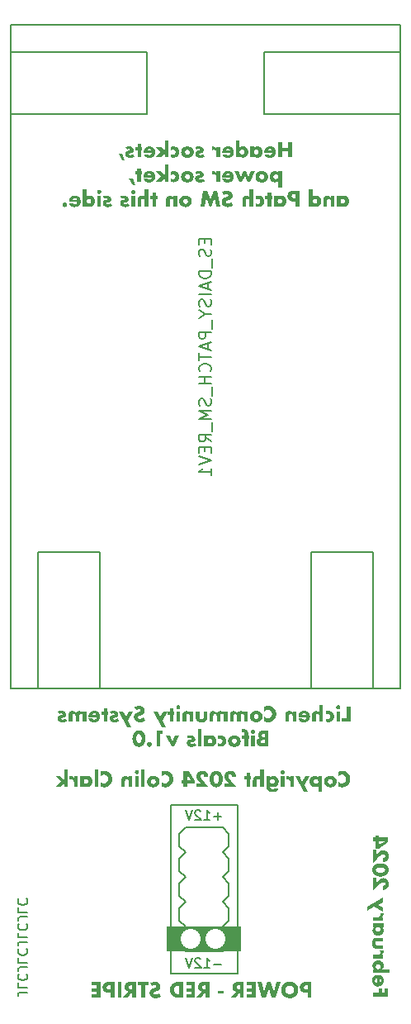
<source format=gbo>
%TF.GenerationSoftware,KiCad,Pcbnew,7.0.8*%
%TF.CreationDate,2024-02-25T17:47:53-05:00*%
%TF.ProjectId,lichen-bifocals-submodule-power-board,6c696368-656e-42d6-9269-666f63616c73,rev?*%
%TF.SameCoordinates,Original*%
%TF.FileFunction,Legend,Bot*%
%TF.FilePolarity,Positive*%
%FSLAX46Y46*%
G04 Gerber Fmt 4.6, Leading zero omitted, Abs format (unit mm)*
G04 Created by KiCad (PCBNEW 7.0.8) date 2024-02-25 17:47:53*
%MOMM*%
%LPD*%
G01*
G04 APERTURE LIST*
%ADD10C,0.200000*%
%ADD11C,0.250000*%
%ADD12C,0.300000*%
%ADD13C,0.150000*%
%ADD14C,0.152400*%
%ADD15C,0.203200*%
%ADD16C,0.127000*%
%ADD17C,2.032000*%
%ADD18O,1.700000X1.700000*%
G04 APERTURE END LIST*
D10*
G36*
X138677707Y-215503147D02*
G01*
X138677707Y-216004699D01*
X138419787Y-216004699D01*
X138419787Y-215538318D01*
X138068077Y-215538318D01*
X138068077Y-216004699D01*
X137446723Y-216004699D01*
X137446723Y-216405868D01*
X139029417Y-216405868D01*
X139029417Y-215503147D01*
X138677707Y-215503147D01*
G37*
G36*
X137962817Y-214155082D02*
G01*
X137980430Y-214155550D01*
X137997817Y-214156330D01*
X138014977Y-214157422D01*
X138031911Y-214158826D01*
X138048620Y-214160542D01*
X138065102Y-214162570D01*
X138081358Y-214164910D01*
X138097388Y-214167562D01*
X138113191Y-214170525D01*
X138128769Y-214173801D01*
X138144120Y-214177389D01*
X138159246Y-214181289D01*
X138174145Y-214185500D01*
X138188818Y-214190024D01*
X138203265Y-214194860D01*
X138217505Y-214199992D01*
X138231464Y-214205404D01*
X138245143Y-214211097D01*
X138258541Y-214217071D01*
X138278112Y-214226557D01*
X138297052Y-214236674D01*
X138315361Y-214247422D01*
X138333038Y-214258802D01*
X138350085Y-214270813D01*
X138366501Y-214283454D01*
X138382285Y-214296727D01*
X138397438Y-214310631D01*
X138407229Y-214320197D01*
X138421361Y-214335039D01*
X138434830Y-214350473D01*
X138447636Y-214366500D01*
X138459779Y-214383120D01*
X138471258Y-214400332D01*
X138482074Y-214418136D01*
X138492227Y-214436533D01*
X138501716Y-214455522D01*
X138510542Y-214475104D01*
X138518705Y-214495279D01*
X138523763Y-214509032D01*
X138528494Y-214522996D01*
X138532899Y-214537173D01*
X138536977Y-214551561D01*
X138540730Y-214566162D01*
X138544156Y-214580974D01*
X138547256Y-214595997D01*
X138550029Y-214611233D01*
X138552476Y-214626680D01*
X138554597Y-214642340D01*
X138556392Y-214658211D01*
X138557860Y-214674293D01*
X138559002Y-214690588D01*
X138559818Y-214707094D01*
X138560307Y-214723813D01*
X138560471Y-214740743D01*
X138560309Y-214757943D01*
X138559824Y-214774923D01*
X138559015Y-214791683D01*
X138557883Y-214808222D01*
X138556428Y-214824541D01*
X138554649Y-214840640D01*
X138552546Y-214856518D01*
X138550121Y-214872176D01*
X138547372Y-214887613D01*
X138544299Y-214902830D01*
X138540903Y-214917827D01*
X138537184Y-214932603D01*
X138533141Y-214947159D01*
X138528774Y-214961494D01*
X138524085Y-214975609D01*
X138519071Y-214989504D01*
X138513758Y-215003161D01*
X138505267Y-215023169D01*
X138496151Y-215042604D01*
X138486410Y-215061466D01*
X138476045Y-215079754D01*
X138465055Y-215097470D01*
X138453441Y-215114612D01*
X138441201Y-215131181D01*
X138428338Y-215147177D01*
X138414849Y-215162599D01*
X138400736Y-215177449D01*
X138391036Y-215187019D01*
X138376003Y-215200853D01*
X138360390Y-215214062D01*
X138344198Y-215226647D01*
X138327426Y-215238607D01*
X138310074Y-215249943D01*
X138292143Y-215260654D01*
X138273632Y-215270740D01*
X138254542Y-215280201D01*
X138234872Y-215289038D01*
X138214623Y-215297250D01*
X138200870Y-215302308D01*
X138186905Y-215307039D01*
X138172728Y-215311444D01*
X138158340Y-215315522D01*
X138143740Y-215319275D01*
X138128928Y-215322701D01*
X138113904Y-215325801D01*
X138098668Y-215328574D01*
X138083221Y-215331021D01*
X138067562Y-215333142D01*
X138051691Y-215334937D01*
X138035608Y-215336405D01*
X138019313Y-215337547D01*
X138002807Y-215338363D01*
X137986089Y-215338852D01*
X137969159Y-215339016D01*
X137952771Y-215338844D01*
X137936581Y-215338329D01*
X137920588Y-215337470D01*
X137904793Y-215336268D01*
X137889195Y-215334722D01*
X137873795Y-215332833D01*
X137858592Y-215330601D01*
X137843587Y-215328025D01*
X137828780Y-215325105D01*
X137814169Y-215321842D01*
X137799757Y-215318236D01*
X137785541Y-215314286D01*
X137771524Y-215309993D01*
X137750867Y-215302909D01*
X137730655Y-215295052D01*
X137717491Y-215289412D01*
X137698178Y-215280410D01*
X137679387Y-215270757D01*
X137661118Y-215260454D01*
X137643371Y-215249501D01*
X137626145Y-215237897D01*
X137609440Y-215225643D01*
X137593258Y-215212738D01*
X137577597Y-215199183D01*
X137562457Y-215184978D01*
X137547840Y-215170122D01*
X137538406Y-215159875D01*
X137524770Y-215144032D01*
X137511753Y-215127623D01*
X137499354Y-215110648D01*
X137487573Y-215093105D01*
X137476410Y-215074996D01*
X137465866Y-215056320D01*
X137455940Y-215037077D01*
X137446632Y-215017268D01*
X137440770Y-215003746D01*
X137435183Y-214989973D01*
X137429870Y-214975949D01*
X137424813Y-214961665D01*
X137420082Y-214947206D01*
X137415677Y-214932573D01*
X137411598Y-214917765D01*
X137407846Y-214902783D01*
X137404420Y-214887626D01*
X137401320Y-214872295D01*
X137398546Y-214856789D01*
X137396099Y-214841108D01*
X137393978Y-214825253D01*
X137392184Y-214809223D01*
X137390715Y-214793018D01*
X137389573Y-214776639D01*
X137388757Y-214760086D01*
X137388268Y-214743357D01*
X137388105Y-214726454D01*
X137388474Y-214698937D01*
X137389580Y-214672074D01*
X137391425Y-214645863D01*
X137394007Y-214620306D01*
X137397327Y-214595402D01*
X137401384Y-214571152D01*
X137406179Y-214547555D01*
X137411712Y-214524611D01*
X137417983Y-214502320D01*
X137424992Y-214480683D01*
X137432738Y-214459699D01*
X137441222Y-214439368D01*
X137450444Y-214419691D01*
X137460403Y-214400666D01*
X137471100Y-214382296D01*
X137482535Y-214364578D01*
X137494708Y-214347514D01*
X137507618Y-214331103D01*
X137521266Y-214315345D01*
X137535652Y-214300241D01*
X137550776Y-214285790D01*
X137566637Y-214271992D01*
X137583236Y-214258848D01*
X137600573Y-214246357D01*
X137618648Y-214234519D01*
X137637460Y-214223335D01*
X137657010Y-214212804D01*
X137677298Y-214202926D01*
X137698323Y-214193701D01*
X137720087Y-214185130D01*
X137742588Y-214177212D01*
X137765826Y-214169947D01*
X137765826Y-214541441D01*
X137759898Y-214545485D01*
X137743244Y-214558339D01*
X137728282Y-214572275D01*
X137715015Y-214587293D01*
X137703441Y-214603393D01*
X137693561Y-214620575D01*
X137685375Y-214638839D01*
X137678882Y-214658185D01*
X137674083Y-214678612D01*
X137670978Y-214700122D01*
X137669849Y-214715063D01*
X137669473Y-214730484D01*
X137670389Y-214758745D01*
X137673136Y-214785182D01*
X137677716Y-214809795D01*
X137684127Y-214832586D01*
X137692370Y-214853553D01*
X137702445Y-214872697D01*
X137714352Y-214890018D01*
X137728091Y-214905515D01*
X137743661Y-214919189D01*
X137761064Y-214931040D01*
X137780298Y-214941068D01*
X137801364Y-214949273D01*
X137824262Y-214955654D01*
X137848991Y-214960212D01*
X137875553Y-214962947D01*
X137903946Y-214963859D01*
X137903946Y-214513597D01*
X138114972Y-214513597D01*
X138114972Y-214953234D01*
X138120519Y-214952277D01*
X138136690Y-214948918D01*
X138152153Y-214944824D01*
X138166907Y-214939996D01*
X138180952Y-214934434D01*
X138194289Y-214928138D01*
X138210970Y-214918601D01*
X138226392Y-214907759D01*
X138240554Y-214895612D01*
X138253457Y-214882159D01*
X138264963Y-214867545D01*
X138274935Y-214851911D01*
X138283373Y-214835259D01*
X138290277Y-214817588D01*
X138295646Y-214798897D01*
X138298667Y-214784211D01*
X138300824Y-214768951D01*
X138302119Y-214753119D01*
X138302550Y-214736713D01*
X138302096Y-214721001D01*
X138300734Y-214705741D01*
X138298464Y-214690931D01*
X138295286Y-214676572D01*
X138289636Y-214658128D01*
X138282371Y-214640485D01*
X138273493Y-214623644D01*
X138263000Y-214607604D01*
X138250893Y-214592365D01*
X138244351Y-214585102D01*
X138230487Y-214571512D01*
X138215580Y-214559171D01*
X138199632Y-214548077D01*
X138186987Y-214540575D01*
X138173756Y-214533776D01*
X138159939Y-214527678D01*
X138145536Y-214522282D01*
X138130547Y-214517589D01*
X138114972Y-214513597D01*
X137903946Y-214513597D01*
X137903946Y-214154926D01*
X137944979Y-214154926D01*
X137962817Y-214155082D01*
G37*
G36*
X138006979Y-212667646D02*
G01*
X138028889Y-212668480D01*
X138050560Y-212670029D01*
X138071994Y-212672293D01*
X138093189Y-212675271D01*
X138114145Y-212678964D01*
X138134864Y-212683373D01*
X138155344Y-212688496D01*
X138175586Y-212694333D01*
X138195590Y-212700886D01*
X138215355Y-212708154D01*
X138228390Y-212713359D01*
X138247534Y-212721622D01*
X138266188Y-212730433D01*
X138284354Y-212739792D01*
X138302029Y-212749697D01*
X138319215Y-212760151D01*
X138335912Y-212771151D01*
X138352119Y-212782699D01*
X138367837Y-212794795D01*
X138383066Y-212807437D01*
X138397805Y-212820628D01*
X138407388Y-212829675D01*
X138421289Y-212843686D01*
X138434624Y-212858226D01*
X138447393Y-212873293D01*
X138459594Y-212888889D01*
X138471229Y-212905012D01*
X138482298Y-212921664D01*
X138492799Y-212938844D01*
X138502734Y-212956552D01*
X138512102Y-212974787D01*
X138520903Y-212993551D01*
X138529022Y-213012694D01*
X138536342Y-213032204D01*
X138542864Y-213052081D01*
X138548587Y-213072326D01*
X138553511Y-213092937D01*
X138557637Y-213113915D01*
X138560964Y-213135260D01*
X138563493Y-213156973D01*
X138564735Y-213171652D01*
X138565623Y-213186494D01*
X138566155Y-213201499D01*
X138566332Y-213216667D01*
X138565771Y-213242045D01*
X138564088Y-213266888D01*
X138561283Y-213291195D01*
X138557356Y-213314967D01*
X138552307Y-213338204D01*
X138546137Y-213360906D01*
X138538844Y-213383073D01*
X138530429Y-213404704D01*
X138520892Y-213425800D01*
X138510233Y-213446361D01*
X138498452Y-213466386D01*
X138485549Y-213485876D01*
X138471524Y-213504831D01*
X138456377Y-213523251D01*
X138440108Y-213541136D01*
X138422718Y-213558485D01*
X139193548Y-213558485D01*
X139193548Y-213933642D01*
X137435000Y-213933642D01*
X137435000Y-213558485D01*
X137561395Y-213558485D01*
X137543250Y-213542654D01*
X137526276Y-213526119D01*
X137510472Y-213508880D01*
X137495839Y-213490937D01*
X137482376Y-213472289D01*
X137470085Y-213452938D01*
X137458963Y-213432882D01*
X137449013Y-213412123D01*
X137440233Y-213390659D01*
X137432624Y-213368491D01*
X137426185Y-213345619D01*
X137420917Y-213322043D01*
X137420198Y-213317784D01*
X137745676Y-213317784D01*
X137745754Y-213324220D01*
X137746623Y-213340121D01*
X137748458Y-213355754D01*
X137751260Y-213371119D01*
X137755027Y-213386215D01*
X137759761Y-213401043D01*
X137765460Y-213415603D01*
X137767982Y-213421328D01*
X137774711Y-213435238D01*
X137782050Y-213448576D01*
X137789996Y-213461341D01*
X137798550Y-213473534D01*
X137807713Y-213485155D01*
X137817484Y-213496203D01*
X137825727Y-213504578D01*
X137838779Y-213516260D01*
X137852655Y-213526886D01*
X137867355Y-213536456D01*
X137880235Y-213543624D01*
X137893688Y-213550059D01*
X137899207Y-213552366D01*
X137913220Y-213557482D01*
X137927536Y-213561668D01*
X137942157Y-213564924D01*
X137957081Y-213567249D01*
X137972310Y-213568645D01*
X137987843Y-213569110D01*
X137994096Y-213569031D01*
X138009539Y-213568146D01*
X138024714Y-213566276D01*
X138039621Y-213563423D01*
X138054260Y-213559586D01*
X138068630Y-213554765D01*
X138082732Y-213548960D01*
X138088319Y-213546345D01*
X138101886Y-213539370D01*
X138114880Y-213531769D01*
X138127302Y-213523542D01*
X138139152Y-213514689D01*
X138150429Y-213505210D01*
X138161133Y-213495104D01*
X138163203Y-213493009D01*
X138173120Y-213482190D01*
X138184077Y-213468451D01*
X138192420Y-213456373D01*
X138200048Y-213443722D01*
X138206961Y-213430498D01*
X138213157Y-213416702D01*
X138215464Y-213411001D01*
X138220580Y-213396546D01*
X138224766Y-213381806D01*
X138228022Y-213366779D01*
X138230348Y-213351466D01*
X138231743Y-213335867D01*
X138232208Y-213319982D01*
X138232129Y-213313329D01*
X138231244Y-213296984D01*
X138229375Y-213281050D01*
X138226521Y-213265528D01*
X138222684Y-213250417D01*
X138217863Y-213235718D01*
X138212058Y-213221430D01*
X138209532Y-213215794D01*
X138202754Y-213202081D01*
X138195314Y-213188904D01*
X138187212Y-213176264D01*
X138178448Y-213164160D01*
X138169023Y-213152593D01*
X138158935Y-213141563D01*
X138154766Y-213137318D01*
X138143931Y-213127232D01*
X138132506Y-213117898D01*
X138120490Y-213109315D01*
X138107883Y-213101483D01*
X138094687Y-213094403D01*
X138080900Y-213088073D01*
X138075248Y-213085722D01*
X138060957Y-213080508D01*
X138046433Y-213076241D01*
X138031676Y-213072923D01*
X138016687Y-213070552D01*
X138001466Y-213069130D01*
X137986011Y-213068656D01*
X137979984Y-213068736D01*
X137965064Y-213069638D01*
X137950360Y-213071541D01*
X137935870Y-213074446D01*
X137921594Y-213078353D01*
X137907534Y-213083262D01*
X137893688Y-213089173D01*
X137890950Y-213090445D01*
X137877575Y-213097193D01*
X137864718Y-213104584D01*
X137852380Y-213112620D01*
X137840561Y-213121300D01*
X137827063Y-213132565D01*
X137816385Y-213142662D01*
X137812275Y-213146876D01*
X137802500Y-213157826D01*
X137793441Y-213169366D01*
X137785098Y-213181497D01*
X137777470Y-213194218D01*
X137770558Y-213207529D01*
X137764361Y-213221430D01*
X137762098Y-213227087D01*
X137757081Y-213241443D01*
X137752975Y-213256103D01*
X137749782Y-213271067D01*
X137747501Y-213286335D01*
X137746133Y-213301907D01*
X137745676Y-213317784D01*
X137420198Y-213317784D01*
X137416820Y-213297763D01*
X137413893Y-213272778D01*
X137412138Y-213247090D01*
X137411552Y-213220697D01*
X137411730Y-213206104D01*
X137412661Y-213184446D01*
X137414392Y-213163064D01*
X137416920Y-213141959D01*
X137420248Y-213121131D01*
X137424374Y-213100580D01*
X137429298Y-213080305D01*
X137435021Y-213060308D01*
X137441543Y-213040588D01*
X137448863Y-213021144D01*
X137456981Y-213001978D01*
X137462789Y-212989397D01*
X137471983Y-212970917D01*
X137481757Y-212952908D01*
X137492110Y-212935369D01*
X137503043Y-212918299D01*
X137514556Y-212901700D01*
X137526648Y-212885571D01*
X137539320Y-212869912D01*
X137552571Y-212854724D01*
X137566402Y-212840005D01*
X137580812Y-212825757D01*
X137590720Y-212816500D01*
X137605984Y-212803109D01*
X137621731Y-212790311D01*
X137637961Y-212778105D01*
X137654674Y-212766492D01*
X137671869Y-212755471D01*
X137689548Y-212745042D01*
X137707710Y-212735206D01*
X137726355Y-212725962D01*
X137745483Y-212717311D01*
X137765094Y-212709253D01*
X137771748Y-212706683D01*
X137791884Y-212699464D01*
X137812277Y-212692979D01*
X137832928Y-212687228D01*
X137853837Y-212682211D01*
X137875003Y-212677929D01*
X137896427Y-212674380D01*
X137918108Y-212671566D01*
X137932705Y-212670098D01*
X137947417Y-212668956D01*
X137962243Y-212668140D01*
X137977184Y-212667650D01*
X137992240Y-212667487D01*
X138006979Y-212667646D01*
G37*
G36*
X138513576Y-212462323D02*
G01*
X138513576Y-212087166D01*
X138338087Y-212087166D01*
X138356229Y-212075381D01*
X138373559Y-212063106D01*
X138390078Y-212050342D01*
X138405785Y-212037089D01*
X138420680Y-212023346D01*
X138434765Y-212009114D01*
X138448037Y-211994392D01*
X138460499Y-211979180D01*
X138472149Y-211963480D01*
X138482987Y-211947290D01*
X138489762Y-211936224D01*
X138499256Y-211919202D01*
X138507816Y-211901659D01*
X138515442Y-211883593D01*
X138522134Y-211865006D01*
X138527892Y-211845898D01*
X138532717Y-211826268D01*
X138536608Y-211806116D01*
X138539565Y-211785442D01*
X138541588Y-211764247D01*
X138542678Y-211742531D01*
X138542885Y-211727763D01*
X138542885Y-211713037D01*
X138542885Y-211698130D01*
X138542885Y-211694790D01*
X138541978Y-211679297D01*
X138539794Y-211664771D01*
X138537390Y-211653391D01*
X138170659Y-211653391D01*
X138177468Y-211667861D01*
X138183608Y-211682556D01*
X138189077Y-211697476D01*
X138193877Y-211712622D01*
X138198007Y-211727993D01*
X138201468Y-211743590D01*
X138204259Y-211759412D01*
X138206379Y-211775459D01*
X138207831Y-211791732D01*
X138208612Y-211808230D01*
X138208761Y-211819354D01*
X138208452Y-211835809D01*
X138207524Y-211851743D01*
X138205979Y-211867156D01*
X138203815Y-211882048D01*
X138199410Y-211903410D01*
X138193614Y-211923599D01*
X138186427Y-211942616D01*
X138177849Y-211960461D01*
X138167880Y-211977135D01*
X138156520Y-211992636D01*
X138143768Y-212006965D01*
X138129626Y-212020122D01*
X138114151Y-212032103D01*
X138097400Y-212042906D01*
X138079375Y-212052531D01*
X138060074Y-212060977D01*
X138039498Y-212068244D01*
X138025073Y-212072435D01*
X138010080Y-212076101D01*
X137994521Y-212079244D01*
X137978396Y-212081863D01*
X137961703Y-212083958D01*
X137944444Y-212085529D01*
X137926618Y-212086577D01*
X137908226Y-212087101D01*
X137898817Y-212087166D01*
X137435000Y-212087166D01*
X137435000Y-212462323D01*
X138513576Y-212462323D01*
G37*
G36*
X138513576Y-211109706D02*
G01*
X137895886Y-211109706D01*
X137871308Y-211108929D01*
X137848316Y-211106598D01*
X137826909Y-211102713D01*
X137807088Y-211097273D01*
X137788853Y-211090279D01*
X137772203Y-211081731D01*
X137757140Y-211071629D01*
X137743661Y-211059972D01*
X137731769Y-211046762D01*
X137721462Y-211031997D01*
X137712741Y-211015678D01*
X137705605Y-210997805D01*
X137700055Y-210978378D01*
X137696091Y-210957396D01*
X137693713Y-210934860D01*
X137692920Y-210910771D01*
X137693713Y-210886592D01*
X137696091Y-210863973D01*
X137700055Y-210842915D01*
X137705605Y-210823416D01*
X137712741Y-210805477D01*
X137721462Y-210789098D01*
X137731769Y-210774278D01*
X137743661Y-210761019D01*
X137757140Y-210749320D01*
X137772203Y-210739180D01*
X137788853Y-210730601D01*
X137807088Y-210723581D01*
X137826909Y-210718122D01*
X137848316Y-210714222D01*
X137871308Y-210711882D01*
X137895886Y-210711102D01*
X138513576Y-210711102D01*
X138513576Y-210335945D01*
X137828475Y-210335945D01*
X137801381Y-210336507D01*
X137775146Y-210338195D01*
X137749769Y-210341007D01*
X137725252Y-210344944D01*
X137701592Y-210350006D01*
X137678792Y-210356192D01*
X137656850Y-210363504D01*
X137635767Y-210371940D01*
X137615543Y-210381502D01*
X137596177Y-210392188D01*
X137577670Y-210403999D01*
X137560021Y-210416934D01*
X137543232Y-210430995D01*
X137527300Y-210446181D01*
X137512228Y-210462491D01*
X137498014Y-210479926D01*
X137484705Y-210498481D01*
X137472254Y-210518148D01*
X137460662Y-210538929D01*
X137449929Y-210560824D01*
X137440054Y-210583832D01*
X137431038Y-210607953D01*
X137422881Y-210633188D01*
X137415582Y-210659536D01*
X137409142Y-210686998D01*
X137403561Y-210715573D01*
X137401092Y-210730278D01*
X137398838Y-210745261D01*
X137396799Y-210760523D01*
X137394974Y-210776063D01*
X137393364Y-210791881D01*
X137391969Y-210807978D01*
X137390788Y-210824353D01*
X137389822Y-210841007D01*
X137389071Y-210857939D01*
X137388534Y-210875149D01*
X137388212Y-210892637D01*
X137388105Y-210910404D01*
X137388212Y-210928126D01*
X137388534Y-210945572D01*
X137389071Y-210962742D01*
X137389822Y-210979636D01*
X137390788Y-210996253D01*
X137391969Y-211012594D01*
X137393364Y-211028659D01*
X137394974Y-211044448D01*
X137396799Y-211059960D01*
X137398838Y-211075197D01*
X137401092Y-211090157D01*
X137403561Y-211104841D01*
X137406244Y-211119248D01*
X137412255Y-211147235D01*
X137419124Y-211174117D01*
X137426852Y-211199894D01*
X137435439Y-211224567D01*
X137444884Y-211248134D01*
X137455188Y-211270597D01*
X137466351Y-211291955D01*
X137478372Y-211312208D01*
X137491252Y-211331356D01*
X137498014Y-211340516D01*
X137512228Y-211357995D01*
X137527300Y-211374347D01*
X137543232Y-211389572D01*
X137560021Y-211403668D01*
X137577670Y-211416637D01*
X137596177Y-211428478D01*
X137615543Y-211439191D01*
X137635767Y-211448777D01*
X137656850Y-211457234D01*
X137678792Y-211464565D01*
X137701592Y-211470767D01*
X137725252Y-211475842D01*
X137749769Y-211479789D01*
X137775146Y-211482608D01*
X137801381Y-211484300D01*
X137828475Y-211484863D01*
X138513576Y-211484863D01*
X138513576Y-211109706D01*
G37*
G36*
X138537023Y-209260300D02*
G01*
X138426015Y-209260300D01*
X138443006Y-209277008D01*
X138458902Y-209294251D01*
X138473701Y-209312030D01*
X138487404Y-209330344D01*
X138500010Y-209349193D01*
X138511521Y-209368577D01*
X138521935Y-209388497D01*
X138531253Y-209408952D01*
X138539475Y-209429942D01*
X138546600Y-209451467D01*
X138552629Y-209473528D01*
X138557563Y-209496124D01*
X138561399Y-209519255D01*
X138564140Y-209542921D01*
X138565784Y-209567122D01*
X138566332Y-209591859D01*
X138566155Y-209606661D01*
X138565223Y-209628558D01*
X138563493Y-209650088D01*
X138560964Y-209671251D01*
X138557637Y-209692047D01*
X138553511Y-209712476D01*
X138548587Y-209732537D01*
X138542864Y-209752232D01*
X138536342Y-209771559D01*
X138529022Y-209790520D01*
X138520903Y-209809113D01*
X138515094Y-209821235D01*
X138505893Y-209839020D01*
X138496105Y-209856328D01*
X138485731Y-209873160D01*
X138474771Y-209889516D01*
X138463226Y-209905395D01*
X138451094Y-209920797D01*
X138438376Y-209935723D01*
X138425072Y-209950172D01*
X138411182Y-209964145D01*
X138396706Y-209977641D01*
X138386802Y-209986359D01*
X138371561Y-209998986D01*
X138355856Y-210011072D01*
X138339687Y-210022616D01*
X138323055Y-210033620D01*
X138305959Y-210044083D01*
X138288399Y-210054005D01*
X138270376Y-210063386D01*
X138251889Y-210072226D01*
X138232938Y-210080525D01*
X138213524Y-210088283D01*
X138200380Y-210093074D01*
X138180494Y-210099682D01*
X138160401Y-210105594D01*
X138140102Y-210110810D01*
X138119597Y-210115331D01*
X138098886Y-210119156D01*
X138077969Y-210122286D01*
X138056846Y-210124720D01*
X138035516Y-210126459D01*
X138013981Y-210127502D01*
X137992240Y-210127850D01*
X137984427Y-210127810D01*
X137968917Y-210127493D01*
X137953558Y-210126857D01*
X137938351Y-210125904D01*
X137923296Y-210124633D01*
X137908393Y-210123045D01*
X137893641Y-210121139D01*
X137879041Y-210118915D01*
X137864592Y-210116373D01*
X137843204Y-210111965D01*
X137822157Y-210106842D01*
X137801451Y-210101004D01*
X137781087Y-210094451D01*
X137761064Y-210087184D01*
X137747935Y-210081974D01*
X137728638Y-210073688D01*
X137709818Y-210064836D01*
X137691475Y-210055416D01*
X137673609Y-210045430D01*
X137656218Y-210034877D01*
X137639305Y-210023757D01*
X137622868Y-210012070D01*
X137606907Y-209999817D01*
X137591423Y-209986997D01*
X137576416Y-209973611D01*
X137566753Y-209964356D01*
X137552774Y-209950114D01*
X137539413Y-209935440D01*
X137526671Y-209920335D01*
X137514546Y-209904799D01*
X137503040Y-209888831D01*
X137492152Y-209872431D01*
X137481883Y-209855600D01*
X137472231Y-209838338D01*
X137463198Y-209820644D01*
X137454783Y-209802519D01*
X137449548Y-209790217D01*
X137442329Y-209771485D01*
X137435870Y-209752418D01*
X137430170Y-209733017D01*
X137425231Y-209713280D01*
X137421051Y-209693209D01*
X137417632Y-209672803D01*
X137414972Y-209652062D01*
X137413072Y-209630986D01*
X137411932Y-209609575D01*
X137411552Y-209587829D01*
X137412192Y-209562335D01*
X137414111Y-209537511D01*
X137417310Y-209513357D01*
X137421787Y-209489873D01*
X137422492Y-209487079D01*
X137745676Y-209487079D01*
X137745749Y-209493419D01*
X137746570Y-209509043D01*
X137748304Y-209524345D01*
X137750950Y-209539325D01*
X137754508Y-209553983D01*
X137758978Y-209568320D01*
X137764361Y-209582334D01*
X137767993Y-209590471D01*
X137774619Y-209603560D01*
X137783515Y-209618488D01*
X137793441Y-209632566D01*
X137804398Y-209645793D01*
X137816385Y-209658171D01*
X137827089Y-209667704D01*
X137840691Y-209678317D01*
X137855116Y-209688029D01*
X137867767Y-209695433D01*
X137880991Y-209702211D01*
X137894787Y-209708363D01*
X137900447Y-209710581D01*
X137914835Y-209715501D01*
X137929563Y-209719526D01*
X137944630Y-209722656D01*
X137960038Y-209724892D01*
X137975786Y-209726234D01*
X137991873Y-209726681D01*
X138007476Y-209726234D01*
X138022685Y-209724892D01*
X138037501Y-209722656D01*
X138051923Y-209719526D01*
X138068710Y-209714588D01*
X138084930Y-209708363D01*
X138090251Y-209705977D01*
X138105767Y-209698219D01*
X138120613Y-209689560D01*
X138134790Y-209679998D01*
X138148296Y-209669536D01*
X138161133Y-209658171D01*
X138167256Y-209652089D01*
X138178728Y-209639286D01*
X138189169Y-209625633D01*
X138198580Y-209611130D01*
X138206961Y-209595777D01*
X138213157Y-209582334D01*
X138215464Y-209576767D01*
X138220580Y-209562624D01*
X138224766Y-209548159D01*
X138228022Y-209533372D01*
X138230348Y-209518263D01*
X138231743Y-209502832D01*
X138232208Y-209487079D01*
X138232134Y-209480920D01*
X138231297Y-209465721D01*
X138229529Y-209450809D01*
X138226831Y-209436183D01*
X138223204Y-209421843D01*
X138218646Y-209407790D01*
X138213157Y-209394023D01*
X138209525Y-209385886D01*
X138202899Y-209372796D01*
X138194003Y-209357868D01*
X138184077Y-209343791D01*
X138173120Y-209330563D01*
X138161133Y-209318185D01*
X138150429Y-209308529D01*
X138136828Y-209297744D01*
X138122402Y-209287835D01*
X138109751Y-209280246D01*
X138096527Y-209273266D01*
X138082732Y-209266894D01*
X138077123Y-209264543D01*
X138062914Y-209259328D01*
X138048436Y-209255062D01*
X138033691Y-209251743D01*
X138018676Y-209249373D01*
X138003394Y-209247951D01*
X137987843Y-209247477D01*
X137981594Y-209247553D01*
X137966182Y-209248406D01*
X137951075Y-209250207D01*
X137936272Y-209252957D01*
X137921773Y-209256655D01*
X137907578Y-209261300D01*
X137893688Y-209266894D01*
X137885538Y-209270644D01*
X137872370Y-209277381D01*
X137857253Y-209286268D01*
X137842883Y-209296032D01*
X137829260Y-209306670D01*
X137816385Y-209318185D01*
X137810262Y-209324268D01*
X137798791Y-209337070D01*
X137788349Y-209350723D01*
X137778938Y-209365226D01*
X137770558Y-209380579D01*
X137764361Y-209394023D01*
X137762098Y-209399495D01*
X137757081Y-209413377D01*
X137752975Y-209427545D01*
X137749782Y-209441999D01*
X137747501Y-209456740D01*
X137746133Y-209471766D01*
X137745676Y-209487079D01*
X137422492Y-209487079D01*
X137427545Y-209467058D01*
X137434582Y-209444913D01*
X137442898Y-209423438D01*
X137452493Y-209402632D01*
X137463368Y-209382496D01*
X137475523Y-209363030D01*
X137488957Y-209344234D01*
X137503670Y-209326108D01*
X137519663Y-209308651D01*
X137536935Y-209291864D01*
X137555486Y-209275747D01*
X137575317Y-209260300D01*
X137458447Y-209260300D01*
X137458447Y-208885143D01*
X138537023Y-208885143D01*
X138537023Y-209260300D01*
G37*
G36*
X138513576Y-208609637D02*
G01*
X138513576Y-208234480D01*
X138338087Y-208234480D01*
X138356229Y-208222694D01*
X138373559Y-208210420D01*
X138390078Y-208197656D01*
X138405785Y-208184402D01*
X138420680Y-208170659D01*
X138434765Y-208156427D01*
X138448037Y-208141705D01*
X138460499Y-208126494D01*
X138472149Y-208110793D01*
X138482987Y-208094603D01*
X138489762Y-208083538D01*
X138499256Y-208066516D01*
X138507816Y-208048972D01*
X138515442Y-208030907D01*
X138522134Y-208012320D01*
X138527892Y-207993211D01*
X138532717Y-207973581D01*
X138536608Y-207953429D01*
X138539565Y-207932756D01*
X138541588Y-207911561D01*
X138542678Y-207889844D01*
X138542885Y-207875076D01*
X138542885Y-207860350D01*
X138542885Y-207845444D01*
X138542885Y-207842103D01*
X138541978Y-207826611D01*
X138539794Y-207812085D01*
X138537390Y-207800704D01*
X138170659Y-207800704D01*
X138177468Y-207815174D01*
X138183608Y-207829869D01*
X138189077Y-207844789D01*
X138193877Y-207859935D01*
X138198007Y-207875306D01*
X138201468Y-207890903D01*
X138204259Y-207906725D01*
X138206379Y-207922772D01*
X138207831Y-207939045D01*
X138208612Y-207955543D01*
X138208761Y-207966667D01*
X138208452Y-207983122D01*
X138207524Y-207999056D01*
X138205979Y-208014469D01*
X138203815Y-208029361D01*
X138199410Y-208050723D01*
X138193614Y-208070912D01*
X138186427Y-208089930D01*
X138177849Y-208107775D01*
X138167880Y-208124448D01*
X138156520Y-208139949D01*
X138143768Y-208154278D01*
X138129626Y-208167435D01*
X138114151Y-208179417D01*
X138097400Y-208190220D01*
X138079375Y-208199844D01*
X138060074Y-208208290D01*
X138039498Y-208215558D01*
X138025073Y-208219748D01*
X138010080Y-208223415D01*
X137994521Y-208226557D01*
X137978396Y-208229176D01*
X137961703Y-208231271D01*
X137944444Y-208232843D01*
X137926618Y-208233890D01*
X137908226Y-208234414D01*
X137898817Y-208234480D01*
X137435000Y-208234480D01*
X137435000Y-208609637D01*
X138513576Y-208609637D01*
G37*
G36*
X137581179Y-207185945D02*
G01*
X138513576Y-207706915D01*
X138513576Y-207265812D01*
X137960366Y-206978217D01*
X138513576Y-206699047D01*
X138513576Y-206261974D01*
X136895711Y-207127327D01*
X136895711Y-207553775D01*
X137581179Y-207185945D01*
G37*
G36*
X137435000Y-204211800D02*
G01*
X137435000Y-205486015D01*
X137849724Y-205094738D01*
X137870134Y-205075585D01*
X137890150Y-205056962D01*
X137909770Y-205038869D01*
X137928996Y-205021305D01*
X137947826Y-205004270D01*
X137966262Y-204987765D01*
X137984303Y-204971790D01*
X138001948Y-204956344D01*
X138019199Y-204941427D01*
X138036054Y-204927040D01*
X138052515Y-204913183D01*
X138068581Y-204899855D01*
X138084251Y-204887056D01*
X138099527Y-204874788D01*
X138114408Y-204863048D01*
X138128893Y-204851838D01*
X138143087Y-204841023D01*
X138157000Y-204830561D01*
X138170633Y-204820450D01*
X138183985Y-204810691D01*
X138197057Y-204801284D01*
X138209848Y-204792230D01*
X138222359Y-204783527D01*
X138234590Y-204775177D01*
X138252409Y-204763311D01*
X138269597Y-204752237D01*
X138286155Y-204741956D01*
X138302081Y-204732467D01*
X138317376Y-204723769D01*
X138322334Y-204721046D01*
X138336907Y-204713296D01*
X138350953Y-204706118D01*
X138364471Y-204699514D01*
X138381673Y-204691600D01*
X138397936Y-204684705D01*
X138413260Y-204678829D01*
X138427646Y-204673972D01*
X138444307Y-204669333D01*
X138450561Y-204667923D01*
X138465642Y-204664863D01*
X138482746Y-204661874D01*
X138498769Y-204659633D01*
X138513710Y-204658139D01*
X138529773Y-204657340D01*
X138534092Y-204657299D01*
X138549998Y-204657842D01*
X138565658Y-204659473D01*
X138581073Y-204662190D01*
X138596243Y-204665994D01*
X138604801Y-204668656D01*
X138619356Y-204674168D01*
X138633211Y-204680768D01*
X138646364Y-204688454D01*
X138658816Y-204697227D01*
X138665617Y-204702728D01*
X138676935Y-204713121D01*
X138687165Y-204724427D01*
X138696309Y-204736643D01*
X138704366Y-204749772D01*
X138708482Y-204757683D01*
X138714763Y-204772188D01*
X138719501Y-204787816D01*
X138722697Y-204804566D01*
X138724208Y-204819816D01*
X138724602Y-204833154D01*
X138724112Y-204848360D01*
X138721937Y-204867642D01*
X138718021Y-204885792D01*
X138712366Y-204902808D01*
X138704970Y-204918690D01*
X138695834Y-204933439D01*
X138684957Y-204947055D01*
X138672340Y-204959537D01*
X138668914Y-204962480D01*
X138654557Y-204973385D01*
X138639330Y-204982836D01*
X138623233Y-204990833D01*
X138606266Y-204997377D01*
X138588429Y-205002466D01*
X138569721Y-205006101D01*
X138555120Y-205007873D01*
X138540029Y-205008827D01*
X138529696Y-205009009D01*
X138514620Y-205008516D01*
X138498397Y-205007251D01*
X138482023Y-205005505D01*
X138466369Y-205003535D01*
X138460819Y-205002780D01*
X138460819Y-205454508D01*
X138477986Y-205454331D01*
X138494954Y-205453803D01*
X138511725Y-205452923D01*
X138528299Y-205451691D01*
X138544675Y-205450107D01*
X138560854Y-205448171D01*
X138576835Y-205445882D01*
X138592619Y-205443242D01*
X138608205Y-205440249D01*
X138623594Y-205436905D01*
X138638785Y-205433208D01*
X138653779Y-205429160D01*
X138668575Y-205424759D01*
X138683174Y-205420006D01*
X138697575Y-205414902D01*
X138711779Y-205409445D01*
X138725807Y-205403670D01*
X138739588Y-205397612D01*
X138753124Y-205391271D01*
X138766413Y-205384646D01*
X138779456Y-205377738D01*
X138792253Y-205370547D01*
X138810987Y-205359229D01*
X138829167Y-205347273D01*
X138846794Y-205334680D01*
X138863866Y-205321449D01*
X138880385Y-205307580D01*
X138896349Y-205293074D01*
X138906685Y-205283049D01*
X138921672Y-205267535D01*
X138935995Y-205251493D01*
X138949656Y-205234923D01*
X138962653Y-205217825D01*
X138974986Y-205200198D01*
X138986657Y-205182044D01*
X138997664Y-205163362D01*
X139008007Y-205144151D01*
X139017688Y-205124413D01*
X139023773Y-205110960D01*
X139029563Y-205097273D01*
X139032348Y-205090341D01*
X139037671Y-205076288D01*
X139042652Y-205062063D01*
X139047289Y-205047666D01*
X139051582Y-205033097D01*
X139055532Y-205018357D01*
X139059138Y-205003444D01*
X139062401Y-204988361D01*
X139065321Y-204973105D01*
X139067897Y-204957678D01*
X139070129Y-204942078D01*
X139072018Y-204926308D01*
X139073564Y-204910365D01*
X139074766Y-204894251D01*
X139075625Y-204877965D01*
X139076140Y-204861507D01*
X139076311Y-204844877D01*
X139076145Y-204828514D01*
X139075647Y-204812305D01*
X139074817Y-204796251D01*
X139073655Y-204780351D01*
X139072161Y-204764606D01*
X139070335Y-204749016D01*
X139068177Y-204733580D01*
X139065687Y-204718299D01*
X139062865Y-204703172D01*
X139059711Y-204688199D01*
X139056224Y-204673382D01*
X139052406Y-204658719D01*
X139048256Y-204644210D01*
X139043774Y-204629856D01*
X139038959Y-204615656D01*
X139033813Y-204601612D01*
X139028368Y-204587763D01*
X139022656Y-204574151D01*
X139013590Y-204554180D01*
X139003924Y-204534743D01*
X138993660Y-204515840D01*
X138982797Y-204497472D01*
X138971335Y-204479639D01*
X138959274Y-204462340D01*
X138946614Y-204445576D01*
X138933355Y-204429346D01*
X138919497Y-204413651D01*
X138914745Y-204408538D01*
X138900202Y-204393534D01*
X138885151Y-204379163D01*
X138869591Y-204365422D01*
X138853522Y-204352312D01*
X138836944Y-204339833D01*
X138819858Y-204327986D01*
X138802263Y-204316770D01*
X138784159Y-204306185D01*
X138765546Y-204296230D01*
X138746425Y-204286907D01*
X138733394Y-204281043D01*
X138713587Y-204272859D01*
X138693458Y-204265479D01*
X138673007Y-204258905D01*
X138652233Y-204253136D01*
X138631138Y-204248172D01*
X138609721Y-204244013D01*
X138587981Y-204240659D01*
X138573310Y-204238870D01*
X138558495Y-204237439D01*
X138543537Y-204236365D01*
X138528436Y-204235650D01*
X138513192Y-204235292D01*
X138505516Y-204235247D01*
X138489154Y-204235463D01*
X138472950Y-204236112D01*
X138456903Y-204237192D01*
X138441013Y-204238705D01*
X138425281Y-204240650D01*
X138409706Y-204243027D01*
X138394289Y-204245836D01*
X138379029Y-204249077D01*
X138363926Y-204252751D01*
X138348981Y-204256857D01*
X138334193Y-204261395D01*
X138319563Y-204266365D01*
X138305090Y-204271768D01*
X138290775Y-204277602D01*
X138276617Y-204283869D01*
X138262616Y-204290568D01*
X138248717Y-204297692D01*
X138234773Y-204305326D01*
X138220782Y-204313469D01*
X138206746Y-204322121D01*
X138192664Y-204331283D01*
X138178536Y-204340955D01*
X138164362Y-204351136D01*
X138150143Y-204361826D01*
X138135877Y-204373026D01*
X138121566Y-204384735D01*
X138107209Y-204396954D01*
X138092807Y-204409682D01*
X138078358Y-204422920D01*
X138063864Y-204436667D01*
X138049324Y-204450924D01*
X138034738Y-204465690D01*
X137786709Y-204725443D01*
X137786709Y-204211800D01*
X137435000Y-204211800D01*
G37*
G36*
X138256663Y-202735177D02*
G01*
X138280110Y-202735753D01*
X138303283Y-202736711D01*
X138326181Y-202738054D01*
X138348804Y-202739780D01*
X138371152Y-202741889D01*
X138393225Y-202744382D01*
X138415024Y-202747259D01*
X138436548Y-202750519D01*
X138457797Y-202754162D01*
X138478771Y-202758190D01*
X138499471Y-202762600D01*
X138519896Y-202767394D01*
X138540046Y-202772572D01*
X138559921Y-202778134D01*
X138579521Y-202784078D01*
X138598806Y-202790368D01*
X138617732Y-202796964D01*
X138636301Y-202803866D01*
X138654512Y-202811075D01*
X138672365Y-202818590D01*
X138689860Y-202826411D01*
X138706998Y-202834538D01*
X138723777Y-202842971D01*
X138740199Y-202851711D01*
X138756264Y-202860757D01*
X138771970Y-202870110D01*
X138787319Y-202879768D01*
X138802310Y-202889733D01*
X138816943Y-202900004D01*
X138831218Y-202910581D01*
X138845136Y-202921465D01*
X138858725Y-202932639D01*
X138871926Y-202944088D01*
X138884737Y-202955812D01*
X138897159Y-202967810D01*
X138909192Y-202980083D01*
X138920836Y-202992631D01*
X138932090Y-203005454D01*
X138942955Y-203018551D01*
X138953431Y-203031924D01*
X138963517Y-203045571D01*
X138973214Y-203059493D01*
X138982522Y-203073689D01*
X138991441Y-203088161D01*
X138999970Y-203102907D01*
X139008110Y-203117928D01*
X139015861Y-203133224D01*
X139023181Y-203148747D01*
X139030029Y-203164450D01*
X139036405Y-203180334D01*
X139042308Y-203196398D01*
X139047739Y-203212643D01*
X139052698Y-203229068D01*
X139057185Y-203245673D01*
X139061199Y-203262459D01*
X139064741Y-203279424D01*
X139067811Y-203296570D01*
X139070408Y-203313897D01*
X139072533Y-203331404D01*
X139074186Y-203349091D01*
X139075367Y-203366958D01*
X139076075Y-203385006D01*
X139076311Y-203403234D01*
X139076075Y-203421770D01*
X139075367Y-203440099D01*
X139074186Y-203458223D01*
X139072533Y-203476140D01*
X139070408Y-203493852D01*
X139067811Y-203511357D01*
X139064741Y-203528656D01*
X139061199Y-203545750D01*
X139057185Y-203562637D01*
X139052698Y-203579318D01*
X139047739Y-203595793D01*
X139042308Y-203612062D01*
X139036405Y-203628124D01*
X139030029Y-203643981D01*
X139023181Y-203659632D01*
X139015861Y-203675076D01*
X139008110Y-203690243D01*
X138999970Y-203705152D01*
X138991441Y-203719804D01*
X138982522Y-203734198D01*
X138973214Y-203748335D01*
X138963517Y-203762214D01*
X138953431Y-203775835D01*
X138942955Y-203789199D01*
X138932090Y-203802305D01*
X138920836Y-203815153D01*
X138909192Y-203827744D01*
X138897159Y-203840078D01*
X138884737Y-203852153D01*
X138871926Y-203863971D01*
X138858725Y-203875532D01*
X138845136Y-203886835D01*
X138831218Y-203897807D01*
X138816943Y-203908467D01*
X138802310Y-203918816D01*
X138787319Y-203928852D01*
X138771970Y-203938577D01*
X138756264Y-203947989D01*
X138740199Y-203957089D01*
X138723777Y-203965878D01*
X138706998Y-203974354D01*
X138689860Y-203982519D01*
X138672365Y-203990371D01*
X138654512Y-203997912D01*
X138636301Y-204005140D01*
X138617732Y-204012057D01*
X138598806Y-204018662D01*
X138579521Y-204024954D01*
X138559921Y-204030899D01*
X138540046Y-204036460D01*
X138519896Y-204041638D01*
X138499471Y-204046432D01*
X138478771Y-204050843D01*
X138457797Y-204054870D01*
X138436548Y-204058514D01*
X138415024Y-204061774D01*
X138393225Y-204064650D01*
X138371152Y-204067143D01*
X138348804Y-204069253D01*
X138326181Y-204070979D01*
X138303283Y-204072321D01*
X138280110Y-204073280D01*
X138256663Y-204073855D01*
X138232941Y-204074047D01*
X138209263Y-204073855D01*
X138185857Y-204073280D01*
X138162723Y-204072321D01*
X138139861Y-204070979D01*
X138117271Y-204069253D01*
X138094953Y-204067143D01*
X138072907Y-204064650D01*
X138051133Y-204061774D01*
X138029630Y-204058514D01*
X138008400Y-204054870D01*
X137987441Y-204050843D01*
X137966754Y-204046432D01*
X137946340Y-204041638D01*
X137926197Y-204036460D01*
X137906326Y-204030899D01*
X137886727Y-204024954D01*
X137867437Y-204018662D01*
X137848493Y-204012057D01*
X137829896Y-204005140D01*
X137811645Y-203997912D01*
X137793740Y-203990371D01*
X137776182Y-203982519D01*
X137758970Y-203974354D01*
X137742104Y-203965878D01*
X137725585Y-203957089D01*
X137709412Y-203947989D01*
X137693585Y-203938577D01*
X137678105Y-203928852D01*
X137662971Y-203918816D01*
X137648183Y-203908467D01*
X137633742Y-203897807D01*
X137619647Y-203886835D01*
X137605969Y-203875532D01*
X137592685Y-203863971D01*
X137579796Y-203852153D01*
X137567303Y-203840078D01*
X137555204Y-203827744D01*
X137543501Y-203815153D01*
X137532192Y-203802305D01*
X137521278Y-203789199D01*
X137510760Y-203775835D01*
X137500636Y-203762214D01*
X137490907Y-203748335D01*
X137481574Y-203734198D01*
X137472635Y-203719804D01*
X137464091Y-203705152D01*
X137455942Y-203690243D01*
X137448189Y-203675076D01*
X137440913Y-203659632D01*
X137434106Y-203643981D01*
X137427770Y-203628124D01*
X137421902Y-203612062D01*
X137416504Y-203595793D01*
X137411575Y-203579318D01*
X137407116Y-203562637D01*
X137403126Y-203545750D01*
X137399605Y-203528656D01*
X137396554Y-203511357D01*
X137393972Y-203493852D01*
X137391860Y-203476140D01*
X137390217Y-203458223D01*
X137389044Y-203440099D01*
X137388340Y-203421770D01*
X137388105Y-203403234D01*
X137763262Y-203403234D01*
X137763396Y-203410969D01*
X137764473Y-203426139D01*
X137766625Y-203440908D01*
X137769854Y-203455276D01*
X137775403Y-203472673D01*
X137782633Y-203489444D01*
X137789629Y-203502410D01*
X137797700Y-203514975D01*
X137806750Y-203527031D01*
X137816682Y-203538651D01*
X137827496Y-203549837D01*
X137839191Y-203560587D01*
X137851767Y-203570903D01*
X137865226Y-203580783D01*
X137879565Y-203590229D01*
X137894787Y-203599239D01*
X137902706Y-203603574D01*
X137919078Y-203611874D01*
X137936160Y-203619682D01*
X137953952Y-203626998D01*
X137967761Y-203632162D01*
X137981970Y-203637049D01*
X137996578Y-203641659D01*
X138011585Y-203645992D01*
X138026992Y-203650048D01*
X138042798Y-203653827D01*
X138053587Y-203656134D01*
X138070044Y-203659315D01*
X138086830Y-203662162D01*
X138103945Y-203664674D01*
X138121387Y-203666850D01*
X138139158Y-203668692D01*
X138157258Y-203670199D01*
X138175686Y-203671371D01*
X138194443Y-203672208D01*
X138213528Y-203672711D01*
X138232941Y-203672878D01*
X138245701Y-203672804D01*
X138264604Y-203672413D01*
X138283224Y-203671687D01*
X138301561Y-203670627D01*
X138319615Y-203669232D01*
X138337385Y-203667501D01*
X138354871Y-203665436D01*
X138372075Y-203663036D01*
X138388995Y-203660301D01*
X138405632Y-203657232D01*
X138421985Y-203653827D01*
X138427387Y-203652598D01*
X138443297Y-203648727D01*
X138458763Y-203644578D01*
X138473784Y-203640153D01*
X138488361Y-203635451D01*
X138502493Y-203630471D01*
X138520646Y-203623402D01*
X138538008Y-203615840D01*
X138554580Y-203607785D01*
X138570362Y-203599239D01*
X138585326Y-203590229D01*
X138599443Y-203580783D01*
X138612712Y-203570903D01*
X138625134Y-203560587D01*
X138636709Y-203549837D01*
X138647436Y-203538651D01*
X138657317Y-203527031D01*
X138666350Y-203514975D01*
X138672570Y-203505589D01*
X138679911Y-203492723D01*
X138686165Y-203479457D01*
X138692453Y-203462310D01*
X138696260Y-203448142D01*
X138698979Y-203433574D01*
X138700611Y-203418604D01*
X138701154Y-203403234D01*
X138700611Y-203388453D01*
X138698401Y-203370396D01*
X138694493Y-203352805D01*
X138688884Y-203335678D01*
X138681577Y-203319016D01*
X138674507Y-203306022D01*
X138666350Y-203293325D01*
X138657317Y-203280943D01*
X138647436Y-203269076D01*
X138636709Y-203257724D01*
X138625134Y-203246888D01*
X138612712Y-203236567D01*
X138599443Y-203226761D01*
X138585326Y-203217470D01*
X138570362Y-203208695D01*
X138562570Y-203204494D01*
X138546393Y-203196446D01*
X138529425Y-203188867D01*
X138511668Y-203181757D01*
X138497832Y-203176732D01*
X138483551Y-203171972D01*
X138468826Y-203167476D01*
X138453657Y-203163244D01*
X138438043Y-203159276D01*
X138421985Y-203155572D01*
X138411114Y-203153220D01*
X138394572Y-203149978D01*
X138377746Y-203147077D01*
X138360637Y-203144517D01*
X138343245Y-203142298D01*
X138325570Y-203140421D01*
X138307610Y-203138885D01*
X138289368Y-203137690D01*
X138270842Y-203136837D01*
X138252033Y-203136325D01*
X138232941Y-203136154D01*
X138219962Y-203136230D01*
X138200768Y-203136628D01*
X138181902Y-203137368D01*
X138163364Y-203138449D01*
X138145155Y-203139871D01*
X138127274Y-203141634D01*
X138109722Y-203143739D01*
X138092499Y-203146185D01*
X138075603Y-203148973D01*
X138059036Y-203152102D01*
X138042798Y-203155572D01*
X138037485Y-203156777D01*
X138021812Y-203160569D01*
X138006538Y-203164625D01*
X137991664Y-203168945D01*
X137977189Y-203173530D01*
X137963114Y-203178378D01*
X137944967Y-203185253D01*
X137927530Y-203192597D01*
X137910804Y-203200411D01*
X137894787Y-203208695D01*
X137879565Y-203217470D01*
X137865226Y-203226761D01*
X137851767Y-203236567D01*
X137839191Y-203246888D01*
X137827496Y-203257724D01*
X137816682Y-203269076D01*
X137806750Y-203280943D01*
X137797700Y-203293325D01*
X137789629Y-203306022D01*
X137782633Y-203319016D01*
X137775403Y-203335678D01*
X137769854Y-203352805D01*
X137765986Y-203370396D01*
X137763800Y-203388453D01*
X137763262Y-203403234D01*
X137388105Y-203403234D01*
X137388340Y-203385006D01*
X137389044Y-203366958D01*
X137390217Y-203349091D01*
X137391860Y-203331404D01*
X137393972Y-203313897D01*
X137396554Y-203296570D01*
X137399605Y-203279424D01*
X137403126Y-203262459D01*
X137407116Y-203245673D01*
X137411575Y-203229068D01*
X137416504Y-203212643D01*
X137421902Y-203196398D01*
X137427770Y-203180334D01*
X137434106Y-203164450D01*
X137440913Y-203148747D01*
X137448189Y-203133224D01*
X137455942Y-203117928D01*
X137464091Y-203102907D01*
X137472635Y-203088161D01*
X137481574Y-203073689D01*
X137490907Y-203059493D01*
X137500636Y-203045571D01*
X137510760Y-203031924D01*
X137521278Y-203018551D01*
X137532192Y-203005454D01*
X137543501Y-202992631D01*
X137555204Y-202980083D01*
X137567303Y-202967810D01*
X137579796Y-202955812D01*
X137592685Y-202944088D01*
X137605969Y-202932639D01*
X137619647Y-202921465D01*
X137633742Y-202910581D01*
X137648183Y-202900004D01*
X137662971Y-202889733D01*
X137678105Y-202879768D01*
X137693585Y-202870110D01*
X137709412Y-202860757D01*
X137725585Y-202851711D01*
X137742104Y-202842971D01*
X137758970Y-202834538D01*
X137776182Y-202826411D01*
X137793740Y-202818590D01*
X137811645Y-202811075D01*
X137829896Y-202803866D01*
X137848493Y-202796964D01*
X137867437Y-202790368D01*
X137886727Y-202784078D01*
X137906326Y-202778134D01*
X137926197Y-202772572D01*
X137946340Y-202767394D01*
X137966754Y-202762600D01*
X137987441Y-202758190D01*
X138008400Y-202754162D01*
X138029630Y-202750519D01*
X138051133Y-202747259D01*
X138072907Y-202744382D01*
X138094953Y-202741889D01*
X138117271Y-202739780D01*
X138139861Y-202738054D01*
X138162723Y-202736711D01*
X138185857Y-202735753D01*
X138209263Y-202735177D01*
X138232941Y-202734986D01*
X138256663Y-202735177D01*
G37*
G36*
X137435000Y-201357090D02*
G01*
X137435000Y-202631304D01*
X137849724Y-202240027D01*
X137870134Y-202220875D01*
X137890150Y-202202252D01*
X137909770Y-202184158D01*
X137928996Y-202166594D01*
X137947826Y-202149560D01*
X137966262Y-202133055D01*
X137984303Y-202117079D01*
X138001948Y-202101633D01*
X138019199Y-202086717D01*
X138036054Y-202072330D01*
X138052515Y-202058472D01*
X138068581Y-202045145D01*
X138084251Y-202032346D01*
X138099527Y-202020077D01*
X138114408Y-202008338D01*
X138128893Y-201997128D01*
X138143087Y-201986313D01*
X138157000Y-201975850D01*
X138170633Y-201965739D01*
X138183985Y-201955981D01*
X138197057Y-201946574D01*
X138209848Y-201937519D01*
X138222359Y-201928817D01*
X138234590Y-201920466D01*
X138252409Y-201908600D01*
X138269597Y-201897527D01*
X138286155Y-201887245D01*
X138302081Y-201877756D01*
X138317376Y-201869059D01*
X138322334Y-201866336D01*
X138336907Y-201858585D01*
X138350953Y-201851408D01*
X138364471Y-201844804D01*
X138381673Y-201836890D01*
X138397936Y-201829995D01*
X138413260Y-201824118D01*
X138427646Y-201819261D01*
X138444307Y-201814623D01*
X138450561Y-201813213D01*
X138465642Y-201810152D01*
X138482746Y-201807164D01*
X138498769Y-201804923D01*
X138513710Y-201803429D01*
X138529773Y-201802630D01*
X138534092Y-201802588D01*
X138549998Y-201803132D01*
X138565658Y-201804762D01*
X138581073Y-201807480D01*
X138596243Y-201811284D01*
X138604801Y-201813946D01*
X138619356Y-201819458D01*
X138633211Y-201826057D01*
X138646364Y-201833743D01*
X138658816Y-201842516D01*
X138665617Y-201848018D01*
X138676935Y-201858411D01*
X138687165Y-201869716D01*
X138696309Y-201881933D01*
X138704366Y-201895061D01*
X138708482Y-201902972D01*
X138714763Y-201917478D01*
X138719501Y-201933106D01*
X138722697Y-201949855D01*
X138724208Y-201965105D01*
X138724602Y-201978443D01*
X138724112Y-201993649D01*
X138721937Y-202012932D01*
X138718021Y-202031081D01*
X138712366Y-202048097D01*
X138704970Y-202063980D01*
X138695834Y-202078729D01*
X138684957Y-202092344D01*
X138672340Y-202104826D01*
X138668914Y-202107770D01*
X138654557Y-202118675D01*
X138639330Y-202128126D01*
X138623233Y-202136123D01*
X138606266Y-202142666D01*
X138588429Y-202147755D01*
X138569721Y-202151390D01*
X138555120Y-202153162D01*
X138540029Y-202154116D01*
X138529696Y-202154298D01*
X138514620Y-202153806D01*
X138498397Y-202152540D01*
X138482023Y-202150795D01*
X138466369Y-202148824D01*
X138460819Y-202148070D01*
X138460819Y-202599797D01*
X138477986Y-202599621D01*
X138494954Y-202599093D01*
X138511725Y-202598213D01*
X138528299Y-202596981D01*
X138544675Y-202595396D01*
X138560854Y-202593460D01*
X138576835Y-202591172D01*
X138592619Y-202588531D01*
X138608205Y-202585539D01*
X138623594Y-202582194D01*
X138638785Y-202578498D01*
X138653779Y-202574449D01*
X138668575Y-202570049D01*
X138683174Y-202565296D01*
X138697575Y-202560191D01*
X138711779Y-202554734D01*
X138725807Y-202548960D01*
X138739588Y-202542902D01*
X138753124Y-202536561D01*
X138766413Y-202529936D01*
X138779456Y-202523028D01*
X138792253Y-202515837D01*
X138810987Y-202504518D01*
X138829167Y-202492563D01*
X138846794Y-202479969D01*
X138863866Y-202466738D01*
X138880385Y-202452870D01*
X138896349Y-202438364D01*
X138906685Y-202428339D01*
X138921672Y-202412825D01*
X138935995Y-202396783D01*
X138949656Y-202380213D01*
X138962653Y-202363114D01*
X138974986Y-202345488D01*
X138986657Y-202327334D01*
X138997664Y-202308651D01*
X139008007Y-202289441D01*
X139017688Y-202269702D01*
X139023773Y-202256250D01*
X139029563Y-202242563D01*
X139032348Y-202235631D01*
X139037671Y-202221578D01*
X139042652Y-202207352D01*
X139047289Y-202192955D01*
X139051582Y-202178387D01*
X139055532Y-202163646D01*
X139059138Y-202148734D01*
X139062401Y-202133650D01*
X139065321Y-202118394D01*
X139067897Y-202102967D01*
X139070129Y-202087368D01*
X139072018Y-202071597D01*
X139073564Y-202055655D01*
X139074766Y-202039540D01*
X139075625Y-202023254D01*
X139076140Y-202006796D01*
X139076311Y-201990167D01*
X139076145Y-201973804D01*
X139075647Y-201957595D01*
X139074817Y-201941541D01*
X139073655Y-201925641D01*
X139072161Y-201909896D01*
X139070335Y-201894305D01*
X139068177Y-201878870D01*
X139065687Y-201863588D01*
X139062865Y-201848461D01*
X139059711Y-201833489D01*
X139056224Y-201818671D01*
X139052406Y-201804008D01*
X139048256Y-201789500D01*
X139043774Y-201775146D01*
X139038959Y-201760946D01*
X139033813Y-201746901D01*
X139028368Y-201733052D01*
X139022656Y-201719441D01*
X139013590Y-201699469D01*
X139003924Y-201680032D01*
X138993660Y-201661130D01*
X138982797Y-201642762D01*
X138971335Y-201624929D01*
X138959274Y-201607630D01*
X138946614Y-201590865D01*
X138933355Y-201574635D01*
X138919497Y-201558940D01*
X138914745Y-201553827D01*
X138900202Y-201538824D01*
X138885151Y-201524452D01*
X138869591Y-201510711D01*
X138853522Y-201497602D01*
X138836944Y-201485123D01*
X138819858Y-201473276D01*
X138802263Y-201462059D01*
X138784159Y-201451474D01*
X138765546Y-201441520D01*
X138746425Y-201432197D01*
X138733394Y-201426332D01*
X138713587Y-201418148D01*
X138693458Y-201410769D01*
X138673007Y-201404195D01*
X138652233Y-201398426D01*
X138631138Y-201393462D01*
X138609721Y-201389302D01*
X138587981Y-201385948D01*
X138573310Y-201384159D01*
X138558495Y-201382728D01*
X138543537Y-201381655D01*
X138528436Y-201380939D01*
X138513192Y-201380582D01*
X138505516Y-201380537D01*
X138489154Y-201380753D01*
X138472950Y-201381401D01*
X138456903Y-201382482D01*
X138441013Y-201383994D01*
X138425281Y-201385939D01*
X138409706Y-201388316D01*
X138394289Y-201391126D01*
X138379029Y-201394367D01*
X138363926Y-201398041D01*
X138348981Y-201402147D01*
X138334193Y-201406685D01*
X138319563Y-201411655D01*
X138305090Y-201417057D01*
X138290775Y-201422892D01*
X138276617Y-201429159D01*
X138262616Y-201435858D01*
X138248717Y-201442982D01*
X138234773Y-201450615D01*
X138220782Y-201458758D01*
X138206746Y-201467411D01*
X138192664Y-201476573D01*
X138178536Y-201486244D01*
X138164362Y-201496425D01*
X138150143Y-201507116D01*
X138135877Y-201518316D01*
X138121566Y-201530025D01*
X138107209Y-201542244D01*
X138092807Y-201554972D01*
X138078358Y-201568210D01*
X138063864Y-201581957D01*
X138049324Y-201596214D01*
X138034738Y-201610980D01*
X137786709Y-201870732D01*
X137786709Y-201357090D01*
X137435000Y-201357090D01*
G37*
G36*
X138091524Y-200058695D02*
G01*
X139029417Y-200058695D01*
X139029417Y-200595418D01*
X138039134Y-201207613D01*
X137763262Y-201207613D01*
X137763262Y-200433852D01*
X138091524Y-200433852D01*
X138091524Y-200801681D01*
X138711779Y-200433852D01*
X138091524Y-200433852D01*
X137763262Y-200433852D01*
X137435000Y-200433852D01*
X137435000Y-200058695D01*
X137763262Y-200058695D01*
X137763262Y-199871116D01*
X138091524Y-199871116D01*
X138091524Y-200058695D01*
G37*
X102022780Y-215924612D02*
X101308495Y-215924612D01*
X101308495Y-215924612D02*
X101165638Y-215972231D01*
X101165638Y-215972231D02*
X101070400Y-216067469D01*
X101070400Y-216067469D02*
X101022780Y-216210326D01*
X101022780Y-216210326D02*
X101022780Y-216305564D01*
X101022780Y-214972231D02*
X101022780Y-215448421D01*
X101022780Y-215448421D02*
X102022780Y-215448421D01*
X101118019Y-214067469D02*
X101070400Y-214115088D01*
X101070400Y-214115088D02*
X101022780Y-214257945D01*
X101022780Y-214257945D02*
X101022780Y-214353183D01*
X101022780Y-214353183D02*
X101070400Y-214496040D01*
X101070400Y-214496040D02*
X101165638Y-214591278D01*
X101165638Y-214591278D02*
X101260876Y-214638897D01*
X101260876Y-214638897D02*
X101451352Y-214686516D01*
X101451352Y-214686516D02*
X101594209Y-214686516D01*
X101594209Y-214686516D02*
X101784685Y-214638897D01*
X101784685Y-214638897D02*
X101879923Y-214591278D01*
X101879923Y-214591278D02*
X101975161Y-214496040D01*
X101975161Y-214496040D02*
X102022780Y-214353183D01*
X102022780Y-214353183D02*
X102022780Y-214257945D01*
X102022780Y-214257945D02*
X101975161Y-214115088D01*
X101975161Y-214115088D02*
X101927542Y-214067469D01*
X102022780Y-213353183D02*
X101308495Y-213353183D01*
X101308495Y-213353183D02*
X101165638Y-213400802D01*
X101165638Y-213400802D02*
X101070400Y-213496040D01*
X101070400Y-213496040D02*
X101022780Y-213638897D01*
X101022780Y-213638897D02*
X101022780Y-213734135D01*
X101022780Y-212400802D02*
X101022780Y-212876992D01*
X101022780Y-212876992D02*
X102022780Y-212876992D01*
X101118019Y-211496040D02*
X101070400Y-211543659D01*
X101070400Y-211543659D02*
X101022780Y-211686516D01*
X101022780Y-211686516D02*
X101022780Y-211781754D01*
X101022780Y-211781754D02*
X101070400Y-211924611D01*
X101070400Y-211924611D02*
X101165638Y-212019849D01*
X101165638Y-212019849D02*
X101260876Y-212067468D01*
X101260876Y-212067468D02*
X101451352Y-212115087D01*
X101451352Y-212115087D02*
X101594209Y-212115087D01*
X101594209Y-212115087D02*
X101784685Y-212067468D01*
X101784685Y-212067468D02*
X101879923Y-212019849D01*
X101879923Y-212019849D02*
X101975161Y-211924611D01*
X101975161Y-211924611D02*
X102022780Y-211781754D01*
X102022780Y-211781754D02*
X102022780Y-211686516D01*
X102022780Y-211686516D02*
X101975161Y-211543659D01*
X101975161Y-211543659D02*
X101927542Y-211496040D01*
X102022780Y-210781754D02*
X101308495Y-210781754D01*
X101308495Y-210781754D02*
X101165638Y-210829373D01*
X101165638Y-210829373D02*
X101070400Y-210924611D01*
X101070400Y-210924611D02*
X101022780Y-211067468D01*
X101022780Y-211067468D02*
X101022780Y-211162706D01*
X101022780Y-209829373D02*
X101022780Y-210305563D01*
X101022780Y-210305563D02*
X102022780Y-210305563D01*
X101118019Y-208924611D02*
X101070400Y-208972230D01*
X101070400Y-208972230D02*
X101022780Y-209115087D01*
X101022780Y-209115087D02*
X101022780Y-209210325D01*
X101022780Y-209210325D02*
X101070400Y-209353182D01*
X101070400Y-209353182D02*
X101165638Y-209448420D01*
X101165638Y-209448420D02*
X101260876Y-209496039D01*
X101260876Y-209496039D02*
X101451352Y-209543658D01*
X101451352Y-209543658D02*
X101594209Y-209543658D01*
X101594209Y-209543658D02*
X101784685Y-209496039D01*
X101784685Y-209496039D02*
X101879923Y-209448420D01*
X101879923Y-209448420D02*
X101975161Y-209353182D01*
X101975161Y-209353182D02*
X102022780Y-209210325D01*
X102022780Y-209210325D02*
X102022780Y-209115087D01*
X102022780Y-209115087D02*
X101975161Y-208972230D01*
X101975161Y-208972230D02*
X101927542Y-208924611D01*
X102022780Y-208210325D02*
X101308495Y-208210325D01*
X101308495Y-208210325D02*
X101165638Y-208257944D01*
X101165638Y-208257944D02*
X101070400Y-208353182D01*
X101070400Y-208353182D02*
X101022780Y-208496039D01*
X101022780Y-208496039D02*
X101022780Y-208591277D01*
X101022780Y-207257944D02*
X101022780Y-207734134D01*
X101022780Y-207734134D02*
X102022780Y-207734134D01*
X101118019Y-206353182D02*
X101070400Y-206400801D01*
X101070400Y-206400801D02*
X101022780Y-206543658D01*
X101022780Y-206543658D02*
X101022780Y-206638896D01*
X101022780Y-206638896D02*
X101070400Y-206781753D01*
X101070400Y-206781753D02*
X101165638Y-206876991D01*
X101165638Y-206876991D02*
X101260876Y-206924610D01*
X101260876Y-206924610D02*
X101451352Y-206972229D01*
X101451352Y-206972229D02*
X101594209Y-206972229D01*
X101594209Y-206972229D02*
X101784685Y-206924610D01*
X101784685Y-206924610D02*
X101879923Y-206876991D01*
X101879923Y-206876991D02*
X101975161Y-206781753D01*
X101975161Y-206781753D02*
X102022780Y-206638896D01*
X102022780Y-206638896D02*
X102022780Y-206543658D01*
X102022780Y-206543658D02*
X101975161Y-206400801D01*
X101975161Y-206400801D02*
X101927542Y-206353182D01*
D11*
G36*
X133924473Y-193819979D02*
G01*
X133942645Y-193798462D01*
X133961349Y-193778333D01*
X133980586Y-193759593D01*
X134000356Y-193742241D01*
X134020658Y-193726277D01*
X134041492Y-193711701D01*
X134062858Y-193698513D01*
X134084757Y-193686714D01*
X134107188Y-193676302D01*
X134130152Y-193667279D01*
X134153648Y-193659644D01*
X134177676Y-193653397D01*
X134202237Y-193648539D01*
X134227330Y-193645068D01*
X134252955Y-193642986D01*
X134279113Y-193642292D01*
X134296439Y-193642595D01*
X134313520Y-193643503D01*
X134330356Y-193645016D01*
X134346948Y-193647135D01*
X134363295Y-193649859D01*
X134379397Y-193653188D01*
X134395254Y-193657123D01*
X134410867Y-193661663D01*
X134426235Y-193666809D01*
X134441358Y-193672560D01*
X134451304Y-193676730D01*
X134465949Y-193683338D01*
X134480207Y-193690383D01*
X134494079Y-193697866D01*
X134507564Y-193705787D01*
X134520663Y-193714147D01*
X134533376Y-193722944D01*
X134545702Y-193732179D01*
X134557642Y-193741851D01*
X134569195Y-193751962D01*
X134580362Y-193762511D01*
X134587592Y-193769787D01*
X134598030Y-193781043D01*
X134608050Y-193792692D01*
X134617651Y-193804733D01*
X134626833Y-193817168D01*
X134635597Y-193829995D01*
X134643942Y-193843216D01*
X134651868Y-193856829D01*
X134659376Y-193870835D01*
X134666466Y-193885233D01*
X134673137Y-193900025D01*
X134677351Y-193910104D01*
X134683178Y-193925467D01*
X134688432Y-193941055D01*
X134693113Y-193956868D01*
X134697221Y-193972907D01*
X134700755Y-193989171D01*
X134703717Y-194005661D01*
X134706105Y-194022376D01*
X134707920Y-194039316D01*
X134709162Y-194056482D01*
X134709830Y-194073873D01*
X134709958Y-194085593D01*
X134709671Y-194103592D01*
X134708811Y-194121322D01*
X134707378Y-194138781D01*
X134705372Y-194155969D01*
X134702793Y-194172887D01*
X134699641Y-194189534D01*
X134695915Y-194205911D01*
X134691616Y-194222018D01*
X134686745Y-194237854D01*
X134681300Y-194253419D01*
X134677351Y-194263646D01*
X134670950Y-194278709D01*
X134664111Y-194293398D01*
X134656833Y-194307715D01*
X134649118Y-194321657D01*
X134640965Y-194335226D01*
X134632374Y-194348422D01*
X134623345Y-194361244D01*
X134613879Y-194373692D01*
X134603974Y-194385767D01*
X134593631Y-194397469D01*
X134586493Y-194405062D01*
X134575397Y-194416037D01*
X134563953Y-194426568D01*
X134552161Y-194436654D01*
X134540022Y-194446295D01*
X134527535Y-194455493D01*
X134514700Y-194464246D01*
X134501517Y-194472555D01*
X134487987Y-194480419D01*
X134474108Y-194487839D01*
X134459883Y-194494814D01*
X134450205Y-194499218D01*
X134435458Y-194505307D01*
X134420478Y-194510797D01*
X134405267Y-194515688D01*
X134389824Y-194519980D01*
X134374149Y-194523674D01*
X134358242Y-194526768D01*
X134342104Y-194529264D01*
X134325733Y-194531160D01*
X134309131Y-194532458D01*
X134292297Y-194533157D01*
X134280945Y-194533290D01*
X134256326Y-194532620D01*
X134232018Y-194530611D01*
X134208023Y-194527262D01*
X134184339Y-194522574D01*
X134160968Y-194516546D01*
X134137908Y-194509178D01*
X134115161Y-194500472D01*
X134092725Y-194490425D01*
X134070602Y-194479039D01*
X134048790Y-194466314D01*
X134027291Y-194452249D01*
X134006103Y-194436844D01*
X133985228Y-194420100D01*
X133964664Y-194402017D01*
X133944412Y-194382594D01*
X133924473Y-194361831D01*
X133924473Y-194852027D01*
X133966238Y-194866681D01*
X133983783Y-194872843D01*
X134001109Y-194878690D01*
X134018215Y-194884221D01*
X134035103Y-194889436D01*
X134051772Y-194894336D01*
X134068222Y-194898920D01*
X134084453Y-194903189D01*
X134100465Y-194907142D01*
X134116258Y-194910779D01*
X134131832Y-194914101D01*
X134142093Y-194916140D01*
X134157330Y-194918956D01*
X134172541Y-194921494D01*
X134187727Y-194923756D01*
X134202887Y-194925740D01*
X134218021Y-194927448D01*
X134233129Y-194928879D01*
X134248211Y-194930033D01*
X134263268Y-194930910D01*
X134278299Y-194931510D01*
X134293304Y-194931833D01*
X134303293Y-194931894D01*
X134323621Y-194931651D01*
X134343845Y-194930921D01*
X134363967Y-194929705D01*
X134383985Y-194928002D01*
X134403900Y-194925812D01*
X134423713Y-194923136D01*
X134443422Y-194919973D01*
X134463028Y-194916324D01*
X134482531Y-194912188D01*
X134501931Y-194907565D01*
X134521228Y-194902456D01*
X134540423Y-194896861D01*
X134559514Y-194890778D01*
X134578502Y-194884210D01*
X134597386Y-194877154D01*
X134616168Y-194869612D01*
X134634716Y-194861584D01*
X134652988Y-194853160D01*
X134670986Y-194844342D01*
X134688708Y-194835128D01*
X134706157Y-194825520D01*
X134723330Y-194815516D01*
X134740228Y-194805118D01*
X134756852Y-194794324D01*
X134773201Y-194783136D01*
X134789275Y-194771553D01*
X134805075Y-194759574D01*
X134820600Y-194747201D01*
X134835850Y-194734432D01*
X134850825Y-194721269D01*
X134865525Y-194707711D01*
X134879951Y-194693757D01*
X134894018Y-194679396D01*
X134907737Y-194664706D01*
X134921107Y-194649686D01*
X134934127Y-194634338D01*
X134946798Y-194618660D01*
X134959120Y-194602653D01*
X134971092Y-194586317D01*
X134982716Y-194569651D01*
X134993990Y-194552657D01*
X135004915Y-194535333D01*
X135015491Y-194517681D01*
X135025718Y-194499699D01*
X135035595Y-194481388D01*
X135045124Y-194462748D01*
X135054303Y-194443778D01*
X135063133Y-194424480D01*
X135071473Y-194404858D01*
X135079276Y-194385010D01*
X135086540Y-194364935D01*
X135093266Y-194344635D01*
X135099454Y-194324109D01*
X135105104Y-194303356D01*
X135110216Y-194282378D01*
X135114790Y-194261173D01*
X135118826Y-194239742D01*
X135122323Y-194218085D01*
X135125283Y-194196202D01*
X135127704Y-194174093D01*
X135129588Y-194151757D01*
X135130933Y-194129196D01*
X135131740Y-194106408D01*
X135132009Y-194083394D01*
X135131743Y-194060478D01*
X135130945Y-194037799D01*
X135129614Y-194015358D01*
X135127750Y-193993154D01*
X135125355Y-193971188D01*
X135122427Y-193949460D01*
X135118966Y-193927969D01*
X135114973Y-193906715D01*
X135110448Y-193885699D01*
X135105391Y-193864921D01*
X135099801Y-193844380D01*
X135093678Y-193824077D01*
X135087024Y-193804012D01*
X135079837Y-193784184D01*
X135072117Y-193764593D01*
X135063865Y-193745240D01*
X135055169Y-193726174D01*
X135046114Y-193707442D01*
X135036702Y-193689045D01*
X135026931Y-193670983D01*
X135016803Y-193653256D01*
X135006318Y-193635863D01*
X134995474Y-193618806D01*
X134984273Y-193602083D01*
X134972714Y-193585696D01*
X134960797Y-193569643D01*
X134948522Y-193553925D01*
X134935890Y-193538542D01*
X134922900Y-193523494D01*
X134909552Y-193508781D01*
X134895846Y-193494402D01*
X134881782Y-193480359D01*
X134867397Y-193466627D01*
X134852725Y-193453277D01*
X134837767Y-193440306D01*
X134822523Y-193427717D01*
X134806993Y-193415508D01*
X134791176Y-193403680D01*
X134775073Y-193392233D01*
X134758684Y-193381166D01*
X134742009Y-193370480D01*
X134725047Y-193360174D01*
X134707799Y-193350249D01*
X134690266Y-193340705D01*
X134672445Y-193331542D01*
X134654339Y-193322759D01*
X134635946Y-193314357D01*
X134617267Y-193306336D01*
X134598344Y-193298750D01*
X134579309Y-193291653D01*
X134560162Y-193285045D01*
X134540903Y-193278927D01*
X134521533Y-193273299D01*
X134502052Y-193268160D01*
X134482458Y-193263510D01*
X134462753Y-193259350D01*
X134442937Y-193255679D01*
X134423009Y-193252497D01*
X134402969Y-193249806D01*
X134382817Y-193247603D01*
X134362554Y-193245890D01*
X134342179Y-193244666D01*
X134321693Y-193243932D01*
X134301095Y-193243688D01*
X134283470Y-193243865D01*
X134265903Y-193244396D01*
X134248393Y-193245281D01*
X134230942Y-193246521D01*
X134213549Y-193248115D01*
X134196213Y-193250063D01*
X134178936Y-193252365D01*
X134161716Y-193255022D01*
X134144555Y-193258033D01*
X134127451Y-193261398D01*
X134116081Y-193263838D01*
X134098896Y-193267740D01*
X134081550Y-193272029D01*
X134064043Y-193276705D01*
X134046375Y-193281767D01*
X134028545Y-193287215D01*
X134010555Y-193293049D01*
X133992404Y-193299270D01*
X133974092Y-193305878D01*
X133955619Y-193312872D01*
X133936985Y-193320252D01*
X133924473Y-193325387D01*
X133924473Y-193819979D01*
G37*
G36*
X133104097Y-193759703D02*
G01*
X133121425Y-193760227D01*
X133138581Y-193761100D01*
X133155566Y-193762322D01*
X133172378Y-193763893D01*
X133189019Y-193765814D01*
X133205488Y-193768084D01*
X133221786Y-193770703D01*
X133237912Y-193773671D01*
X133253866Y-193776988D01*
X133269648Y-193780655D01*
X133285259Y-193784670D01*
X133300697Y-193789035D01*
X133315964Y-193793749D01*
X133331060Y-193798812D01*
X133345983Y-193804225D01*
X133353348Y-193807028D01*
X133367888Y-193812833D01*
X133382176Y-193818901D01*
X133396213Y-193825232D01*
X133409997Y-193831827D01*
X133423530Y-193838685D01*
X133436810Y-193845806D01*
X133449839Y-193853190D01*
X133462616Y-193860838D01*
X133475141Y-193868749D01*
X133487414Y-193876924D01*
X133499436Y-193885362D01*
X133516995Y-193898512D01*
X133533988Y-193912255D01*
X133550415Y-193926591D01*
X133560985Y-193936407D01*
X133576293Y-193951533D01*
X133590944Y-193967143D01*
X133604938Y-193983235D01*
X133618275Y-193999810D01*
X133630955Y-194016869D01*
X133642979Y-194034410D01*
X133654346Y-194052435D01*
X133665055Y-194070942D01*
X133675108Y-194089933D01*
X133684504Y-194109406D01*
X133687457Y-194115994D01*
X133695753Y-194135951D01*
X133703205Y-194156197D01*
X133709813Y-194176733D01*
X133715578Y-194197559D01*
X133720499Y-194218674D01*
X133724577Y-194240080D01*
X133727811Y-194261775D01*
X133729498Y-194276400D01*
X133730810Y-194291153D01*
X133731748Y-194306035D01*
X133732310Y-194321046D01*
X133732498Y-194336186D01*
X133732310Y-194352851D01*
X133731748Y-194369325D01*
X133730810Y-194385606D01*
X133729498Y-194401696D01*
X133727811Y-194417595D01*
X133725749Y-194433301D01*
X133723311Y-194448816D01*
X133720499Y-194464139D01*
X133717312Y-194479270D01*
X133713750Y-194494209D01*
X133709813Y-194508957D01*
X133705501Y-194523512D01*
X133700814Y-194537877D01*
X133695753Y-194552049D01*
X133690316Y-194566029D01*
X133684504Y-194579818D01*
X133681446Y-194586612D01*
X133675114Y-194600025D01*
X133668497Y-194613202D01*
X133658034Y-194632529D01*
X133646927Y-194651327D01*
X133635176Y-194669597D01*
X133622782Y-194687340D01*
X133609743Y-194704554D01*
X133596060Y-194721240D01*
X133581733Y-194737398D01*
X133566762Y-194753028D01*
X133551147Y-194768129D01*
X133540397Y-194777834D01*
X133523799Y-194791859D01*
X133506634Y-194805247D01*
X133488903Y-194817997D01*
X133470605Y-194830109D01*
X133458091Y-194837830D01*
X133445325Y-194845268D01*
X133432308Y-194852422D01*
X133419039Y-194859292D01*
X133405518Y-194865880D01*
X133391745Y-194872184D01*
X133377720Y-194878205D01*
X133363443Y-194883942D01*
X133348914Y-194889396D01*
X133334132Y-194894542D01*
X133319187Y-194899356D01*
X133304079Y-194903839D01*
X133288808Y-194907989D01*
X133273373Y-194911807D01*
X133257776Y-194915293D01*
X133242015Y-194918447D01*
X133226091Y-194921270D01*
X133210004Y-194923760D01*
X133193753Y-194925918D01*
X133177340Y-194927744D01*
X133160763Y-194929238D01*
X133144024Y-194930400D01*
X133127121Y-194931230D01*
X133110055Y-194931728D01*
X133092826Y-194931894D01*
X133075319Y-194931728D01*
X133057970Y-194931230D01*
X133040778Y-194930400D01*
X133023743Y-194929238D01*
X133006866Y-194927744D01*
X132990146Y-194925918D01*
X132973584Y-194923760D01*
X132957179Y-194921270D01*
X132940932Y-194918447D01*
X132924842Y-194915293D01*
X132908909Y-194911807D01*
X132893134Y-194907989D01*
X132877517Y-194903839D01*
X132862056Y-194899356D01*
X132846753Y-194894542D01*
X132831608Y-194889396D01*
X132824109Y-194886705D01*
X132809314Y-194881118D01*
X132794791Y-194875257D01*
X132780540Y-194869120D01*
X132766561Y-194862709D01*
X132752854Y-194856022D01*
X132739418Y-194849061D01*
X132726255Y-194841826D01*
X132713364Y-194834315D01*
X132700744Y-194826530D01*
X132688396Y-194818470D01*
X132676321Y-194810135D01*
X132658717Y-194797118D01*
X132641725Y-194783482D01*
X132625345Y-194769228D01*
X132609524Y-194754339D01*
X132594347Y-194738935D01*
X132579814Y-194723015D01*
X132565925Y-194706580D01*
X132552680Y-194689630D01*
X132540079Y-194672165D01*
X132528122Y-194654184D01*
X132516809Y-194635689D01*
X132506141Y-194616678D01*
X132496116Y-194597152D01*
X132489790Y-194583848D01*
X132483801Y-194570343D01*
X132478198Y-194556663D01*
X132472982Y-194542808D01*
X132468152Y-194528779D01*
X132463708Y-194514575D01*
X132459651Y-194500197D01*
X132455980Y-194485644D01*
X132452696Y-194470916D01*
X132449798Y-194456014D01*
X132447286Y-194440937D01*
X132445161Y-194425686D01*
X132443422Y-194410260D01*
X132442070Y-194394660D01*
X132441104Y-194378884D01*
X132440524Y-194362935D01*
X132440331Y-194346810D01*
X132440357Y-194344612D01*
X132841500Y-194344612D01*
X132841579Y-194351271D01*
X132842464Y-194367681D01*
X132844333Y-194383750D01*
X132847187Y-194399480D01*
X132851024Y-194414870D01*
X132855845Y-194429920D01*
X132861650Y-194444630D01*
X132864173Y-194450354D01*
X132870919Y-194464264D01*
X132878291Y-194477602D01*
X132886289Y-194490368D01*
X132894913Y-194502561D01*
X132904164Y-194514182D01*
X132914040Y-194525230D01*
X132916067Y-194527367D01*
X132926581Y-194537603D01*
X132940023Y-194548895D01*
X132951914Y-194557478D01*
X132964431Y-194565309D01*
X132977574Y-194572390D01*
X132991343Y-194578719D01*
X132996953Y-194581026D01*
X133011178Y-194586142D01*
X133025689Y-194590328D01*
X133040487Y-194593584D01*
X133055571Y-194595909D01*
X133070941Y-194597305D01*
X133086598Y-194597770D01*
X133092851Y-194597695D01*
X133108311Y-194596858D01*
X133123520Y-194595091D01*
X133138479Y-194592393D01*
X133153187Y-194588765D01*
X133167645Y-194584207D01*
X133181852Y-194578719D01*
X133187436Y-194576277D01*
X133200971Y-194569648D01*
X133213898Y-194562267D01*
X133226216Y-194554135D01*
X133237926Y-194545251D01*
X133249028Y-194535616D01*
X133259521Y-194525230D01*
X133263503Y-194520879D01*
X133273030Y-194509602D01*
X133281950Y-194497752D01*
X133290261Y-194485330D01*
X133297964Y-194472336D01*
X133305059Y-194458769D01*
X133311545Y-194444630D01*
X133313941Y-194438778D01*
X133319254Y-194423835D01*
X133323601Y-194408445D01*
X133326982Y-194392608D01*
X133329397Y-194376324D01*
X133330846Y-194359593D01*
X133331329Y-194342414D01*
X133331252Y-194336027D01*
X133330382Y-194320272D01*
X133328547Y-194304822D01*
X133325745Y-194289675D01*
X133321978Y-194274833D01*
X133317245Y-194260294D01*
X133311545Y-194246060D01*
X133309024Y-194240469D01*
X133302294Y-194226854D01*
X133294956Y-194213757D01*
X133287010Y-194201180D01*
X133278455Y-194189121D01*
X133269292Y-194177581D01*
X133259521Y-194166559D01*
X133255397Y-194162314D01*
X133244660Y-194152229D01*
X133233315Y-194142894D01*
X133221362Y-194134311D01*
X133208800Y-194126479D01*
X133195630Y-194119399D01*
X133181852Y-194113070D01*
X133176199Y-194110719D01*
X133161892Y-194105504D01*
X133147334Y-194101238D01*
X133132525Y-194097919D01*
X133117467Y-194095549D01*
X133102157Y-194094127D01*
X133086598Y-194093653D01*
X133080301Y-194093729D01*
X133064759Y-194094582D01*
X133049503Y-194096383D01*
X133034534Y-194099133D01*
X133019851Y-194102830D01*
X133005454Y-194107476D01*
X132991343Y-194113070D01*
X132977574Y-194119399D01*
X132964431Y-194126479D01*
X132951914Y-194134311D01*
X132937720Y-194144701D01*
X132924428Y-194156173D01*
X132914040Y-194166559D01*
X132910014Y-194170910D01*
X132900388Y-194182187D01*
X132891388Y-194194036D01*
X132883015Y-194206459D01*
X132875267Y-194219453D01*
X132868145Y-194233020D01*
X132861650Y-194247159D01*
X132859210Y-194252950D01*
X132853798Y-194267601D01*
X132849371Y-194282502D01*
X132845927Y-194297654D01*
X132843468Y-194313056D01*
X132841992Y-194328709D01*
X132841500Y-194344612D01*
X132440357Y-194344612D01*
X132440520Y-194330642D01*
X132441087Y-194314650D01*
X132442031Y-194298837D01*
X132443353Y-194283200D01*
X132445054Y-194267742D01*
X132447132Y-194252460D01*
X132449587Y-194237356D01*
X132452421Y-194222430D01*
X132455632Y-194207681D01*
X132459222Y-194193109D01*
X132463189Y-194178715D01*
X132467533Y-194164498D01*
X132472256Y-194150459D01*
X132477357Y-194136597D01*
X132482835Y-194122913D01*
X132488691Y-194109406D01*
X132494888Y-194096104D01*
X132504752Y-194076586D01*
X132515298Y-194057589D01*
X132526527Y-194039113D01*
X132538439Y-194021160D01*
X132551034Y-194003728D01*
X132564311Y-193986817D01*
X132578271Y-193970429D01*
X132592913Y-193954562D01*
X132608238Y-193939216D01*
X132624246Y-193924392D01*
X132635222Y-193914774D01*
X132652149Y-193900856D01*
X132669629Y-193887550D01*
X132681590Y-193879019D01*
X132693798Y-193870760D01*
X132706251Y-193862773D01*
X132718951Y-193855058D01*
X132731897Y-193847615D01*
X132745089Y-193840443D01*
X132758527Y-193833544D01*
X132772211Y-193826917D01*
X132786142Y-193820561D01*
X132800318Y-193814477D01*
X132814741Y-193808666D01*
X132829410Y-193803126D01*
X132844282Y-193797846D01*
X132859314Y-193792908D01*
X132874507Y-193788310D01*
X132889860Y-193784052D01*
X132905373Y-193780135D01*
X132921047Y-193776559D01*
X132936880Y-193773323D01*
X132952875Y-193770428D01*
X132969029Y-193767873D01*
X132985344Y-193765659D01*
X133001819Y-193763786D01*
X133018454Y-193762253D01*
X133035249Y-193761061D01*
X133052205Y-193760210D01*
X133069321Y-193759699D01*
X133086598Y-193759528D01*
X133104097Y-193759703D01*
G37*
G36*
X131529197Y-193760168D02*
G01*
X131554886Y-193762087D01*
X131579870Y-193765286D01*
X131604150Y-193769764D01*
X131627726Y-193775521D01*
X131650598Y-193782558D01*
X131672766Y-193790874D01*
X131694230Y-193800470D01*
X131714990Y-193811345D01*
X131735045Y-193823499D01*
X131754397Y-193836933D01*
X131773044Y-193851646D01*
X131790987Y-193867639D01*
X131808227Y-193884911D01*
X131824762Y-193903462D01*
X131840593Y-193923293D01*
X131840593Y-193806423D01*
X132215750Y-193806423D01*
X132215750Y-195424288D01*
X131840593Y-195424288D01*
X131840593Y-194772892D01*
X131823243Y-194790017D01*
X131805359Y-194806037D01*
X131786939Y-194820952D01*
X131767984Y-194834762D01*
X131748494Y-194847467D01*
X131728468Y-194859068D01*
X131707907Y-194869564D01*
X131686811Y-194878954D01*
X131665180Y-194887241D01*
X131643014Y-194894422D01*
X131620312Y-194900498D01*
X131597075Y-194905470D01*
X131573303Y-194909337D01*
X131548995Y-194912099D01*
X131524153Y-194913756D01*
X131498775Y-194914309D01*
X131484142Y-194914135D01*
X131462444Y-194913226D01*
X131441050Y-194911538D01*
X131419957Y-194909070D01*
X131399168Y-194905824D01*
X131378681Y-194901798D01*
X131358497Y-194896992D01*
X131338616Y-194891408D01*
X131319037Y-194885044D01*
X131299761Y-194877901D01*
X131280788Y-194869979D01*
X131268345Y-194864304D01*
X131250071Y-194855294D01*
X131232268Y-194845684D01*
X131214934Y-194835476D01*
X131198071Y-194824668D01*
X131181678Y-194813262D01*
X131165755Y-194801257D01*
X131150303Y-194788652D01*
X131135320Y-194775449D01*
X131120807Y-194761647D01*
X131106765Y-194747247D01*
X131097642Y-194737303D01*
X131084434Y-194722023D01*
X131071800Y-194706305D01*
X131059739Y-194690150D01*
X131048251Y-194673556D01*
X131037336Y-194656524D01*
X131026995Y-194639055D01*
X131017227Y-194621147D01*
X131008031Y-194602802D01*
X130999409Y-194584018D01*
X130991360Y-194564797D01*
X130983896Y-194545206D01*
X130977167Y-194525311D01*
X130971171Y-194505114D01*
X130965909Y-194484615D01*
X130961382Y-194463813D01*
X130957589Y-194442708D01*
X130954530Y-194421300D01*
X130952205Y-194399590D01*
X130951063Y-194384948D01*
X130950247Y-194370172D01*
X130949758Y-194355261D01*
X130949595Y-194340216D01*
X130949599Y-194339849D01*
X131350764Y-194339849D01*
X131350844Y-194345877D01*
X131351745Y-194360797D01*
X131353649Y-194375501D01*
X131356554Y-194389991D01*
X131360461Y-194404267D01*
X131365370Y-194418327D01*
X131371280Y-194432173D01*
X131372552Y-194434911D01*
X131379300Y-194448286D01*
X131386692Y-194461143D01*
X131394727Y-194473481D01*
X131403407Y-194485300D01*
X131414673Y-194498798D01*
X131424769Y-194509476D01*
X131428984Y-194513586D01*
X131439934Y-194523361D01*
X131451474Y-194532420D01*
X131463604Y-194540763D01*
X131476325Y-194548391D01*
X131489636Y-194555303D01*
X131503538Y-194561500D01*
X131509195Y-194563762D01*
X131523551Y-194568780D01*
X131538210Y-194572886D01*
X131553175Y-194576079D01*
X131568443Y-194578360D01*
X131584015Y-194579728D01*
X131599891Y-194580184D01*
X131606327Y-194580107D01*
X131622228Y-194579238D01*
X131637862Y-194577402D01*
X131653226Y-194574601D01*
X131668323Y-194570834D01*
X131683151Y-194566100D01*
X131697711Y-194560401D01*
X131703435Y-194557879D01*
X131717345Y-194551149D01*
X131730683Y-194543811D01*
X131743449Y-194535865D01*
X131755642Y-194527311D01*
X131767263Y-194518148D01*
X131778311Y-194508377D01*
X131786686Y-194500134D01*
X131798368Y-194487082D01*
X131808994Y-194473206D01*
X131818564Y-194458506D01*
X131825732Y-194445626D01*
X131832166Y-194432173D01*
X131834473Y-194426653D01*
X131839589Y-194412641D01*
X131843775Y-194398325D01*
X131847031Y-194383704D01*
X131849357Y-194368779D01*
X131850752Y-194353551D01*
X131851217Y-194338018D01*
X131851138Y-194331765D01*
X131850253Y-194316322D01*
X131848384Y-194301147D01*
X131845530Y-194286240D01*
X131841693Y-194271601D01*
X131836872Y-194257231D01*
X131831067Y-194243129D01*
X131828453Y-194237542D01*
X131821478Y-194223975D01*
X131813877Y-194210981D01*
X131805650Y-194198559D01*
X131796796Y-194186709D01*
X131787317Y-194175432D01*
X131777212Y-194164727D01*
X131775116Y-194162658D01*
X131764297Y-194152740D01*
X131750559Y-194141784D01*
X131738480Y-194133440D01*
X131725829Y-194125813D01*
X131712606Y-194118900D01*
X131698810Y-194112704D01*
X131693108Y-194110397D01*
X131678654Y-194105280D01*
X131663913Y-194101094D01*
X131648887Y-194097839D01*
X131633574Y-194095513D01*
X131617975Y-194094118D01*
X131602089Y-194093653D01*
X131595432Y-194093731D01*
X131579039Y-194094617D01*
X131563003Y-194096486D01*
X131547325Y-194099340D01*
X131532005Y-194103177D01*
X131517043Y-194107998D01*
X131502438Y-194113803D01*
X131496671Y-194116329D01*
X131482678Y-194123107D01*
X131469294Y-194130547D01*
X131456518Y-194138649D01*
X131444350Y-194147412D01*
X131432790Y-194156838D01*
X131421838Y-194166926D01*
X131417596Y-194171094D01*
X131407543Y-194181930D01*
X131398276Y-194193355D01*
X131389797Y-194205371D01*
X131382105Y-194217978D01*
X131375200Y-194231174D01*
X131369082Y-194244961D01*
X131366864Y-194250613D01*
X131361944Y-194264904D01*
X131357919Y-194279428D01*
X131354789Y-194294185D01*
X131352552Y-194309174D01*
X131351211Y-194324395D01*
X131350764Y-194339849D01*
X130949599Y-194339849D01*
X130949758Y-194325162D01*
X130950247Y-194310225D01*
X130951063Y-194295406D01*
X130952205Y-194280705D01*
X130954530Y-194258872D01*
X130957589Y-194237303D01*
X130961382Y-194215999D01*
X130965909Y-194194958D01*
X130971171Y-194174182D01*
X130977167Y-194153669D01*
X130983896Y-194133421D01*
X130991360Y-194113436D01*
X130996667Y-194100309D01*
X131005120Y-194081020D01*
X131014166Y-194062214D01*
X131023805Y-194043891D01*
X131034036Y-194026051D01*
X131044859Y-194008694D01*
X131056275Y-193991821D01*
X131068284Y-193975430D01*
X131080885Y-193959522D01*
X131094078Y-193944097D01*
X131107864Y-193929155D01*
X131117311Y-193919439D01*
X131131873Y-193905354D01*
X131146905Y-193891855D01*
X131162407Y-193878941D01*
X131178379Y-193866614D01*
X131194822Y-193854873D01*
X131211734Y-193843718D01*
X131229117Y-193833149D01*
X131246969Y-193823166D01*
X131265292Y-193813769D01*
X131284085Y-193804958D01*
X131296832Y-193799456D01*
X131316183Y-193791870D01*
X131335811Y-193785082D01*
X131355716Y-193779093D01*
X131375898Y-193773903D01*
X131396357Y-193769510D01*
X131417093Y-193765917D01*
X131438105Y-193763122D01*
X131459395Y-193761126D01*
X131480961Y-193759928D01*
X131502805Y-193759528D01*
X131529197Y-193760168D01*
G37*
G36*
X130418367Y-194738820D02*
G01*
X130939337Y-193806423D01*
X130498234Y-193806423D01*
X130210638Y-194359633D01*
X129931468Y-193806423D01*
X129494396Y-193806423D01*
X130359748Y-195424288D01*
X130786196Y-195424288D01*
X130418367Y-194738820D01*
G37*
G36*
X129353712Y-193806423D02*
G01*
X128978555Y-193806423D01*
X128978555Y-193981912D01*
X128966770Y-193963770D01*
X128954495Y-193946440D01*
X128941731Y-193929921D01*
X128928478Y-193914214D01*
X128914735Y-193899319D01*
X128900502Y-193885234D01*
X128885780Y-193871962D01*
X128870569Y-193859500D01*
X128854868Y-193847850D01*
X128838678Y-193837012D01*
X128827613Y-193830237D01*
X128810591Y-193820743D01*
X128793047Y-193812183D01*
X128774982Y-193804557D01*
X128756395Y-193797865D01*
X128737287Y-193792107D01*
X128717656Y-193787282D01*
X128697505Y-193783391D01*
X128676831Y-193780434D01*
X128655636Y-193778411D01*
X128633919Y-193777321D01*
X128619152Y-193777114D01*
X128604425Y-193777114D01*
X128589519Y-193777114D01*
X128586179Y-193777114D01*
X128570686Y-193778021D01*
X128556160Y-193780205D01*
X128544780Y-193782609D01*
X128544780Y-194149340D01*
X128559249Y-194142531D01*
X128573944Y-194136391D01*
X128588865Y-194130922D01*
X128604010Y-194126122D01*
X128619382Y-194121992D01*
X128634978Y-194118531D01*
X128650800Y-194115740D01*
X128666848Y-194113620D01*
X128683120Y-194112168D01*
X128699619Y-194111387D01*
X128710743Y-194111238D01*
X128727198Y-194111547D01*
X128743132Y-194112475D01*
X128758545Y-194114020D01*
X128773437Y-194116184D01*
X128794798Y-194120589D01*
X128814988Y-194126385D01*
X128834005Y-194133572D01*
X128851850Y-194142150D01*
X128868523Y-194152119D01*
X128884024Y-194163479D01*
X128898353Y-194176231D01*
X128911510Y-194190373D01*
X128923492Y-194205848D01*
X128934295Y-194222599D01*
X128943920Y-194240624D01*
X128952366Y-194259925D01*
X128959633Y-194280501D01*
X128963823Y-194294926D01*
X128967490Y-194309919D01*
X128970633Y-194325478D01*
X128973252Y-194341603D01*
X128975347Y-194358296D01*
X128976918Y-194375555D01*
X128977966Y-194393381D01*
X128978489Y-194411773D01*
X128978555Y-194421182D01*
X128978555Y-194885000D01*
X129353712Y-194885000D01*
X129353712Y-193806423D01*
G37*
G36*
X128024542Y-193806423D02*
G01*
X128024542Y-194885000D01*
X128399699Y-194885000D01*
X128399699Y-193806423D01*
X128024542Y-193806423D01*
G37*
G36*
X128423147Y-193384371D02*
G01*
X128422567Y-193368216D01*
X128420828Y-193352446D01*
X128417930Y-193337063D01*
X128413873Y-193322067D01*
X128408657Y-193307456D01*
X128406660Y-193302672D01*
X128400040Y-193288582D01*
X128392544Y-193275161D01*
X128384172Y-193262409D01*
X128374924Y-193250328D01*
X128364800Y-193238916D01*
X128361231Y-193235261D01*
X128350056Y-193224846D01*
X128338236Y-193215306D01*
X128325773Y-193206642D01*
X128312665Y-193198854D01*
X128298913Y-193191941D01*
X128294186Y-193189832D01*
X128279581Y-193184229D01*
X128264614Y-193179786D01*
X128249287Y-193176501D01*
X128233599Y-193174376D01*
X128217551Y-193173410D01*
X128212121Y-193173346D01*
X128195965Y-193173925D01*
X128180196Y-193175664D01*
X128164813Y-193178562D01*
X128149816Y-193182619D01*
X128135206Y-193187836D01*
X128130422Y-193189832D01*
X128116344Y-193196452D01*
X128102962Y-193203948D01*
X128090275Y-193212320D01*
X128078283Y-193221568D01*
X128066988Y-193231692D01*
X128063377Y-193235261D01*
X128052961Y-193246450D01*
X128043422Y-193258308D01*
X128034758Y-193270836D01*
X128026970Y-193284033D01*
X128020057Y-193297901D01*
X128017948Y-193302672D01*
X128012221Y-193317154D01*
X128007678Y-193332021D01*
X128004321Y-193347276D01*
X128002148Y-193362916D01*
X128001161Y-193378943D01*
X128001095Y-193384371D01*
X128001688Y-193400416D01*
X128003465Y-193416125D01*
X128006427Y-193431499D01*
X128010575Y-193446539D01*
X128015907Y-193461244D01*
X128017948Y-193466071D01*
X128024568Y-193480161D01*
X128032064Y-193493582D01*
X128040436Y-193506334D01*
X128049684Y-193518415D01*
X128059808Y-193529827D01*
X128063377Y-193533482D01*
X128074441Y-193543786D01*
X128086200Y-193553265D01*
X128098655Y-193561921D01*
X128111806Y-193569752D01*
X128125652Y-193576758D01*
X128130422Y-193578911D01*
X128144903Y-193584514D01*
X128159771Y-193588957D01*
X128175025Y-193592242D01*
X128190666Y-193594367D01*
X128206693Y-193595333D01*
X128212121Y-193595397D01*
X128228290Y-193594818D01*
X128244098Y-193593079D01*
X128259545Y-193590181D01*
X128274632Y-193586124D01*
X128289358Y-193580907D01*
X128294186Y-193578911D01*
X128308153Y-193572179D01*
X128321475Y-193564623D01*
X128334153Y-193556242D01*
X128346187Y-193547037D01*
X128357578Y-193537008D01*
X128361231Y-193533482D01*
X128371647Y-193522293D01*
X128381187Y-193510435D01*
X128389851Y-193497907D01*
X128397639Y-193484709D01*
X128404551Y-193470842D01*
X128406660Y-193466071D01*
X128412263Y-193451478D01*
X128416707Y-193436550D01*
X128419991Y-193421287D01*
X128422116Y-193405689D01*
X128423082Y-193389757D01*
X128423147Y-193384371D01*
G37*
G36*
X127251167Y-193759709D02*
G01*
X127272911Y-193760655D01*
X127294333Y-193762414D01*
X127315432Y-193764983D01*
X127336210Y-193768364D01*
X127356665Y-193772557D01*
X127376799Y-193777560D01*
X127396610Y-193783376D01*
X127416100Y-193790003D01*
X127435268Y-193797441D01*
X127454113Y-193805690D01*
X127466464Y-193811548D01*
X127484592Y-193820833D01*
X127502244Y-193830718D01*
X127519420Y-193841201D01*
X127536119Y-193852283D01*
X127552341Y-193863964D01*
X127568087Y-193876244D01*
X127583356Y-193889123D01*
X127598149Y-193902601D01*
X127612465Y-193916678D01*
X127626304Y-193931353D01*
X127635253Y-193941401D01*
X127648231Y-193956886D01*
X127660674Y-193972867D01*
X127672583Y-193989344D01*
X127683957Y-194006316D01*
X127694796Y-194023785D01*
X127705101Y-194041749D01*
X127714872Y-194060209D01*
X127724108Y-194079166D01*
X127732809Y-194098618D01*
X127740976Y-194118565D01*
X127748440Y-194138854D01*
X127755170Y-194159464D01*
X127761166Y-194180396D01*
X127766427Y-194201650D01*
X127769527Y-194215998D01*
X127772301Y-194230490D01*
X127774748Y-194245124D01*
X127776869Y-194259902D01*
X127778663Y-194274823D01*
X127780132Y-194289887D01*
X127781274Y-194305094D01*
X127782089Y-194320444D01*
X127782579Y-194335937D01*
X127782742Y-194351573D01*
X127782590Y-194366919D01*
X127782135Y-194382090D01*
X127781377Y-194397087D01*
X127780315Y-194411909D01*
X127778153Y-194433814D01*
X127775309Y-194455327D01*
X127771782Y-194476447D01*
X127767572Y-194497174D01*
X127762680Y-194517509D01*
X127757105Y-194537450D01*
X127750848Y-194556999D01*
X127743907Y-194576154D01*
X127738930Y-194588682D01*
X127731002Y-194607056D01*
X127722521Y-194624927D01*
X127713486Y-194642295D01*
X127703896Y-194659162D01*
X127693753Y-194675526D01*
X127683057Y-194691387D01*
X127671806Y-194706747D01*
X127660001Y-194721604D01*
X127647643Y-194735959D01*
X127634731Y-194749811D01*
X127625836Y-194758710D01*
X127612114Y-194771596D01*
X127597934Y-194783929D01*
X127583297Y-194795708D01*
X127568203Y-194806932D01*
X127552651Y-194817604D01*
X127536643Y-194827721D01*
X127520177Y-194837284D01*
X127503253Y-194846294D01*
X127485873Y-194854749D01*
X127468035Y-194862651D01*
X127455871Y-194867531D01*
X127437345Y-194874261D01*
X127418484Y-194880283D01*
X127399289Y-194885596D01*
X127379758Y-194890200D01*
X127359893Y-194894096D01*
X127339693Y-194897284D01*
X127319158Y-194899764D01*
X127298288Y-194901535D01*
X127277083Y-194902597D01*
X127255544Y-194902951D01*
X127239272Y-194902764D01*
X127223430Y-194902200D01*
X127208017Y-194901261D01*
X127193033Y-194899946D01*
X127175619Y-194897872D01*
X127158824Y-194895258D01*
X127153301Y-194894306D01*
X127136956Y-194891022D01*
X127120946Y-194887093D01*
X127105271Y-194882521D01*
X127089931Y-194877304D01*
X127074926Y-194871444D01*
X127069939Y-194869302D01*
X127055028Y-194862445D01*
X127040195Y-194854945D01*
X127025438Y-194846800D01*
X127010760Y-194838012D01*
X126996158Y-194828579D01*
X126991291Y-194825229D01*
X126979010Y-194816390D01*
X126966568Y-194806889D01*
X126953966Y-194796727D01*
X126941202Y-194785902D01*
X126928277Y-194774416D01*
X126915191Y-194762267D01*
X126915191Y-194865216D01*
X126915439Y-194879985D01*
X126916739Y-194901366D01*
X126919153Y-194921819D01*
X126922681Y-194941345D01*
X126927323Y-194959944D01*
X126933079Y-194977615D01*
X126939950Y-194994359D01*
X126947934Y-195010176D01*
X126957033Y-195025065D01*
X126967246Y-195039027D01*
X126978572Y-195052062D01*
X126986707Y-195060225D01*
X126999703Y-195071482D01*
X127013652Y-195081554D01*
X127028554Y-195090441D01*
X127044409Y-195098143D01*
X127061218Y-195104661D01*
X127078979Y-195109993D01*
X127097694Y-195114140D01*
X127117361Y-195117103D01*
X127137982Y-195118880D01*
X127159556Y-195119473D01*
X127176525Y-195119053D01*
X127192718Y-195117795D01*
X127208135Y-195115699D01*
X127222777Y-195112764D01*
X127243285Y-195106788D01*
X127262048Y-195098926D01*
X127279066Y-195089177D01*
X127294338Y-195077541D01*
X127307866Y-195064018D01*
X127319648Y-195048608D01*
X127329684Y-195031312D01*
X127337976Y-195012128D01*
X127772117Y-195012128D01*
X127769881Y-195023112D01*
X127766037Y-195039389D01*
X127761607Y-195055428D01*
X127756592Y-195071228D01*
X127750990Y-195086790D01*
X127744802Y-195102114D01*
X127738028Y-195117200D01*
X127730669Y-195132047D01*
X127722723Y-195146657D01*
X127714191Y-195161027D01*
X127705073Y-195175160D01*
X127698689Y-195184428D01*
X127688699Y-195198051D01*
X127678214Y-195211338D01*
X127667232Y-195224291D01*
X127655755Y-195236910D01*
X127643782Y-195249193D01*
X127631313Y-195261141D01*
X127618349Y-195272755D01*
X127604888Y-195284033D01*
X127590931Y-195294977D01*
X127576479Y-195305586D01*
X127566577Y-195312452D01*
X127551343Y-195322398D01*
X127535652Y-195331918D01*
X127519504Y-195341014D01*
X127502898Y-195349684D01*
X127485836Y-195357929D01*
X127468316Y-195365750D01*
X127450338Y-195373145D01*
X127431904Y-195380115D01*
X127413012Y-195386660D01*
X127393663Y-195392780D01*
X127373837Y-195398411D01*
X127353649Y-195403488D01*
X127333101Y-195408011D01*
X127312193Y-195411980D01*
X127290924Y-195415396D01*
X127269294Y-195418257D01*
X127254674Y-195419857D01*
X127239893Y-195421211D01*
X127224952Y-195422318D01*
X127209851Y-195423180D01*
X127194590Y-195423795D01*
X127179168Y-195424165D01*
X127163586Y-195424288D01*
X127149772Y-195424188D01*
X127129281Y-195423662D01*
X127109067Y-195422685D01*
X127089130Y-195421257D01*
X127069469Y-195419379D01*
X127050086Y-195417050D01*
X127030980Y-195414270D01*
X127012150Y-195411039D01*
X126993598Y-195407358D01*
X126975322Y-195403225D01*
X126957323Y-195398642D01*
X126945495Y-195395406D01*
X126928048Y-195390268D01*
X126910955Y-195384789D01*
X126894217Y-195378968D01*
X126877832Y-195372806D01*
X126861802Y-195366303D01*
X126846126Y-195359458D01*
X126830804Y-195352272D01*
X126815837Y-195344745D01*
X126801223Y-195336877D01*
X126786964Y-195328667D01*
X126777617Y-195323062D01*
X126763925Y-195314420D01*
X126750625Y-195305494D01*
X126737718Y-195296285D01*
X126725204Y-195286792D01*
X126713083Y-195277016D01*
X126701355Y-195266957D01*
X126690019Y-195256615D01*
X126679077Y-195245989D01*
X126668527Y-195235079D01*
X126658370Y-195223886D01*
X126651796Y-195216337D01*
X126642352Y-195204869D01*
X126633411Y-195193226D01*
X126622272Y-195177433D01*
X126612025Y-195161330D01*
X126602671Y-195144918D01*
X126594210Y-195128197D01*
X126586643Y-195111166D01*
X126579968Y-195093827D01*
X126575423Y-195079734D01*
X126571130Y-195065113D01*
X126567088Y-195049966D01*
X126563299Y-195034293D01*
X126559761Y-195018093D01*
X126556475Y-195001366D01*
X126553441Y-194984112D01*
X126550659Y-194966332D01*
X126548760Y-194952698D01*
X126546519Y-194933987D01*
X126544610Y-194914670D01*
X126543396Y-194899784D01*
X126542369Y-194884557D01*
X126541528Y-194868988D01*
X126540875Y-194853078D01*
X126540408Y-194836827D01*
X126540128Y-194820234D01*
X126540034Y-194803300D01*
X126540034Y-194339483D01*
X126896140Y-194339483D01*
X126896218Y-194345826D01*
X126897087Y-194361482D01*
X126898923Y-194376852D01*
X126901724Y-194391936D01*
X126905491Y-194406734D01*
X126910225Y-194421245D01*
X126915924Y-194435471D01*
X126922411Y-194449275D01*
X126929505Y-194462526D01*
X126937208Y-194475221D01*
X126945519Y-194487363D01*
X126956296Y-194501200D01*
X126967948Y-194514239D01*
X126976117Y-194522436D01*
X126989121Y-194533874D01*
X127003027Y-194544281D01*
X127017835Y-194553657D01*
X127030863Y-194560684D01*
X127044518Y-194566995D01*
X127050081Y-194569258D01*
X127064175Y-194574276D01*
X127078538Y-194578381D01*
X127093170Y-194581574D01*
X127108069Y-194583855D01*
X127123237Y-194585224D01*
X127138674Y-194585680D01*
X127145148Y-194585607D01*
X127161083Y-194584786D01*
X127176661Y-194583052D01*
X127191881Y-194580407D01*
X127206743Y-194576849D01*
X127221247Y-194572378D01*
X127235394Y-194566995D01*
X127243662Y-194563294D01*
X127256941Y-194556554D01*
X127272049Y-194547521D01*
X127286255Y-194537457D01*
X127299560Y-194526363D01*
X127311964Y-194514239D01*
X127321611Y-194503429D01*
X127332362Y-194489724D01*
X127342211Y-194475221D01*
X127349729Y-194462526D01*
X127356622Y-194449275D01*
X127362889Y-194435471D01*
X127365151Y-194429808D01*
X127370169Y-194415387D01*
X127374274Y-194400592D01*
X127377468Y-194385420D01*
X127379748Y-194369873D01*
X127381117Y-194353950D01*
X127381573Y-194337651D01*
X127381496Y-194331357D01*
X127380626Y-194315848D01*
X127378791Y-194300660D01*
X127375990Y-194285794D01*
X127372222Y-194271251D01*
X127367489Y-194257029D01*
X127361789Y-194243129D01*
X127356637Y-194232230D01*
X127349618Y-194219121D01*
X127341954Y-194206584D01*
X127331908Y-194192296D01*
X127320934Y-194178832D01*
X127309033Y-194166193D01*
X127302695Y-194160192D01*
X127289497Y-194148866D01*
X127275604Y-194138442D01*
X127261015Y-194128919D01*
X127245731Y-194120298D01*
X127232463Y-194113803D01*
X127226987Y-194111363D01*
X127213073Y-194105951D01*
X127198837Y-194101524D01*
X127184279Y-194098080D01*
X127169400Y-194095620D01*
X127154198Y-194094145D01*
X127138674Y-194093653D01*
X127132733Y-194093727D01*
X127117994Y-194094564D01*
X127103417Y-194096332D01*
X127089000Y-194099029D01*
X127074744Y-194102657D01*
X127060650Y-194107215D01*
X127046716Y-194112704D01*
X127033035Y-194118909D01*
X127019926Y-194125848D01*
X127007389Y-194133521D01*
X126993101Y-194143696D01*
X126979637Y-194154927D01*
X126969047Y-194165094D01*
X126964932Y-194169348D01*
X126955110Y-194180348D01*
X126945949Y-194191867D01*
X126937450Y-194203904D01*
X126929613Y-194216461D01*
X126922437Y-194229536D01*
X126915924Y-194243129D01*
X126913528Y-194248658D01*
X126908215Y-194262767D01*
X126903868Y-194277287D01*
X126900487Y-194292219D01*
X126898072Y-194307562D01*
X126896623Y-194323317D01*
X126896140Y-194339483D01*
X126540034Y-194339483D01*
X126540034Y-193790303D01*
X126915191Y-193790303D01*
X126915191Y-193909005D01*
X126931688Y-193890904D01*
X126948662Y-193873971D01*
X126966115Y-193858206D01*
X126984045Y-193843609D01*
X127002453Y-193830180D01*
X127021340Y-193817918D01*
X127040704Y-193806824D01*
X127060546Y-193796898D01*
X127080867Y-193788139D01*
X127101665Y-193780549D01*
X127122941Y-193774126D01*
X127144696Y-193768871D01*
X127166928Y-193764783D01*
X127189638Y-193761864D01*
X127212827Y-193760112D01*
X127236493Y-193759528D01*
X127251167Y-193759709D01*
G37*
G36*
X126273321Y-193126451D02*
G01*
X125898164Y-193126451D01*
X125898164Y-193943810D01*
X125888539Y-193932148D01*
X125878896Y-193920975D01*
X125864399Y-193905134D01*
X125849864Y-193890393D01*
X125835290Y-193876755D01*
X125820678Y-193864217D01*
X125806027Y-193852781D01*
X125791337Y-193842446D01*
X125776609Y-193833212D01*
X125761842Y-193825079D01*
X125747037Y-193818048D01*
X125742093Y-193815949D01*
X125726951Y-193810056D01*
X125711340Y-193804743D01*
X125695258Y-193800010D01*
X125678706Y-193795856D01*
X125661684Y-193792282D01*
X125644192Y-193789287D01*
X125626230Y-193786872D01*
X125607798Y-193785037D01*
X125588895Y-193783781D01*
X125569523Y-193783105D01*
X125556346Y-193782976D01*
X125531455Y-193783415D01*
X125507339Y-193784733D01*
X125483999Y-193786930D01*
X125461435Y-193790005D01*
X125439646Y-193793960D01*
X125418633Y-193798792D01*
X125398396Y-193804504D01*
X125378934Y-193811094D01*
X125360248Y-193818563D01*
X125342338Y-193826911D01*
X125325203Y-193836137D01*
X125308844Y-193846242D01*
X125293261Y-193857226D01*
X125278453Y-193869089D01*
X125264421Y-193881830D01*
X125251165Y-193895450D01*
X125238654Y-193909817D01*
X125226950Y-193924799D01*
X125216054Y-193940396D01*
X125205965Y-193956610D01*
X125196682Y-193973438D01*
X125188207Y-193990882D01*
X125180540Y-194008941D01*
X125173679Y-194027616D01*
X125167625Y-194046905D01*
X125162379Y-194066811D01*
X125157939Y-194087331D01*
X125154307Y-194108468D01*
X125151482Y-194130219D01*
X125149464Y-194152586D01*
X125148254Y-194175568D01*
X125147850Y-194199166D01*
X125147850Y-194885000D01*
X125523007Y-194885000D01*
X125523007Y-194341681D01*
X125523120Y-194326640D01*
X125523621Y-194307446D01*
X125524522Y-194289236D01*
X125525825Y-194272011D01*
X125527528Y-194255771D01*
X125529631Y-194240515D01*
X125532825Y-194222830D01*
X125535830Y-194209790D01*
X125540134Y-194194563D01*
X125545261Y-194180481D01*
X125552499Y-194165094D01*
X125560923Y-194151355D01*
X125570531Y-194139265D01*
X125577595Y-194132121D01*
X125590475Y-194121731D01*
X125604019Y-194112727D01*
X125618228Y-194105107D01*
X125633100Y-194098873D01*
X125648636Y-194094025D01*
X125664836Y-194090561D01*
X125681700Y-194088484D01*
X125699228Y-194087791D01*
X125716899Y-194088300D01*
X125733777Y-194089826D01*
X125749863Y-194092370D01*
X125765157Y-194095931D01*
X125779659Y-194100510D01*
X125793368Y-194106106D01*
X125810416Y-194115151D01*
X125826055Y-194126004D01*
X125840286Y-194138667D01*
X125846873Y-194145676D01*
X125858894Y-194160835D01*
X125866859Y-194173225D01*
X125873921Y-194186492D01*
X125880082Y-194200634D01*
X125885341Y-194215652D01*
X125889699Y-194231546D01*
X125893155Y-194248316D01*
X125895710Y-194265961D01*
X125897363Y-194284483D01*
X125898114Y-194303880D01*
X125898164Y-194310540D01*
X125898164Y-194885000D01*
X126273321Y-194885000D01*
X126273321Y-193126451D01*
G37*
G36*
X124481067Y-194134685D02*
G01*
X124481067Y-194885000D01*
X124856224Y-194885000D01*
X124856224Y-194134685D01*
X124973461Y-194134685D01*
X124973461Y-193806423D01*
X124856224Y-193806423D01*
X124856224Y-193478161D01*
X124481067Y-193478161D01*
X124481067Y-193806423D01*
X124246594Y-193806423D01*
X124246594Y-194134685D01*
X124481067Y-194134685D01*
G37*
G36*
X122187627Y-194885000D02*
G01*
X123461842Y-194885000D01*
X123070565Y-194470275D01*
X123051412Y-194449865D01*
X123032789Y-194429849D01*
X123014696Y-194410229D01*
X122997132Y-194391003D01*
X122980097Y-194372173D01*
X122963592Y-194353737D01*
X122947617Y-194335696D01*
X122932171Y-194318051D01*
X122917254Y-194300800D01*
X122902867Y-194283945D01*
X122889010Y-194267484D01*
X122875682Y-194251418D01*
X122862883Y-194235748D01*
X122850615Y-194220472D01*
X122838875Y-194205591D01*
X122827665Y-194191106D01*
X122816850Y-194176912D01*
X122806387Y-194162999D01*
X122796277Y-194149366D01*
X122786518Y-194136014D01*
X122777111Y-194122942D01*
X122768057Y-194110151D01*
X122759354Y-194097640D01*
X122751003Y-194085409D01*
X122739138Y-194067590D01*
X122728064Y-194050402D01*
X122717783Y-194033844D01*
X122708293Y-194017918D01*
X122699596Y-194002623D01*
X122696873Y-193997665D01*
X122689123Y-193983092D01*
X122681945Y-193969046D01*
X122675341Y-193955528D01*
X122667427Y-193938326D01*
X122660532Y-193922063D01*
X122654656Y-193906739D01*
X122649799Y-193892353D01*
X122645160Y-193875692D01*
X122643750Y-193869438D01*
X122640690Y-193854357D01*
X122637701Y-193837253D01*
X122635460Y-193821230D01*
X122633966Y-193806289D01*
X122633167Y-193790226D01*
X122633126Y-193785907D01*
X122633669Y-193770001D01*
X122635300Y-193754341D01*
X122638017Y-193738926D01*
X122641821Y-193723756D01*
X122644483Y-193715198D01*
X122649995Y-193700643D01*
X122656595Y-193686788D01*
X122664281Y-193673635D01*
X122673054Y-193661183D01*
X122678555Y-193654382D01*
X122688948Y-193643064D01*
X122700253Y-193632834D01*
X122712470Y-193623690D01*
X122725598Y-193615633D01*
X122733510Y-193611517D01*
X122748015Y-193605236D01*
X122763643Y-193600498D01*
X122780393Y-193597302D01*
X122795643Y-193595791D01*
X122808981Y-193595397D01*
X122824187Y-193595887D01*
X122843469Y-193598062D01*
X122861619Y-193601978D01*
X122878635Y-193607633D01*
X122894517Y-193615029D01*
X122909266Y-193624165D01*
X122922882Y-193635042D01*
X122935364Y-193647659D01*
X122938307Y-193651085D01*
X122949212Y-193665442D01*
X122958663Y-193680669D01*
X122966660Y-193696766D01*
X122973203Y-193713733D01*
X122978292Y-193731570D01*
X122981927Y-193750278D01*
X122983700Y-193764879D01*
X122984654Y-193779970D01*
X122984835Y-193790303D01*
X122984343Y-193805379D01*
X122983078Y-193821602D01*
X122981332Y-193837976D01*
X122979361Y-193853630D01*
X122978607Y-193859180D01*
X123430334Y-193859180D01*
X123430158Y-193842013D01*
X123429630Y-193825045D01*
X123428750Y-193808274D01*
X123427518Y-193791700D01*
X123425934Y-193775324D01*
X123423997Y-193759145D01*
X123421709Y-193743164D01*
X123419069Y-193727380D01*
X123416076Y-193711794D01*
X123412732Y-193696405D01*
X123409035Y-193681214D01*
X123404987Y-193666220D01*
X123400586Y-193651424D01*
X123395833Y-193636825D01*
X123390728Y-193622424D01*
X123385272Y-193608220D01*
X123379497Y-193594192D01*
X123373439Y-193580411D01*
X123367098Y-193566875D01*
X123360473Y-193553586D01*
X123353565Y-193540543D01*
X123346374Y-193527746D01*
X123335056Y-193509012D01*
X123323100Y-193490832D01*
X123310506Y-193473205D01*
X123297276Y-193456133D01*
X123283407Y-193439614D01*
X123268901Y-193423650D01*
X123258876Y-193413314D01*
X123243362Y-193398327D01*
X123227320Y-193384004D01*
X123210750Y-193370343D01*
X123193652Y-193357346D01*
X123176025Y-193345013D01*
X123157871Y-193333342D01*
X123139189Y-193322335D01*
X123119978Y-193311992D01*
X123100240Y-193302311D01*
X123086787Y-193296226D01*
X123073100Y-193290436D01*
X123066168Y-193287651D01*
X123052115Y-193282328D01*
X123037890Y-193277347D01*
X123023493Y-193272710D01*
X123008924Y-193268417D01*
X122994183Y-193264467D01*
X122979271Y-193260861D01*
X122964187Y-193257598D01*
X122948932Y-193254678D01*
X122933504Y-193252102D01*
X122917905Y-193249870D01*
X122902134Y-193247981D01*
X122886192Y-193246435D01*
X122870078Y-193245233D01*
X122853792Y-193244375D01*
X122837334Y-193243859D01*
X122820704Y-193243688D01*
X122804341Y-193243854D01*
X122788132Y-193244352D01*
X122772078Y-193245182D01*
X122756178Y-193246344D01*
X122740433Y-193247838D01*
X122724843Y-193249664D01*
X122709407Y-193251822D01*
X122694125Y-193254312D01*
X122678999Y-193257134D01*
X122664026Y-193260288D01*
X122649209Y-193263775D01*
X122634545Y-193267593D01*
X122620037Y-193271743D01*
X122605683Y-193276225D01*
X122591483Y-193281040D01*
X122577438Y-193286186D01*
X122563590Y-193291631D01*
X122549978Y-193297343D01*
X122530007Y-193306409D01*
X122510570Y-193316075D01*
X122491667Y-193326339D01*
X122473299Y-193337202D01*
X122455466Y-193348664D01*
X122438167Y-193360725D01*
X122421403Y-193373385D01*
X122405173Y-193386644D01*
X122389477Y-193400502D01*
X122384364Y-193405254D01*
X122369361Y-193419797D01*
X122354989Y-193434848D01*
X122341249Y-193450408D01*
X122328139Y-193466477D01*
X122315660Y-193483055D01*
X122303813Y-193500141D01*
X122292597Y-193517736D01*
X122282011Y-193535840D01*
X122272057Y-193554453D01*
X122262734Y-193573574D01*
X122256870Y-193586605D01*
X122248686Y-193606412D01*
X122241306Y-193626541D01*
X122234732Y-193646992D01*
X122228963Y-193667766D01*
X122223999Y-193688861D01*
X122219840Y-193710278D01*
X122216486Y-193732018D01*
X122214697Y-193746689D01*
X122213266Y-193761504D01*
X122212192Y-193776462D01*
X122211477Y-193791563D01*
X122211119Y-193806807D01*
X122211074Y-193814483D01*
X122211290Y-193830845D01*
X122211939Y-193847049D01*
X122213019Y-193863096D01*
X122214532Y-193878986D01*
X122216477Y-193894718D01*
X122218854Y-193910293D01*
X122221663Y-193925710D01*
X122224904Y-193940970D01*
X122228578Y-193956073D01*
X122232684Y-193971018D01*
X122237222Y-193985806D01*
X122242192Y-194000436D01*
X122247595Y-194014909D01*
X122253429Y-194029224D01*
X122259696Y-194043382D01*
X122266395Y-194057383D01*
X122273519Y-194071282D01*
X122281153Y-194085226D01*
X122289296Y-194099217D01*
X122297948Y-194113253D01*
X122307110Y-194127335D01*
X122316782Y-194141463D01*
X122326963Y-194155637D01*
X122337653Y-194169856D01*
X122348853Y-194184122D01*
X122360562Y-194198433D01*
X122372781Y-194212790D01*
X122385509Y-194227192D01*
X122398747Y-194241641D01*
X122412494Y-194256135D01*
X122426751Y-194270675D01*
X122441517Y-194285261D01*
X122701270Y-194533290D01*
X122187627Y-194533290D01*
X122187627Y-194885000D01*
G37*
G36*
X121397597Y-193243924D02*
G01*
X121415926Y-193244632D01*
X121434050Y-193245813D01*
X121451967Y-193247466D01*
X121469679Y-193249591D01*
X121487184Y-193252188D01*
X121504483Y-193255258D01*
X121521577Y-193258800D01*
X121538464Y-193262814D01*
X121555145Y-193267301D01*
X121571620Y-193272260D01*
X121587889Y-193277691D01*
X121603951Y-193283594D01*
X121619808Y-193289970D01*
X121635459Y-193296818D01*
X121650903Y-193304138D01*
X121666070Y-193311889D01*
X121680979Y-193320029D01*
X121695631Y-193328558D01*
X121710025Y-193337477D01*
X121724162Y-193346785D01*
X121738041Y-193356482D01*
X121751662Y-193366568D01*
X121765026Y-193377044D01*
X121778132Y-193387909D01*
X121790980Y-193399163D01*
X121803571Y-193410807D01*
X121815904Y-193422840D01*
X121827980Y-193435262D01*
X121839798Y-193448073D01*
X121851359Y-193461274D01*
X121862662Y-193474863D01*
X121873634Y-193488781D01*
X121884294Y-193503056D01*
X121894643Y-193517689D01*
X121904679Y-193532680D01*
X121914404Y-193548029D01*
X121923816Y-193563735D01*
X121932916Y-193579800D01*
X121941705Y-193596222D01*
X121950181Y-193613001D01*
X121958346Y-193630139D01*
X121966198Y-193647634D01*
X121973739Y-193665487D01*
X121980967Y-193683698D01*
X121987884Y-193702267D01*
X121994488Y-193721193D01*
X122000781Y-193740478D01*
X122006726Y-193760078D01*
X122012287Y-193779953D01*
X122017465Y-193800103D01*
X122022259Y-193820528D01*
X122026670Y-193841228D01*
X122030697Y-193862202D01*
X122034341Y-193883451D01*
X122037601Y-193904975D01*
X122040477Y-193926774D01*
X122042970Y-193948847D01*
X122045080Y-193971195D01*
X122046806Y-193993818D01*
X122048148Y-194016716D01*
X122049107Y-194039889D01*
X122049682Y-194063336D01*
X122049874Y-194087058D01*
X122049682Y-194110736D01*
X122049107Y-194134142D01*
X122048148Y-194157276D01*
X122046806Y-194180138D01*
X122045080Y-194202728D01*
X122042970Y-194225046D01*
X122040477Y-194247092D01*
X122037601Y-194268866D01*
X122034341Y-194290369D01*
X122030697Y-194311599D01*
X122026670Y-194332558D01*
X122022259Y-194353245D01*
X122017465Y-194373659D01*
X122012287Y-194393802D01*
X122006726Y-194413673D01*
X122000781Y-194433272D01*
X121994488Y-194452562D01*
X121987884Y-194471506D01*
X121980967Y-194490103D01*
X121973739Y-194508354D01*
X121966198Y-194526259D01*
X121958346Y-194543817D01*
X121950181Y-194561029D01*
X121941705Y-194577895D01*
X121932916Y-194594414D01*
X121923816Y-194610587D01*
X121914404Y-194626414D01*
X121904679Y-194641894D01*
X121894643Y-194657028D01*
X121884294Y-194671816D01*
X121873634Y-194686257D01*
X121862662Y-194700352D01*
X121851359Y-194714030D01*
X121839798Y-194727314D01*
X121827980Y-194740203D01*
X121815904Y-194752696D01*
X121803571Y-194764795D01*
X121790980Y-194776498D01*
X121778132Y-194787807D01*
X121765026Y-194798721D01*
X121751662Y-194809239D01*
X121738041Y-194819363D01*
X121724162Y-194829092D01*
X121710025Y-194838425D01*
X121695631Y-194847364D01*
X121680979Y-194855908D01*
X121666070Y-194864057D01*
X121650903Y-194871810D01*
X121635459Y-194879086D01*
X121619808Y-194885893D01*
X121603951Y-194892229D01*
X121587889Y-194898097D01*
X121571620Y-194903495D01*
X121555145Y-194908424D01*
X121538464Y-194912883D01*
X121521577Y-194916873D01*
X121504483Y-194920394D01*
X121487184Y-194923445D01*
X121469679Y-194926027D01*
X121451967Y-194928139D01*
X121434050Y-194929782D01*
X121415926Y-194930955D01*
X121397597Y-194931659D01*
X121379061Y-194931894D01*
X121360833Y-194931659D01*
X121342785Y-194930955D01*
X121324918Y-194929782D01*
X121307231Y-194928139D01*
X121289724Y-194926027D01*
X121272397Y-194923445D01*
X121255251Y-194920394D01*
X121238285Y-194916873D01*
X121221500Y-194912883D01*
X121204895Y-194908424D01*
X121188470Y-194903495D01*
X121172225Y-194898097D01*
X121156161Y-194892229D01*
X121140277Y-194885893D01*
X121124574Y-194879086D01*
X121109050Y-194871810D01*
X121093755Y-194864057D01*
X121078734Y-194855908D01*
X121063988Y-194847364D01*
X121049516Y-194838425D01*
X121035320Y-194829092D01*
X121021398Y-194819363D01*
X121007751Y-194809239D01*
X120994378Y-194798721D01*
X120981281Y-194787807D01*
X120968458Y-194776498D01*
X120955910Y-194764795D01*
X120943637Y-194752696D01*
X120931639Y-194740203D01*
X120919915Y-194727314D01*
X120908466Y-194714030D01*
X120897292Y-194700352D01*
X120886408Y-194686257D01*
X120875831Y-194671816D01*
X120865560Y-194657028D01*
X120855595Y-194641894D01*
X120845936Y-194626414D01*
X120836584Y-194610587D01*
X120827538Y-194594414D01*
X120818798Y-194577895D01*
X120810365Y-194561029D01*
X120802238Y-194543817D01*
X120794416Y-194526259D01*
X120786902Y-194508354D01*
X120779693Y-194490103D01*
X120772791Y-194471506D01*
X120766195Y-194452562D01*
X120759905Y-194433272D01*
X120753960Y-194413673D01*
X120748399Y-194393802D01*
X120743221Y-194373659D01*
X120738427Y-194353245D01*
X120734016Y-194332558D01*
X120729989Y-194311599D01*
X120726346Y-194290369D01*
X120723086Y-194268866D01*
X120720209Y-194247092D01*
X120717716Y-194225046D01*
X120715607Y-194202728D01*
X120713881Y-194180138D01*
X120712538Y-194157276D01*
X120711580Y-194134142D01*
X120711004Y-194110736D01*
X120710812Y-194087058D01*
X121111981Y-194087058D01*
X121112057Y-194100037D01*
X121112455Y-194119231D01*
X121113195Y-194138097D01*
X121114276Y-194156635D01*
X121115698Y-194174844D01*
X121117461Y-194192725D01*
X121119566Y-194210277D01*
X121122012Y-194227500D01*
X121124800Y-194244396D01*
X121127929Y-194260963D01*
X121131399Y-194277201D01*
X121132604Y-194282514D01*
X121136396Y-194298187D01*
X121140452Y-194313461D01*
X121144772Y-194328335D01*
X121149357Y-194342810D01*
X121154205Y-194356885D01*
X121161080Y-194375032D01*
X121168424Y-194392469D01*
X121176238Y-194409195D01*
X121184521Y-194425212D01*
X121193297Y-194440434D01*
X121202588Y-194454773D01*
X121212394Y-194468232D01*
X121222715Y-194480808D01*
X121233551Y-194492503D01*
X121244903Y-194503317D01*
X121256770Y-194513249D01*
X121269152Y-194522299D01*
X121281848Y-194530370D01*
X121294843Y-194537366D01*
X121311505Y-194544596D01*
X121328631Y-194550145D01*
X121346223Y-194554013D01*
X121364280Y-194556199D01*
X121379061Y-194556737D01*
X121386796Y-194556603D01*
X121401966Y-194555526D01*
X121416735Y-194553374D01*
X121431103Y-194550145D01*
X121448500Y-194544596D01*
X121465271Y-194537366D01*
X121478237Y-194530370D01*
X121490802Y-194522299D01*
X121502858Y-194513249D01*
X121514478Y-194503317D01*
X121525664Y-194492503D01*
X121536414Y-194480808D01*
X121546730Y-194468232D01*
X121556610Y-194454773D01*
X121566056Y-194440434D01*
X121575066Y-194425212D01*
X121579401Y-194417293D01*
X121587701Y-194400921D01*
X121595509Y-194383839D01*
X121602825Y-194366047D01*
X121607989Y-194352238D01*
X121612876Y-194338029D01*
X121617486Y-194323421D01*
X121621819Y-194308414D01*
X121625875Y-194293007D01*
X121629654Y-194277201D01*
X121631961Y-194266412D01*
X121635142Y-194249955D01*
X121637989Y-194233169D01*
X121640500Y-194216054D01*
X121642677Y-194198612D01*
X121644519Y-194180841D01*
X121646026Y-194162741D01*
X121647198Y-194144313D01*
X121648035Y-194125556D01*
X121648538Y-194106471D01*
X121648705Y-194087058D01*
X121648631Y-194074298D01*
X121648240Y-194055395D01*
X121647514Y-194036775D01*
X121646454Y-194018438D01*
X121645059Y-194000384D01*
X121643328Y-193982614D01*
X121641263Y-193965128D01*
X121638863Y-193947924D01*
X121636128Y-193931004D01*
X121633059Y-193914367D01*
X121629654Y-193898014D01*
X121628425Y-193892612D01*
X121624554Y-193876702D01*
X121620405Y-193861236D01*
X121615980Y-193846215D01*
X121611278Y-193831638D01*
X121606298Y-193817506D01*
X121599229Y-193799353D01*
X121591667Y-193781991D01*
X121583612Y-193765419D01*
X121575066Y-193749637D01*
X121566056Y-193734673D01*
X121556610Y-193720556D01*
X121546730Y-193707287D01*
X121536414Y-193694865D01*
X121525664Y-193683290D01*
X121514478Y-193672563D01*
X121502858Y-193662682D01*
X121490802Y-193653649D01*
X121481416Y-193647429D01*
X121468550Y-193640088D01*
X121455284Y-193633834D01*
X121438137Y-193627546D01*
X121423969Y-193623739D01*
X121409400Y-193621020D01*
X121394431Y-193619388D01*
X121379061Y-193618845D01*
X121364280Y-193619388D01*
X121346223Y-193621598D01*
X121328631Y-193625506D01*
X121311505Y-193631115D01*
X121294843Y-193638422D01*
X121281848Y-193645492D01*
X121269152Y-193653649D01*
X121256770Y-193662682D01*
X121244903Y-193672563D01*
X121233551Y-193683290D01*
X121222715Y-193694865D01*
X121212394Y-193707287D01*
X121202588Y-193720556D01*
X121193297Y-193734673D01*
X121184521Y-193749637D01*
X121180321Y-193757429D01*
X121172273Y-193773606D01*
X121164693Y-193790574D01*
X121157584Y-193808331D01*
X121152559Y-193822167D01*
X121147799Y-193836448D01*
X121143303Y-193851173D01*
X121139071Y-193866342D01*
X121135103Y-193881956D01*
X121131399Y-193898014D01*
X121129047Y-193908885D01*
X121125805Y-193925427D01*
X121122904Y-193942253D01*
X121120344Y-193959362D01*
X121118125Y-193976754D01*
X121116248Y-193994429D01*
X121114712Y-194012389D01*
X121113517Y-194030631D01*
X121112664Y-194049157D01*
X121112152Y-194067966D01*
X121111981Y-194087058D01*
X120710812Y-194087058D01*
X120711004Y-194063336D01*
X120711580Y-194039889D01*
X120712538Y-194016716D01*
X120713881Y-193993818D01*
X120715607Y-193971195D01*
X120717716Y-193948847D01*
X120720209Y-193926774D01*
X120723086Y-193904975D01*
X120726346Y-193883451D01*
X120729989Y-193862202D01*
X120734016Y-193841228D01*
X120738427Y-193820528D01*
X120743221Y-193800103D01*
X120748399Y-193779953D01*
X120753960Y-193760078D01*
X120759905Y-193740478D01*
X120766195Y-193721193D01*
X120772791Y-193702267D01*
X120779693Y-193683698D01*
X120786902Y-193665487D01*
X120794416Y-193647634D01*
X120802238Y-193630139D01*
X120810365Y-193613001D01*
X120818798Y-193596222D01*
X120827538Y-193579800D01*
X120836584Y-193563735D01*
X120845936Y-193548029D01*
X120855595Y-193532680D01*
X120865560Y-193517689D01*
X120875831Y-193503056D01*
X120886408Y-193488781D01*
X120897292Y-193474863D01*
X120908466Y-193461274D01*
X120919915Y-193448073D01*
X120931639Y-193435262D01*
X120943637Y-193422840D01*
X120955910Y-193410807D01*
X120968458Y-193399163D01*
X120981281Y-193387909D01*
X120994378Y-193377044D01*
X121007751Y-193366568D01*
X121021398Y-193356482D01*
X121035320Y-193346785D01*
X121049516Y-193337477D01*
X121063988Y-193328558D01*
X121078734Y-193320029D01*
X121093755Y-193311889D01*
X121109050Y-193304138D01*
X121124574Y-193296818D01*
X121140277Y-193289970D01*
X121156161Y-193283594D01*
X121172225Y-193277691D01*
X121188470Y-193272260D01*
X121204895Y-193267301D01*
X121221500Y-193262814D01*
X121238285Y-193258800D01*
X121255251Y-193255258D01*
X121272397Y-193252188D01*
X121289724Y-193249591D01*
X121307231Y-193247466D01*
X121324918Y-193245813D01*
X121342785Y-193244632D01*
X121360833Y-193243924D01*
X121379061Y-193243688D01*
X121397597Y-193243924D01*
G37*
G36*
X119332916Y-194885000D02*
G01*
X120607131Y-194885000D01*
X120215854Y-194470275D01*
X120196702Y-194449865D01*
X120178079Y-194429849D01*
X120159985Y-194410229D01*
X120142421Y-194391003D01*
X120125387Y-194372173D01*
X120108882Y-194353737D01*
X120092906Y-194335696D01*
X120077460Y-194318051D01*
X120062544Y-194300800D01*
X120048157Y-194283945D01*
X120034299Y-194267484D01*
X120020971Y-194251418D01*
X120008173Y-194235748D01*
X119995904Y-194220472D01*
X119984165Y-194205591D01*
X119972955Y-194191106D01*
X119962140Y-194176912D01*
X119951677Y-194162999D01*
X119941566Y-194149366D01*
X119931808Y-194136014D01*
X119922401Y-194122942D01*
X119913346Y-194110151D01*
X119904644Y-194097640D01*
X119896293Y-194085409D01*
X119884427Y-194067590D01*
X119873354Y-194050402D01*
X119863072Y-194033844D01*
X119853583Y-194017918D01*
X119844886Y-194002623D01*
X119842163Y-193997665D01*
X119834412Y-193983092D01*
X119827235Y-193969046D01*
X119820631Y-193955528D01*
X119812717Y-193938326D01*
X119805822Y-193922063D01*
X119799945Y-193906739D01*
X119795088Y-193892353D01*
X119790450Y-193875692D01*
X119789040Y-193869438D01*
X119785979Y-193854357D01*
X119782991Y-193837253D01*
X119780750Y-193821230D01*
X119779256Y-193806289D01*
X119778457Y-193790226D01*
X119778415Y-193785907D01*
X119778959Y-193770001D01*
X119780589Y-193754341D01*
X119783307Y-193738926D01*
X119787111Y-193723756D01*
X119789773Y-193715198D01*
X119795285Y-193700643D01*
X119801884Y-193686788D01*
X119809570Y-193673635D01*
X119818343Y-193661183D01*
X119823845Y-193654382D01*
X119834238Y-193643064D01*
X119845543Y-193632834D01*
X119857760Y-193623690D01*
X119870888Y-193615633D01*
X119878799Y-193611517D01*
X119893305Y-193605236D01*
X119908933Y-193600498D01*
X119925682Y-193597302D01*
X119940932Y-193595791D01*
X119954270Y-193595397D01*
X119969476Y-193595887D01*
X119988759Y-193598062D01*
X120006908Y-193601978D01*
X120023924Y-193607633D01*
X120039807Y-193615029D01*
X120054556Y-193624165D01*
X120068171Y-193635042D01*
X120080653Y-193647659D01*
X120083597Y-193651085D01*
X120094502Y-193665442D01*
X120103953Y-193680669D01*
X120111950Y-193696766D01*
X120118493Y-193713733D01*
X120123582Y-193731570D01*
X120127217Y-193750278D01*
X120128989Y-193764879D01*
X120129943Y-193779970D01*
X120130125Y-193790303D01*
X120129632Y-193805379D01*
X120128367Y-193821602D01*
X120126622Y-193837976D01*
X120124651Y-193853630D01*
X120123897Y-193859180D01*
X120575624Y-193859180D01*
X120575448Y-193842013D01*
X120574920Y-193825045D01*
X120574040Y-193808274D01*
X120572808Y-193791700D01*
X120571223Y-193775324D01*
X120569287Y-193759145D01*
X120566999Y-193743164D01*
X120564358Y-193727380D01*
X120561366Y-193711794D01*
X120558021Y-193696405D01*
X120554325Y-193681214D01*
X120550276Y-193666220D01*
X120545876Y-193651424D01*
X120541123Y-193636825D01*
X120536018Y-193622424D01*
X120530561Y-193608220D01*
X120524787Y-193594192D01*
X120518729Y-193580411D01*
X120512388Y-193566875D01*
X120505763Y-193553586D01*
X120498855Y-193540543D01*
X120491664Y-193527746D01*
X120480345Y-193509012D01*
X120468390Y-193490832D01*
X120455796Y-193473205D01*
X120442565Y-193456133D01*
X120428697Y-193439614D01*
X120414190Y-193423650D01*
X120404166Y-193413314D01*
X120388652Y-193398327D01*
X120372610Y-193384004D01*
X120356039Y-193370343D01*
X120338941Y-193357346D01*
X120321315Y-193345013D01*
X120303161Y-193333342D01*
X120284478Y-193322335D01*
X120265268Y-193311992D01*
X120245529Y-193302311D01*
X120232077Y-193296226D01*
X120218390Y-193290436D01*
X120211458Y-193287651D01*
X120197404Y-193282328D01*
X120183179Y-193277347D01*
X120168782Y-193272710D01*
X120154214Y-193268417D01*
X120139473Y-193264467D01*
X120124561Y-193260861D01*
X120109477Y-193257598D01*
X120094221Y-193254678D01*
X120078794Y-193252102D01*
X120063195Y-193249870D01*
X120047424Y-193247981D01*
X120031482Y-193246435D01*
X120015367Y-193245233D01*
X119999081Y-193244375D01*
X119982623Y-193243859D01*
X119965994Y-193243688D01*
X119949631Y-193243854D01*
X119933422Y-193244352D01*
X119917368Y-193245182D01*
X119901468Y-193246344D01*
X119885723Y-193247838D01*
X119870132Y-193249664D01*
X119854696Y-193251822D01*
X119839415Y-193254312D01*
X119824288Y-193257134D01*
X119809316Y-193260288D01*
X119794498Y-193263775D01*
X119779835Y-193267593D01*
X119765326Y-193271743D01*
X119750972Y-193276225D01*
X119736773Y-193281040D01*
X119722728Y-193286186D01*
X119708879Y-193291631D01*
X119695268Y-193297343D01*
X119675296Y-193306409D01*
X119655859Y-193316075D01*
X119636957Y-193326339D01*
X119618589Y-193337202D01*
X119600756Y-193348664D01*
X119583457Y-193360725D01*
X119566692Y-193373385D01*
X119550462Y-193386644D01*
X119534767Y-193400502D01*
X119529654Y-193405254D01*
X119514651Y-193419797D01*
X119500279Y-193434848D01*
X119486538Y-193450408D01*
X119473429Y-193466477D01*
X119460950Y-193483055D01*
X119449103Y-193500141D01*
X119437886Y-193517736D01*
X119427301Y-193535840D01*
X119417347Y-193554453D01*
X119408024Y-193573574D01*
X119402159Y-193586605D01*
X119393975Y-193606412D01*
X119386596Y-193626541D01*
X119380022Y-193646992D01*
X119374253Y-193667766D01*
X119369288Y-193688861D01*
X119365129Y-193710278D01*
X119361775Y-193732018D01*
X119359986Y-193746689D01*
X119358555Y-193761504D01*
X119357482Y-193776462D01*
X119356766Y-193791563D01*
X119356408Y-193806807D01*
X119356364Y-193814483D01*
X119356580Y-193830845D01*
X119357228Y-193847049D01*
X119358309Y-193863096D01*
X119359821Y-193878986D01*
X119361766Y-193894718D01*
X119364143Y-193910293D01*
X119366953Y-193925710D01*
X119370194Y-193940970D01*
X119373868Y-193956073D01*
X119377974Y-193971018D01*
X119382512Y-193985806D01*
X119387482Y-194000436D01*
X119392884Y-194014909D01*
X119398719Y-194029224D01*
X119404986Y-194043382D01*
X119411685Y-194057383D01*
X119418809Y-194071282D01*
X119426442Y-194085226D01*
X119434585Y-194099217D01*
X119443238Y-194113253D01*
X119452400Y-194127335D01*
X119462071Y-194141463D01*
X119472252Y-194155637D01*
X119482943Y-194169856D01*
X119494142Y-194184122D01*
X119505852Y-194198433D01*
X119518071Y-194212790D01*
X119530799Y-194227192D01*
X119544037Y-194241641D01*
X119557784Y-194256135D01*
X119572041Y-194270675D01*
X119586807Y-194285261D01*
X119846559Y-194533290D01*
X119332916Y-194533290D01*
X119332916Y-194885000D01*
G37*
G36*
X119183440Y-194280865D02*
G01*
X119183440Y-194556737D01*
X118409678Y-194556737D01*
X118409678Y-194885000D01*
X118034521Y-194885000D01*
X118034521Y-194556737D01*
X117846943Y-194556737D01*
X117846943Y-194228475D01*
X118034521Y-194228475D01*
X118034521Y-193608220D01*
X118409678Y-193608220D01*
X118409678Y-194228475D01*
X118777508Y-194228475D01*
X118409678Y-193608220D01*
X118034521Y-193608220D01*
X118034521Y-193290582D01*
X118571245Y-193290582D01*
X119183440Y-194280865D01*
G37*
G36*
X115764528Y-193819979D02*
G01*
X115782701Y-193798462D01*
X115801405Y-193778333D01*
X115820642Y-193759593D01*
X115840412Y-193742241D01*
X115860713Y-193726277D01*
X115881547Y-193711701D01*
X115902914Y-193698513D01*
X115924813Y-193686714D01*
X115947244Y-193676302D01*
X115970208Y-193667279D01*
X115993704Y-193659644D01*
X116017732Y-193653397D01*
X116042293Y-193648539D01*
X116067386Y-193645068D01*
X116093011Y-193642986D01*
X116119169Y-193642292D01*
X116136495Y-193642595D01*
X116153576Y-193643503D01*
X116170412Y-193645016D01*
X116187004Y-193647135D01*
X116203351Y-193649859D01*
X116219453Y-193653188D01*
X116235310Y-193657123D01*
X116250923Y-193661663D01*
X116266291Y-193666809D01*
X116281414Y-193672560D01*
X116291360Y-193676730D01*
X116306005Y-193683338D01*
X116320263Y-193690383D01*
X116334135Y-193697866D01*
X116347620Y-193705787D01*
X116360719Y-193714147D01*
X116373432Y-193722944D01*
X116385758Y-193732179D01*
X116397697Y-193741851D01*
X116409251Y-193751962D01*
X116420418Y-193762511D01*
X116427648Y-193769787D01*
X116438086Y-193781043D01*
X116448105Y-193792692D01*
X116457706Y-193804733D01*
X116466889Y-193817168D01*
X116475653Y-193829995D01*
X116483998Y-193843216D01*
X116491924Y-193856829D01*
X116499432Y-193870835D01*
X116506522Y-193885233D01*
X116513192Y-193900025D01*
X116517407Y-193910104D01*
X116523234Y-193925467D01*
X116528488Y-193941055D01*
X116533169Y-193956868D01*
X116537277Y-193972907D01*
X116540811Y-193989171D01*
X116543772Y-194005661D01*
X116546161Y-194022376D01*
X116547976Y-194039316D01*
X116549217Y-194056482D01*
X116549886Y-194073873D01*
X116550013Y-194085593D01*
X116549727Y-194103592D01*
X116548867Y-194121322D01*
X116547434Y-194138781D01*
X116545428Y-194155969D01*
X116542849Y-194172887D01*
X116539697Y-194189534D01*
X116535971Y-194205911D01*
X116531672Y-194222018D01*
X116526800Y-194237854D01*
X116521355Y-194253419D01*
X116517407Y-194263646D01*
X116511006Y-194278709D01*
X116504166Y-194293398D01*
X116496889Y-194307715D01*
X116489174Y-194321657D01*
X116481021Y-194335226D01*
X116472430Y-194348422D01*
X116463401Y-194361244D01*
X116453934Y-194373692D01*
X116444030Y-194385767D01*
X116433687Y-194397469D01*
X116426549Y-194405062D01*
X116415453Y-194416037D01*
X116404009Y-194426568D01*
X116392217Y-194436654D01*
X116380078Y-194446295D01*
X116367591Y-194455493D01*
X116354756Y-194464246D01*
X116341573Y-194472555D01*
X116328042Y-194480419D01*
X116314164Y-194487839D01*
X116299938Y-194494814D01*
X116290261Y-194499218D01*
X116275514Y-194505307D01*
X116260534Y-194510797D01*
X116245323Y-194515688D01*
X116229880Y-194519980D01*
X116214205Y-194523674D01*
X116198298Y-194526768D01*
X116182159Y-194529264D01*
X116165789Y-194531160D01*
X116149187Y-194532458D01*
X116132352Y-194533157D01*
X116121001Y-194533290D01*
X116096381Y-194532620D01*
X116072074Y-194530611D01*
X116048079Y-194527262D01*
X116024395Y-194522574D01*
X116001024Y-194516546D01*
X115977964Y-194509178D01*
X115955217Y-194500472D01*
X115932781Y-194490425D01*
X115910658Y-194479039D01*
X115888846Y-194466314D01*
X115867347Y-194452249D01*
X115846159Y-194436844D01*
X115825283Y-194420100D01*
X115804720Y-194402017D01*
X115784468Y-194382594D01*
X115764528Y-194361831D01*
X115764528Y-194852027D01*
X115806294Y-194866681D01*
X115823839Y-194872843D01*
X115841164Y-194878690D01*
X115858271Y-194884221D01*
X115875159Y-194889436D01*
X115891828Y-194894336D01*
X115908278Y-194898920D01*
X115924509Y-194903189D01*
X115940521Y-194907142D01*
X115956314Y-194910779D01*
X115971888Y-194914101D01*
X115982149Y-194916140D01*
X115997386Y-194918956D01*
X116012597Y-194921494D01*
X116027783Y-194923756D01*
X116042942Y-194925740D01*
X116058076Y-194927448D01*
X116073185Y-194928879D01*
X116088267Y-194930033D01*
X116103324Y-194930910D01*
X116118355Y-194931510D01*
X116133360Y-194931833D01*
X116143349Y-194931894D01*
X116163677Y-194931651D01*
X116183901Y-194930921D01*
X116204022Y-194929705D01*
X116224041Y-194928002D01*
X116243956Y-194925812D01*
X116263768Y-194923136D01*
X116283478Y-194919973D01*
X116303084Y-194916324D01*
X116322587Y-194912188D01*
X116341987Y-194907565D01*
X116361284Y-194902456D01*
X116380478Y-194896861D01*
X116399569Y-194890778D01*
X116418557Y-194884210D01*
X116437442Y-194877154D01*
X116456224Y-194869612D01*
X116474771Y-194861584D01*
X116493044Y-194853160D01*
X116511041Y-194844342D01*
X116528764Y-194835128D01*
X116546212Y-194825520D01*
X116563386Y-194815516D01*
X116580284Y-194805118D01*
X116596908Y-194794324D01*
X116613257Y-194783136D01*
X116629331Y-194771553D01*
X116645131Y-194759574D01*
X116660655Y-194747201D01*
X116675905Y-194734432D01*
X116690880Y-194721269D01*
X116705581Y-194707711D01*
X116720006Y-194693757D01*
X116734074Y-194679396D01*
X116747793Y-194664706D01*
X116761162Y-194649686D01*
X116774183Y-194634338D01*
X116786854Y-194618660D01*
X116799175Y-194602653D01*
X116811148Y-194586317D01*
X116822772Y-194569651D01*
X116834046Y-194552657D01*
X116844971Y-194535333D01*
X116855547Y-194517681D01*
X116865774Y-194499699D01*
X116875651Y-194481388D01*
X116885179Y-194462748D01*
X116894359Y-194443778D01*
X116903189Y-194424480D01*
X116911529Y-194404858D01*
X116919332Y-194385010D01*
X116926596Y-194364935D01*
X116933322Y-194344635D01*
X116939510Y-194324109D01*
X116945160Y-194303356D01*
X116950272Y-194282378D01*
X116954846Y-194261173D01*
X116958882Y-194239742D01*
X116962379Y-194218085D01*
X116965339Y-194196202D01*
X116967760Y-194174093D01*
X116969644Y-194151757D01*
X116970989Y-194129196D01*
X116971796Y-194106408D01*
X116972065Y-194083394D01*
X116971799Y-194060478D01*
X116971000Y-194037799D01*
X116969669Y-194015358D01*
X116967806Y-193993154D01*
X116965410Y-193971188D01*
X116962482Y-193949460D01*
X116959022Y-193927969D01*
X116955029Y-193906715D01*
X116950504Y-193885699D01*
X116945446Y-193864921D01*
X116939857Y-193844380D01*
X116933734Y-193824077D01*
X116927080Y-193804012D01*
X116919893Y-193784184D01*
X116912173Y-193764593D01*
X116903921Y-193745240D01*
X116895224Y-193726174D01*
X116886170Y-193707442D01*
X116876757Y-193689045D01*
X116866987Y-193670983D01*
X116856859Y-193653256D01*
X116846374Y-193635863D01*
X116835530Y-193618806D01*
X116824329Y-193602083D01*
X116812770Y-193585696D01*
X116800853Y-193569643D01*
X116788578Y-193553925D01*
X116775946Y-193538542D01*
X116762956Y-193523494D01*
X116749608Y-193508781D01*
X116735902Y-193494402D01*
X116721838Y-193480359D01*
X116707453Y-193466627D01*
X116692781Y-193453277D01*
X116677823Y-193440306D01*
X116662579Y-193427717D01*
X116647048Y-193415508D01*
X116631232Y-193403680D01*
X116615129Y-193392233D01*
X116598740Y-193381166D01*
X116582065Y-193370480D01*
X116565103Y-193360174D01*
X116547855Y-193350249D01*
X116530321Y-193340705D01*
X116512501Y-193331542D01*
X116494395Y-193322759D01*
X116476002Y-193314357D01*
X116457323Y-193306336D01*
X116438400Y-193298750D01*
X116419365Y-193291653D01*
X116400218Y-193285045D01*
X116380959Y-193278927D01*
X116361589Y-193273299D01*
X116342107Y-193268160D01*
X116322514Y-193263510D01*
X116302809Y-193259350D01*
X116282993Y-193255679D01*
X116263064Y-193252497D01*
X116243025Y-193249806D01*
X116222873Y-193247603D01*
X116202610Y-193245890D01*
X116182235Y-193244666D01*
X116161749Y-193243932D01*
X116141151Y-193243688D01*
X116123526Y-193243865D01*
X116105958Y-193244396D01*
X116088449Y-193245281D01*
X116070998Y-193246521D01*
X116053605Y-193248115D01*
X116036269Y-193250063D01*
X116018992Y-193252365D01*
X116001772Y-193255022D01*
X115984611Y-193258033D01*
X115967507Y-193261398D01*
X115956137Y-193263838D01*
X115938952Y-193267740D01*
X115921606Y-193272029D01*
X115904099Y-193276705D01*
X115886430Y-193281767D01*
X115868601Y-193287215D01*
X115850611Y-193293049D01*
X115832460Y-193299270D01*
X115814148Y-193305878D01*
X115795675Y-193312872D01*
X115777041Y-193320252D01*
X115764528Y-193325387D01*
X115764528Y-193819979D01*
G37*
G36*
X114944153Y-193759703D02*
G01*
X114961481Y-193760227D01*
X114978637Y-193761100D01*
X114995621Y-193762322D01*
X115012434Y-193763893D01*
X115029075Y-193765814D01*
X115045544Y-193768084D01*
X115061842Y-193770703D01*
X115077968Y-193773671D01*
X115093922Y-193776988D01*
X115109704Y-193780655D01*
X115125314Y-193784670D01*
X115140753Y-193789035D01*
X115156020Y-193793749D01*
X115171116Y-193798812D01*
X115186039Y-193804225D01*
X115193404Y-193807028D01*
X115207944Y-193812833D01*
X115222232Y-193818901D01*
X115236268Y-193825232D01*
X115250053Y-193831827D01*
X115263585Y-193838685D01*
X115276866Y-193845806D01*
X115289895Y-193853190D01*
X115302672Y-193860838D01*
X115315197Y-193868749D01*
X115327470Y-193876924D01*
X115339492Y-193885362D01*
X115357051Y-193898512D01*
X115374044Y-193912255D01*
X115390471Y-193926591D01*
X115401041Y-193936407D01*
X115416349Y-193951533D01*
X115431000Y-193967143D01*
X115444994Y-193983235D01*
X115458331Y-193999810D01*
X115471011Y-194016869D01*
X115483035Y-194034410D01*
X115494401Y-194052435D01*
X115505111Y-194070942D01*
X115515164Y-194089933D01*
X115524560Y-194109406D01*
X115527513Y-194115994D01*
X115535808Y-194135951D01*
X115543261Y-194156197D01*
X115549869Y-194176733D01*
X115555634Y-194197559D01*
X115560555Y-194218674D01*
X115564633Y-194240080D01*
X115567867Y-194261775D01*
X115569554Y-194276400D01*
X115570866Y-194291153D01*
X115571804Y-194306035D01*
X115572366Y-194321046D01*
X115572554Y-194336186D01*
X115572366Y-194352851D01*
X115571804Y-194369325D01*
X115570866Y-194385606D01*
X115569554Y-194401696D01*
X115567867Y-194417595D01*
X115565804Y-194433301D01*
X115563367Y-194448816D01*
X115560555Y-194464139D01*
X115557368Y-194479270D01*
X115553806Y-194494209D01*
X115549869Y-194508957D01*
X115545557Y-194523512D01*
X115540870Y-194537877D01*
X115535808Y-194552049D01*
X115530372Y-194566029D01*
X115524560Y-194579818D01*
X115521502Y-194586612D01*
X115515170Y-194600025D01*
X115508553Y-194613202D01*
X115498090Y-194632529D01*
X115486983Y-194651327D01*
X115475232Y-194669597D01*
X115462837Y-194687340D01*
X115449799Y-194704554D01*
X115436116Y-194721240D01*
X115421789Y-194737398D01*
X115406818Y-194753028D01*
X115391203Y-194768129D01*
X115380453Y-194777834D01*
X115363855Y-194791859D01*
X115346690Y-194805247D01*
X115328959Y-194817997D01*
X115310660Y-194830109D01*
X115298147Y-194837830D01*
X115285381Y-194845268D01*
X115272364Y-194852422D01*
X115259095Y-194859292D01*
X115245573Y-194865880D01*
X115231800Y-194872184D01*
X115217776Y-194878205D01*
X115203499Y-194883942D01*
X115188970Y-194889396D01*
X115174188Y-194894542D01*
X115159243Y-194899356D01*
X115144135Y-194903839D01*
X115128864Y-194907989D01*
X115113429Y-194911807D01*
X115097831Y-194915293D01*
X115082071Y-194918447D01*
X115066147Y-194921270D01*
X115050059Y-194923760D01*
X115033809Y-194925918D01*
X115017396Y-194927744D01*
X115000819Y-194929238D01*
X114984080Y-194930400D01*
X114967177Y-194931230D01*
X114950111Y-194931728D01*
X114932882Y-194931894D01*
X114915375Y-194931728D01*
X114898025Y-194931230D01*
X114880833Y-194930400D01*
X114863799Y-194929238D01*
X114846922Y-194927744D01*
X114830202Y-194925918D01*
X114813640Y-194923760D01*
X114797235Y-194921270D01*
X114780988Y-194918447D01*
X114764898Y-194915293D01*
X114748965Y-194911807D01*
X114733190Y-194907989D01*
X114717572Y-194903839D01*
X114702112Y-194899356D01*
X114686809Y-194894542D01*
X114671664Y-194889396D01*
X114664164Y-194886705D01*
X114649370Y-194881118D01*
X114634847Y-194875257D01*
X114620596Y-194869120D01*
X114606617Y-194862709D01*
X114592909Y-194856022D01*
X114579474Y-194849061D01*
X114566311Y-194841826D01*
X114553419Y-194834315D01*
X114540800Y-194826530D01*
X114528452Y-194818470D01*
X114516377Y-194810135D01*
X114498773Y-194797118D01*
X114481781Y-194783482D01*
X114465401Y-194769228D01*
X114449580Y-194754339D01*
X114434403Y-194738935D01*
X114419870Y-194723015D01*
X114405981Y-194706580D01*
X114392736Y-194689630D01*
X114380135Y-194672165D01*
X114368178Y-194654184D01*
X114356865Y-194635689D01*
X114346196Y-194616678D01*
X114336171Y-194597152D01*
X114329846Y-194583848D01*
X114323857Y-194570343D01*
X114318254Y-194556663D01*
X114313038Y-194542808D01*
X114308208Y-194528779D01*
X114303764Y-194514575D01*
X114299707Y-194500197D01*
X114296036Y-194485644D01*
X114292752Y-194470916D01*
X114289854Y-194456014D01*
X114287342Y-194440937D01*
X114285217Y-194425686D01*
X114283478Y-194410260D01*
X114282126Y-194394660D01*
X114281160Y-194378884D01*
X114280580Y-194362935D01*
X114280387Y-194346810D01*
X114280413Y-194344612D01*
X114681556Y-194344612D01*
X114681634Y-194351271D01*
X114682520Y-194367681D01*
X114684389Y-194383750D01*
X114687243Y-194399480D01*
X114691080Y-194414870D01*
X114695901Y-194429920D01*
X114701706Y-194444630D01*
X114704229Y-194450354D01*
X114710975Y-194464264D01*
X114718347Y-194477602D01*
X114726345Y-194490368D01*
X114734969Y-194502561D01*
X114744219Y-194514182D01*
X114754096Y-194525230D01*
X114756123Y-194527367D01*
X114766637Y-194537603D01*
X114780079Y-194548895D01*
X114791970Y-194557478D01*
X114804487Y-194565309D01*
X114817630Y-194572390D01*
X114831399Y-194578719D01*
X114837009Y-194581026D01*
X114851234Y-194586142D01*
X114865745Y-194590328D01*
X114880543Y-194593584D01*
X114895627Y-194595909D01*
X114910997Y-194597305D01*
X114926653Y-194597770D01*
X114932907Y-194597695D01*
X114948367Y-194596858D01*
X114963576Y-194595091D01*
X114978535Y-194592393D01*
X114993243Y-194588765D01*
X115007701Y-194584207D01*
X115021908Y-194578719D01*
X115027492Y-194576277D01*
X115041027Y-194569648D01*
X115053953Y-194562267D01*
X115066272Y-194554135D01*
X115077982Y-194545251D01*
X115089084Y-194535616D01*
X115099577Y-194525230D01*
X115103559Y-194520879D01*
X115113086Y-194509602D01*
X115122006Y-194497752D01*
X115130317Y-194485330D01*
X115138020Y-194472336D01*
X115145115Y-194458769D01*
X115151601Y-194444630D01*
X115153997Y-194438778D01*
X115159310Y-194423835D01*
X115163657Y-194408445D01*
X115167038Y-194392608D01*
X115169453Y-194376324D01*
X115170902Y-194359593D01*
X115171385Y-194342414D01*
X115171307Y-194336027D01*
X115170438Y-194320272D01*
X115168603Y-194304822D01*
X115165801Y-194289675D01*
X115162034Y-194274833D01*
X115157300Y-194260294D01*
X115151601Y-194246060D01*
X115149079Y-194240469D01*
X115142350Y-194226854D01*
X115135012Y-194213757D01*
X115127065Y-194201180D01*
X115118511Y-194189121D01*
X115109348Y-194177581D01*
X115099577Y-194166559D01*
X115095453Y-194162314D01*
X115084716Y-194152229D01*
X115073371Y-194142894D01*
X115061417Y-194134311D01*
X115048856Y-194126479D01*
X115035686Y-194119399D01*
X115021908Y-194113070D01*
X115016255Y-194110719D01*
X115001948Y-194105504D01*
X114987390Y-194101238D01*
X114972581Y-194097919D01*
X114957522Y-194095549D01*
X114942213Y-194094127D01*
X114926653Y-194093653D01*
X114920356Y-194093729D01*
X114904815Y-194094582D01*
X114889559Y-194096383D01*
X114874590Y-194099133D01*
X114859906Y-194102830D01*
X114845509Y-194107476D01*
X114831399Y-194113070D01*
X114817630Y-194119399D01*
X114804487Y-194126479D01*
X114791970Y-194134311D01*
X114777776Y-194144701D01*
X114764484Y-194156173D01*
X114754096Y-194166559D01*
X114750070Y-194170910D01*
X114740444Y-194182187D01*
X114731444Y-194194036D01*
X114723070Y-194206459D01*
X114715323Y-194219453D01*
X114708201Y-194233020D01*
X114701706Y-194247159D01*
X114699266Y-194252950D01*
X114693854Y-194267601D01*
X114689427Y-194282502D01*
X114685983Y-194297654D01*
X114683523Y-194313056D01*
X114682048Y-194328709D01*
X114681556Y-194344612D01*
X114280413Y-194344612D01*
X114280576Y-194330642D01*
X114281142Y-194314650D01*
X114282087Y-194298837D01*
X114283409Y-194283200D01*
X114285109Y-194267742D01*
X114287187Y-194252460D01*
X114289643Y-194237356D01*
X114292477Y-194222430D01*
X114295688Y-194207681D01*
X114299277Y-194193109D01*
X114303244Y-194178715D01*
X114307589Y-194164498D01*
X114312312Y-194150459D01*
X114317412Y-194136597D01*
X114322891Y-194122913D01*
X114328747Y-194109406D01*
X114334944Y-194096104D01*
X114344807Y-194076586D01*
X114355354Y-194057589D01*
X114366583Y-194039113D01*
X114378495Y-194021160D01*
X114391090Y-194003728D01*
X114404367Y-193986817D01*
X114418327Y-193970429D01*
X114432969Y-193954562D01*
X114448294Y-193939216D01*
X114464302Y-193924392D01*
X114475278Y-193914774D01*
X114492205Y-193900856D01*
X114509685Y-193887550D01*
X114521646Y-193879019D01*
X114533854Y-193870760D01*
X114546307Y-193862773D01*
X114559007Y-193855058D01*
X114571953Y-193847615D01*
X114585145Y-193840443D01*
X114598583Y-193833544D01*
X114612267Y-193826917D01*
X114626197Y-193820561D01*
X114640374Y-193814477D01*
X114654797Y-193808666D01*
X114669466Y-193803126D01*
X114684338Y-193797846D01*
X114699370Y-193792908D01*
X114714563Y-193788310D01*
X114729916Y-193784052D01*
X114745429Y-193780135D01*
X114761102Y-193776559D01*
X114776936Y-193773323D01*
X114792930Y-193770428D01*
X114809085Y-193767873D01*
X114825399Y-193765659D01*
X114841874Y-193763786D01*
X114858510Y-193762253D01*
X114875305Y-193761061D01*
X114892261Y-193760210D01*
X114909377Y-193759699D01*
X114926653Y-193759528D01*
X114944153Y-193759703D01*
G37*
G36*
X113680648Y-193126451D02*
G01*
X113680648Y-194885000D01*
X114055805Y-194885000D01*
X114055805Y-193126451D01*
X113680648Y-193126451D01*
G37*
G36*
X113063691Y-193806423D02*
G01*
X113063691Y-194885000D01*
X113438848Y-194885000D01*
X113438848Y-193806423D01*
X113063691Y-193806423D01*
G37*
G36*
X113462295Y-193384371D02*
G01*
X113461716Y-193368216D01*
X113459977Y-193352446D01*
X113457079Y-193337063D01*
X113453022Y-193322067D01*
X113447805Y-193307456D01*
X113445809Y-193302672D01*
X113439189Y-193288582D01*
X113431692Y-193275161D01*
X113423320Y-193262409D01*
X113414073Y-193250328D01*
X113403949Y-193238916D01*
X113400380Y-193235261D01*
X113389204Y-193224846D01*
X113377385Y-193215306D01*
X113364921Y-193206642D01*
X113351814Y-193198854D01*
X113338062Y-193191941D01*
X113333335Y-193189832D01*
X113318729Y-193184229D01*
X113303763Y-193179786D01*
X113288435Y-193176501D01*
X113272748Y-193174376D01*
X113256699Y-193173410D01*
X113251270Y-193173346D01*
X113235114Y-193173925D01*
X113219344Y-193175664D01*
X113203961Y-193178562D01*
X113188965Y-193182619D01*
X113174355Y-193187836D01*
X113169570Y-193189832D01*
X113155492Y-193196452D01*
X113142110Y-193203948D01*
X113129423Y-193212320D01*
X113117432Y-193221568D01*
X113106136Y-193231692D01*
X113102526Y-193235261D01*
X113092110Y-193246450D01*
X113082570Y-193258308D01*
X113073906Y-193270836D01*
X113066118Y-193284033D01*
X113059206Y-193297901D01*
X113057096Y-193302672D01*
X113051369Y-193317154D01*
X113046827Y-193332021D01*
X113043469Y-193347276D01*
X113041297Y-193362916D01*
X113040310Y-193378943D01*
X113040244Y-193384371D01*
X113040836Y-193400416D01*
X113042614Y-193416125D01*
X113045576Y-193431499D01*
X113049723Y-193446539D01*
X113055056Y-193461244D01*
X113057096Y-193466071D01*
X113063717Y-193480161D01*
X113071213Y-193493582D01*
X113079585Y-193506334D01*
X113088833Y-193518415D01*
X113098956Y-193529827D01*
X113102526Y-193533482D01*
X113113590Y-193543786D01*
X113125349Y-193553265D01*
X113137804Y-193561921D01*
X113150954Y-193569752D01*
X113164800Y-193576758D01*
X113169570Y-193578911D01*
X113184052Y-193584514D01*
X113198920Y-193588957D01*
X113214174Y-193592242D01*
X113229814Y-193594367D01*
X113245841Y-193595333D01*
X113251270Y-193595397D01*
X113267438Y-193594818D01*
X113283246Y-193593079D01*
X113298694Y-193590181D01*
X113313780Y-193586124D01*
X113328507Y-193580907D01*
X113333335Y-193578911D01*
X113347301Y-193572179D01*
X113360624Y-193564623D01*
X113373302Y-193556242D01*
X113385336Y-193547037D01*
X113396726Y-193537008D01*
X113400380Y-193533482D01*
X113410795Y-193522293D01*
X113420335Y-193510435D01*
X113428999Y-193497907D01*
X113436787Y-193484709D01*
X113443700Y-193470842D01*
X113445809Y-193466071D01*
X113451412Y-193451478D01*
X113455855Y-193436550D01*
X113459140Y-193421287D01*
X113461265Y-193405689D01*
X113462231Y-193389757D01*
X113462295Y-193384371D01*
G37*
G36*
X112774996Y-193806423D02*
G01*
X112399839Y-193806423D01*
X112399839Y-193943077D01*
X112390213Y-193931459D01*
X112380571Y-193920328D01*
X112366074Y-193904544D01*
X112351539Y-193889854D01*
X112336965Y-193876259D01*
X112322353Y-193863759D01*
X112307702Y-193852354D01*
X112293012Y-193842043D01*
X112278284Y-193832828D01*
X112263517Y-193824707D01*
X112248712Y-193817681D01*
X112243768Y-193815582D01*
X112228626Y-193809755D01*
X112213015Y-193804501D01*
X112196933Y-193799820D01*
X112180381Y-193795713D01*
X112163359Y-193792178D01*
X112145867Y-193789217D01*
X112127905Y-193786829D01*
X112109472Y-193785014D01*
X112090570Y-193783772D01*
X112071197Y-193783103D01*
X112058021Y-193782976D01*
X112037216Y-193783301D01*
X112016977Y-193784277D01*
X111997305Y-193785903D01*
X111978199Y-193788179D01*
X111959661Y-193791106D01*
X111941689Y-193794684D01*
X111924284Y-193798912D01*
X111907445Y-193803790D01*
X111891174Y-193809319D01*
X111875469Y-193815498D01*
X111865314Y-193819979D01*
X111850413Y-193827118D01*
X111835939Y-193834799D01*
X111821889Y-193843021D01*
X111808264Y-193851784D01*
X111795064Y-193861087D01*
X111782289Y-193870932D01*
X111769939Y-193881317D01*
X111758015Y-193892244D01*
X111746515Y-193903711D01*
X111735440Y-193915720D01*
X111728293Y-193924026D01*
X111717302Y-193937873D01*
X111707227Y-193952122D01*
X111698068Y-193966770D01*
X111689825Y-193981820D01*
X111682498Y-193997270D01*
X111676086Y-194013121D01*
X111670591Y-194029373D01*
X111666011Y-194046025D01*
X111662147Y-194063084D01*
X111658799Y-194080738D01*
X111655965Y-194098988D01*
X111653647Y-194117833D01*
X111651843Y-194137273D01*
X111650829Y-194152244D01*
X111650105Y-194167549D01*
X111649670Y-194183190D01*
X111649525Y-194199166D01*
X111649525Y-194885000D01*
X112024682Y-194885000D01*
X112024682Y-194340582D01*
X112024785Y-194325874D01*
X112025243Y-194307095D01*
X112026067Y-194289267D01*
X112027258Y-194272388D01*
X112028815Y-194256460D01*
X112030738Y-194241482D01*
X112033658Y-194224096D01*
X112036406Y-194211256D01*
X112040393Y-194196283D01*
X112045257Y-194182276D01*
X112052251Y-194166742D01*
X112060507Y-194152600D01*
X112070025Y-194139849D01*
X112077072Y-194132121D01*
X112088430Y-194121905D01*
X112100383Y-194113057D01*
X112114775Y-194104619D01*
X112129944Y-194097967D01*
X112133859Y-194096584D01*
X112149727Y-194091935D01*
X112164100Y-194088958D01*
X112178928Y-194086997D01*
X112194213Y-194086052D01*
X112200903Y-194085959D01*
X112218573Y-194086468D01*
X112235452Y-194087994D01*
X112251538Y-194090538D01*
X112266832Y-194094099D01*
X112281333Y-194098678D01*
X112295043Y-194104274D01*
X112312090Y-194113319D01*
X112327730Y-194124173D01*
X112341961Y-194136835D01*
X112348548Y-194143845D01*
X112360569Y-194159089D01*
X112368533Y-194171536D01*
X112375596Y-194184853D01*
X112381757Y-194199039D01*
X112387016Y-194214095D01*
X112391374Y-194230020D01*
X112394830Y-194246814D01*
X112397385Y-194264478D01*
X112399038Y-194283011D01*
X112399789Y-194302414D01*
X112399839Y-194309075D01*
X112399839Y-194885000D01*
X112774996Y-194885000D01*
X112774996Y-193806423D01*
G37*
G36*
X109507027Y-193819979D02*
G01*
X109525199Y-193798462D01*
X109543904Y-193778333D01*
X109563141Y-193759593D01*
X109582910Y-193742241D01*
X109603212Y-193726277D01*
X109624046Y-193711701D01*
X109645412Y-193698513D01*
X109667311Y-193686714D01*
X109689742Y-193676302D01*
X109712706Y-193667279D01*
X109736202Y-193659644D01*
X109760230Y-193653397D01*
X109784791Y-193648539D01*
X109809884Y-193645068D01*
X109835509Y-193642986D01*
X109861667Y-193642292D01*
X109878993Y-193642595D01*
X109896074Y-193643503D01*
X109912910Y-193645016D01*
X109929502Y-193647135D01*
X109945849Y-193649859D01*
X109961951Y-193653188D01*
X109977808Y-193657123D01*
X109993421Y-193661663D01*
X110008789Y-193666809D01*
X110023912Y-193672560D01*
X110033859Y-193676730D01*
X110048503Y-193683338D01*
X110062761Y-193690383D01*
X110076633Y-193697866D01*
X110090118Y-193705787D01*
X110103217Y-193714147D01*
X110115930Y-193722944D01*
X110128256Y-193732179D01*
X110140196Y-193741851D01*
X110151749Y-193751962D01*
X110162916Y-193762511D01*
X110170146Y-193769787D01*
X110180584Y-193781043D01*
X110190604Y-193792692D01*
X110200205Y-193804733D01*
X110209387Y-193817168D01*
X110218151Y-193829995D01*
X110226496Y-193843216D01*
X110234423Y-193856829D01*
X110241931Y-193870835D01*
X110249020Y-193885233D01*
X110255691Y-193900025D01*
X110259905Y-193910104D01*
X110265732Y-193925467D01*
X110270986Y-193941055D01*
X110275667Y-193956868D01*
X110279775Y-193972907D01*
X110283309Y-193989171D01*
X110286271Y-194005661D01*
X110288659Y-194022376D01*
X110290474Y-194039316D01*
X110291716Y-194056482D01*
X110292384Y-194073873D01*
X110292512Y-194085593D01*
X110292225Y-194103592D01*
X110291365Y-194121322D01*
X110289932Y-194138781D01*
X110287926Y-194155969D01*
X110285347Y-194172887D01*
X110282195Y-194189534D01*
X110278469Y-194205911D01*
X110274171Y-194222018D01*
X110269299Y-194237854D01*
X110263854Y-194253419D01*
X110259905Y-194263646D01*
X110253504Y-194278709D01*
X110246665Y-194293398D01*
X110239387Y-194307715D01*
X110231672Y-194321657D01*
X110223519Y-194335226D01*
X110214928Y-194348422D01*
X110205899Y-194361244D01*
X110196433Y-194373692D01*
X110186528Y-194385767D01*
X110176185Y-194397469D01*
X110169047Y-194405062D01*
X110157951Y-194416037D01*
X110146507Y-194426568D01*
X110134715Y-194436654D01*
X110122576Y-194446295D01*
X110110089Y-194455493D01*
X110097254Y-194464246D01*
X110084071Y-194472555D01*
X110070541Y-194480419D01*
X110056663Y-194487839D01*
X110042437Y-194494814D01*
X110032759Y-194499218D01*
X110018012Y-194505307D01*
X110003032Y-194510797D01*
X109987821Y-194515688D01*
X109972378Y-194519980D01*
X109956703Y-194523674D01*
X109940796Y-194526768D01*
X109924658Y-194529264D01*
X109908287Y-194531160D01*
X109891685Y-194532458D01*
X109874851Y-194533157D01*
X109863499Y-194533290D01*
X109838880Y-194532620D01*
X109814572Y-194530611D01*
X109790577Y-194527262D01*
X109766893Y-194522574D01*
X109743522Y-194516546D01*
X109720463Y-194509178D01*
X109697715Y-194500472D01*
X109675279Y-194490425D01*
X109653156Y-194479039D01*
X109631344Y-194466314D01*
X109609845Y-194452249D01*
X109588657Y-194436844D01*
X109567782Y-194420100D01*
X109547218Y-194402017D01*
X109526966Y-194382594D01*
X109507027Y-194361831D01*
X109507027Y-194852027D01*
X109548792Y-194866681D01*
X109566337Y-194872843D01*
X109583663Y-194878690D01*
X109600769Y-194884221D01*
X109617657Y-194889436D01*
X109634326Y-194894336D01*
X109650776Y-194898920D01*
X109667007Y-194903189D01*
X109683019Y-194907142D01*
X109698812Y-194910779D01*
X109714386Y-194914101D01*
X109724647Y-194916140D01*
X109739884Y-194918956D01*
X109755095Y-194921494D01*
X109770281Y-194923756D01*
X109785441Y-194925740D01*
X109800575Y-194927448D01*
X109815683Y-194928879D01*
X109830765Y-194930033D01*
X109845822Y-194930910D01*
X109860853Y-194931510D01*
X109875858Y-194931833D01*
X109885847Y-194931894D01*
X109906175Y-194931651D01*
X109926399Y-194930921D01*
X109946521Y-194929705D01*
X109966539Y-194928002D01*
X109986454Y-194925812D01*
X110006267Y-194923136D01*
X110025976Y-194919973D01*
X110045582Y-194916324D01*
X110065085Y-194912188D01*
X110084485Y-194907565D01*
X110103783Y-194902456D01*
X110122977Y-194896861D01*
X110142068Y-194890778D01*
X110161056Y-194884210D01*
X110179941Y-194877154D01*
X110198722Y-194869612D01*
X110217270Y-194861584D01*
X110235542Y-194853160D01*
X110253540Y-194844342D01*
X110271263Y-194835128D01*
X110288711Y-194825520D01*
X110305884Y-194815516D01*
X110322783Y-194805118D01*
X110339406Y-194794324D01*
X110355755Y-194783136D01*
X110371830Y-194771553D01*
X110387629Y-194759574D01*
X110403154Y-194747201D01*
X110418404Y-194734432D01*
X110433379Y-194721269D01*
X110448079Y-194707711D01*
X110462505Y-194693757D01*
X110476573Y-194679396D01*
X110490291Y-194664706D01*
X110503661Y-194649686D01*
X110516681Y-194634338D01*
X110529352Y-194618660D01*
X110541674Y-194602653D01*
X110553646Y-194586317D01*
X110565270Y-194569651D01*
X110576544Y-194552657D01*
X110587469Y-194535333D01*
X110598045Y-194517681D01*
X110608272Y-194499699D01*
X110618149Y-194481388D01*
X110627678Y-194462748D01*
X110636857Y-194443778D01*
X110645687Y-194424480D01*
X110654027Y-194404858D01*
X110661830Y-194385010D01*
X110669094Y-194364935D01*
X110675820Y-194344635D01*
X110682008Y-194324109D01*
X110687658Y-194303356D01*
X110692770Y-194282378D01*
X110697344Y-194261173D01*
X110701380Y-194239742D01*
X110704878Y-194218085D01*
X110707837Y-194196202D01*
X110710259Y-194174093D01*
X110712142Y-194151757D01*
X110713487Y-194129196D01*
X110714294Y-194106408D01*
X110714563Y-194083394D01*
X110714297Y-194060478D01*
X110713499Y-194037799D01*
X110712168Y-194015358D01*
X110710304Y-193993154D01*
X110707909Y-193971188D01*
X110704981Y-193949460D01*
X110701520Y-193927969D01*
X110697527Y-193906715D01*
X110693002Y-193885699D01*
X110687945Y-193864921D01*
X110682355Y-193844380D01*
X110676232Y-193824077D01*
X110669578Y-193804012D01*
X110662391Y-193784184D01*
X110654671Y-193764593D01*
X110646420Y-193745240D01*
X110637723Y-193726174D01*
X110628668Y-193707442D01*
X110619256Y-193689045D01*
X110609485Y-193670983D01*
X110599358Y-193653256D01*
X110588872Y-193635863D01*
X110578028Y-193618806D01*
X110566827Y-193602083D01*
X110555268Y-193585696D01*
X110543351Y-193569643D01*
X110531076Y-193553925D01*
X110518444Y-193538542D01*
X110505454Y-193523494D01*
X110492106Y-193508781D01*
X110478400Y-193494402D01*
X110464337Y-193480359D01*
X110449951Y-193466627D01*
X110435279Y-193453277D01*
X110420321Y-193440306D01*
X110405077Y-193427717D01*
X110389547Y-193415508D01*
X110373730Y-193403680D01*
X110357627Y-193392233D01*
X110341238Y-193381166D01*
X110324563Y-193370480D01*
X110307601Y-193360174D01*
X110290354Y-193350249D01*
X110272820Y-193340705D01*
X110254999Y-193331542D01*
X110236893Y-193322759D01*
X110218500Y-193314357D01*
X110199822Y-193306336D01*
X110180898Y-193298750D01*
X110161863Y-193291653D01*
X110142716Y-193285045D01*
X110123457Y-193278927D01*
X110104087Y-193273299D01*
X110084606Y-193268160D01*
X110065012Y-193263510D01*
X110045307Y-193259350D01*
X110025491Y-193255679D01*
X110005563Y-193252497D01*
X109985523Y-193249806D01*
X109965371Y-193247603D01*
X109945108Y-193245890D01*
X109924733Y-193244666D01*
X109904247Y-193243932D01*
X109883649Y-193243688D01*
X109866024Y-193243865D01*
X109848457Y-193244396D01*
X109830947Y-193245281D01*
X109813496Y-193246521D01*
X109796103Y-193248115D01*
X109778767Y-193250063D01*
X109761490Y-193252365D01*
X109744270Y-193255022D01*
X109727109Y-193258033D01*
X109710005Y-193261398D01*
X109698635Y-193263838D01*
X109681450Y-193267740D01*
X109664104Y-193272029D01*
X109646597Y-193276705D01*
X109628929Y-193281767D01*
X109611100Y-193287215D01*
X109593109Y-193293049D01*
X109574958Y-193299270D01*
X109556646Y-193305878D01*
X109538173Y-193312872D01*
X109519539Y-193320252D01*
X109507027Y-193325387D01*
X109507027Y-193819979D01*
G37*
G36*
X108893000Y-193126451D02*
G01*
X108893000Y-194885000D01*
X109268157Y-194885000D01*
X109268157Y-193126451D01*
X108893000Y-193126451D01*
G37*
G36*
X108153458Y-193753844D02*
G01*
X108175355Y-193754776D01*
X108196885Y-193756506D01*
X108218048Y-193759035D01*
X108238844Y-193762362D01*
X108259273Y-193766488D01*
X108279334Y-193771412D01*
X108299029Y-193777135D01*
X108318356Y-193783657D01*
X108337317Y-193790977D01*
X108355910Y-193799096D01*
X108368032Y-193804905D01*
X108385817Y-193814106D01*
X108403125Y-193823894D01*
X108419957Y-193834268D01*
X108436313Y-193845228D01*
X108452192Y-193856773D01*
X108467594Y-193868905D01*
X108482520Y-193881623D01*
X108496969Y-193894927D01*
X108510942Y-193908817D01*
X108524438Y-193923293D01*
X108533156Y-193933197D01*
X108545783Y-193948438D01*
X108557868Y-193964143D01*
X108569413Y-193980312D01*
X108580417Y-193996944D01*
X108590880Y-194014040D01*
X108600802Y-194031600D01*
X108610183Y-194049623D01*
X108619023Y-194068110D01*
X108627322Y-194087061D01*
X108635080Y-194106475D01*
X108639871Y-194119619D01*
X108646479Y-194139505D01*
X108652390Y-194159598D01*
X108657607Y-194179897D01*
X108662128Y-194200402D01*
X108665953Y-194221113D01*
X108669083Y-194242030D01*
X108671517Y-194263153D01*
X108673256Y-194284483D01*
X108674299Y-194306018D01*
X108674647Y-194327759D01*
X108674607Y-194335572D01*
X108674290Y-194351082D01*
X108673654Y-194366441D01*
X108672701Y-194381648D01*
X108671430Y-194396703D01*
X108669842Y-194411606D01*
X108667936Y-194426358D01*
X108665712Y-194440958D01*
X108663170Y-194455407D01*
X108658762Y-194476795D01*
X108653639Y-194497842D01*
X108647801Y-194518548D01*
X108641248Y-194538912D01*
X108633981Y-194558935D01*
X108628771Y-194572064D01*
X108620485Y-194591361D01*
X108611632Y-194610181D01*
X108602213Y-194628524D01*
X108592227Y-194646390D01*
X108581674Y-194663781D01*
X108570554Y-194680694D01*
X108558867Y-194697131D01*
X108546614Y-194713092D01*
X108533794Y-194728576D01*
X108520408Y-194743583D01*
X108511153Y-194753246D01*
X108496911Y-194767225D01*
X108482237Y-194780586D01*
X108467132Y-194793328D01*
X108451596Y-194805453D01*
X108435628Y-194816959D01*
X108419228Y-194827847D01*
X108402397Y-194838116D01*
X108385135Y-194847768D01*
X108367441Y-194856801D01*
X108349316Y-194865216D01*
X108337014Y-194870451D01*
X108318282Y-194877670D01*
X108299215Y-194884129D01*
X108279814Y-194889829D01*
X108260077Y-194894768D01*
X108240006Y-194898948D01*
X108219600Y-194902367D01*
X108198859Y-194905027D01*
X108177783Y-194906927D01*
X108156372Y-194908067D01*
X108134626Y-194908447D01*
X108109132Y-194907807D01*
X108084308Y-194905888D01*
X108060154Y-194902689D01*
X108036669Y-194898212D01*
X108013855Y-194892454D01*
X107991710Y-194885417D01*
X107970234Y-194877101D01*
X107949429Y-194867506D01*
X107929293Y-194856631D01*
X107909827Y-194844476D01*
X107891031Y-194831042D01*
X107872905Y-194816329D01*
X107855448Y-194800336D01*
X107838661Y-194783064D01*
X107822544Y-194764513D01*
X107807096Y-194744682D01*
X107807096Y-194861552D01*
X107431939Y-194861552D01*
X107431939Y-194332156D01*
X107794274Y-194332156D01*
X107794350Y-194338405D01*
X107795203Y-194353817D01*
X107797004Y-194368924D01*
X107799754Y-194383727D01*
X107803451Y-194398226D01*
X107808097Y-194412421D01*
X107813691Y-194426311D01*
X107817441Y-194434461D01*
X107824178Y-194447629D01*
X107833065Y-194462746D01*
X107842828Y-194477116D01*
X107853467Y-194490739D01*
X107864982Y-194503614D01*
X107871065Y-194509737D01*
X107883867Y-194521208D01*
X107897520Y-194531650D01*
X107912023Y-194541061D01*
X107927376Y-194549441D01*
X107940819Y-194555638D01*
X107946292Y-194557901D01*
X107960174Y-194562918D01*
X107974342Y-194567024D01*
X107988796Y-194570217D01*
X108003536Y-194572498D01*
X108018563Y-194573866D01*
X108033876Y-194574323D01*
X108040216Y-194574250D01*
X108055840Y-194573429D01*
X108071142Y-194571695D01*
X108086122Y-194569049D01*
X108100780Y-194565491D01*
X108115117Y-194561021D01*
X108129131Y-194555638D01*
X108137268Y-194552006D01*
X108150357Y-194545380D01*
X108165285Y-194536484D01*
X108179363Y-194526558D01*
X108192590Y-194515601D01*
X108204968Y-194503614D01*
X108214501Y-194492910D01*
X108225114Y-194479308D01*
X108234826Y-194464883D01*
X108242230Y-194452232D01*
X108249008Y-194439008D01*
X108255160Y-194425212D01*
X108257378Y-194419552D01*
X108262298Y-194405164D01*
X108266323Y-194390436D01*
X108269453Y-194375369D01*
X108271689Y-194359961D01*
X108273031Y-194344213D01*
X108273478Y-194328126D01*
X108273031Y-194312523D01*
X108271689Y-194297314D01*
X108269453Y-194282498D01*
X108266323Y-194268076D01*
X108261385Y-194251289D01*
X108255160Y-194235069D01*
X108252774Y-194229748D01*
X108245016Y-194214232D01*
X108236357Y-194199386D01*
X108226795Y-194185209D01*
X108216333Y-194171703D01*
X108204968Y-194158866D01*
X108198885Y-194152743D01*
X108186083Y-194141271D01*
X108172430Y-194130830D01*
X108157927Y-194121419D01*
X108142574Y-194113038D01*
X108129131Y-194106842D01*
X108123564Y-194104535D01*
X108109421Y-194099419D01*
X108094956Y-194095233D01*
X108080169Y-194091977D01*
X108065060Y-194089651D01*
X108049629Y-194088256D01*
X108033876Y-194087791D01*
X108027716Y-194087865D01*
X108012518Y-194088702D01*
X107997606Y-194090470D01*
X107982980Y-194093168D01*
X107968640Y-194096795D01*
X107954587Y-194101353D01*
X107940819Y-194106842D01*
X107932682Y-194110474D01*
X107919593Y-194117100D01*
X107904665Y-194125996D01*
X107890587Y-194135922D01*
X107877360Y-194146879D01*
X107864982Y-194158866D01*
X107855326Y-194169570D01*
X107844541Y-194183171D01*
X107834632Y-194197597D01*
X107827043Y-194210248D01*
X107820063Y-194223472D01*
X107813691Y-194237267D01*
X107811340Y-194242876D01*
X107806125Y-194257085D01*
X107801859Y-194271563D01*
X107798540Y-194286308D01*
X107796170Y-194301323D01*
X107794748Y-194316605D01*
X107794274Y-194332156D01*
X107431939Y-194332156D01*
X107431939Y-193782976D01*
X107807096Y-193782976D01*
X107807096Y-193893984D01*
X107823805Y-193876993D01*
X107841048Y-193861097D01*
X107858827Y-193846298D01*
X107877141Y-193832595D01*
X107895990Y-193819989D01*
X107915374Y-193808478D01*
X107935294Y-193798064D01*
X107955749Y-193788746D01*
X107976739Y-193780524D01*
X107998264Y-193773399D01*
X108020325Y-193767370D01*
X108042921Y-193762436D01*
X108066052Y-193758600D01*
X108089718Y-193755859D01*
X108113919Y-193754215D01*
X108138656Y-193753667D01*
X108153458Y-193753844D01*
G37*
G36*
X107156434Y-193806423D02*
G01*
X106781277Y-193806423D01*
X106781277Y-193981912D01*
X106769491Y-193963770D01*
X106757217Y-193946440D01*
X106744453Y-193929921D01*
X106731199Y-193914214D01*
X106717456Y-193899319D01*
X106703224Y-193885234D01*
X106688502Y-193871962D01*
X106673291Y-193859500D01*
X106657590Y-193847850D01*
X106641400Y-193837012D01*
X106630334Y-193830237D01*
X106613312Y-193820743D01*
X106595769Y-193812183D01*
X106577704Y-193804557D01*
X106559117Y-193797865D01*
X106540008Y-193792107D01*
X106520378Y-193787282D01*
X106500226Y-193783391D01*
X106479553Y-193780434D01*
X106458358Y-193778411D01*
X106436641Y-193777321D01*
X106421873Y-193777114D01*
X106407147Y-193777114D01*
X106392241Y-193777114D01*
X106388900Y-193777114D01*
X106373408Y-193778021D01*
X106358881Y-193780205D01*
X106347501Y-193782609D01*
X106347501Y-194149340D01*
X106361971Y-194142531D01*
X106376666Y-194136391D01*
X106391586Y-194130922D01*
X106406732Y-194126122D01*
X106422103Y-194121992D01*
X106437700Y-194118531D01*
X106453522Y-194115740D01*
X106469569Y-194113620D01*
X106485842Y-194112168D01*
X106502340Y-194111387D01*
X106513464Y-194111238D01*
X106529919Y-194111547D01*
X106545853Y-194112475D01*
X106561266Y-194114020D01*
X106576158Y-194116184D01*
X106597520Y-194120589D01*
X106617709Y-194126385D01*
X106636726Y-194133572D01*
X106654572Y-194142150D01*
X106671245Y-194152119D01*
X106686746Y-194163479D01*
X106701075Y-194176231D01*
X106714232Y-194190373D01*
X106726213Y-194205848D01*
X106737017Y-194222599D01*
X106746641Y-194240624D01*
X106755087Y-194259925D01*
X106762355Y-194280501D01*
X106766545Y-194294926D01*
X106770212Y-194309919D01*
X106773354Y-194325478D01*
X106775973Y-194341603D01*
X106778068Y-194358296D01*
X106779640Y-194375555D01*
X106780687Y-194393381D01*
X106781211Y-194411773D01*
X106781277Y-194421182D01*
X106781277Y-194885000D01*
X107156434Y-194885000D01*
X107156434Y-193806423D01*
G37*
G36*
X105803817Y-193126451D02*
G01*
X105803817Y-194195502D01*
X105404846Y-193806423D01*
X104884242Y-193806423D01*
X105423897Y-194304678D01*
X104852735Y-194885000D01*
X105385795Y-194885000D01*
X105803817Y-194445729D01*
X105803817Y-194885000D01*
X106178974Y-194885000D01*
X106178974Y-193126451D01*
X105803817Y-193126451D01*
G37*
D12*
G36*
X128767043Y-129420212D02*
G01*
X128159978Y-129420212D01*
X128159978Y-128810582D01*
X127758809Y-128810582D01*
X127758809Y-130405000D01*
X128159978Y-130405000D01*
X128159978Y-129754337D01*
X128767043Y-129754337D01*
X128767043Y-130405000D01*
X129168212Y-130405000D01*
X129168212Y-128810582D01*
X128767043Y-128810582D01*
X128767043Y-129420212D01*
G37*
G36*
X126909192Y-129279690D02*
G01*
X126926172Y-129280175D01*
X126942931Y-129280984D01*
X126959471Y-129282116D01*
X126975790Y-129283571D01*
X126991888Y-129285350D01*
X127007766Y-129287453D01*
X127023424Y-129289878D01*
X127038862Y-129292627D01*
X127054079Y-129295700D01*
X127069075Y-129299096D01*
X127083851Y-129302815D01*
X127098407Y-129306858D01*
X127112743Y-129311225D01*
X127126858Y-129315914D01*
X127140752Y-129320928D01*
X127154410Y-129326241D01*
X127174418Y-129334732D01*
X127193852Y-129343848D01*
X127212714Y-129353589D01*
X127231003Y-129363954D01*
X127248718Y-129374944D01*
X127265860Y-129386558D01*
X127282429Y-129398798D01*
X127298425Y-129411661D01*
X127313848Y-129425150D01*
X127328697Y-129439263D01*
X127338267Y-129448963D01*
X127352101Y-129463996D01*
X127365311Y-129479609D01*
X127377896Y-129495801D01*
X127389856Y-129512573D01*
X127401191Y-129529925D01*
X127411902Y-129547856D01*
X127421988Y-129566367D01*
X127431450Y-129585457D01*
X127440286Y-129605127D01*
X127448498Y-129625376D01*
X127453556Y-129639129D01*
X127458287Y-129653094D01*
X127462692Y-129667271D01*
X127466771Y-129681659D01*
X127470523Y-129696259D01*
X127473949Y-129711071D01*
X127477049Y-129726095D01*
X127479823Y-129741331D01*
X127482270Y-129756778D01*
X127484391Y-129772437D01*
X127486185Y-129788308D01*
X127487654Y-129804391D01*
X127488796Y-129820686D01*
X127489611Y-129837192D01*
X127490101Y-129853910D01*
X127490264Y-129870840D01*
X127490092Y-129887228D01*
X127489577Y-129903418D01*
X127488718Y-129919411D01*
X127487516Y-129935206D01*
X127485971Y-129950804D01*
X127484082Y-129966204D01*
X127481849Y-129981407D01*
X127479273Y-129996412D01*
X127476354Y-130011219D01*
X127473091Y-130025830D01*
X127469484Y-130040242D01*
X127465534Y-130054458D01*
X127461241Y-130068475D01*
X127454157Y-130089132D01*
X127446300Y-130109344D01*
X127440660Y-130122508D01*
X127431658Y-130141821D01*
X127422006Y-130160612D01*
X127411703Y-130178881D01*
X127400749Y-130196628D01*
X127389146Y-130213854D01*
X127376891Y-130230559D01*
X127363987Y-130246741D01*
X127350432Y-130262402D01*
X127336226Y-130277542D01*
X127321370Y-130292159D01*
X127311123Y-130301593D01*
X127295281Y-130315229D01*
X127278872Y-130328246D01*
X127261896Y-130340645D01*
X127244353Y-130352426D01*
X127226244Y-130363589D01*
X127207568Y-130374133D01*
X127188325Y-130384059D01*
X127168516Y-130393367D01*
X127154995Y-130399229D01*
X127141222Y-130404816D01*
X127127197Y-130410129D01*
X127112913Y-130415186D01*
X127098455Y-130419917D01*
X127083821Y-130424322D01*
X127069014Y-130428401D01*
X127054031Y-130432153D01*
X127038875Y-130435579D01*
X127023543Y-130438679D01*
X127008037Y-130441453D01*
X126992356Y-130443900D01*
X126976501Y-130446021D01*
X126960471Y-130447815D01*
X126944267Y-130449284D01*
X126927888Y-130450426D01*
X126911334Y-130451242D01*
X126894606Y-130451731D01*
X126877703Y-130451894D01*
X126850186Y-130451525D01*
X126823322Y-130450419D01*
X126797112Y-130448574D01*
X126771555Y-130445992D01*
X126746651Y-130442672D01*
X126722400Y-130438615D01*
X126698803Y-130433820D01*
X126675859Y-130428287D01*
X126653568Y-130422016D01*
X126631931Y-130415007D01*
X126610947Y-130407261D01*
X126590616Y-130398777D01*
X126570939Y-130389555D01*
X126551915Y-130379596D01*
X126533544Y-130368899D01*
X126515827Y-130357464D01*
X126498762Y-130345291D01*
X126482351Y-130332381D01*
X126466594Y-130318733D01*
X126451490Y-130304347D01*
X126437039Y-130289223D01*
X126423241Y-130273362D01*
X126410096Y-130256763D01*
X126397605Y-130239426D01*
X126385768Y-130221351D01*
X126374583Y-130202539D01*
X126364052Y-130182989D01*
X126354174Y-130162701D01*
X126344949Y-130141676D01*
X126336378Y-130119912D01*
X126328460Y-130097411D01*
X126321196Y-130074173D01*
X126692689Y-130074173D01*
X126696733Y-130080101D01*
X126709587Y-130096755D01*
X126723524Y-130111717D01*
X126738542Y-130124984D01*
X126754642Y-130136558D01*
X126771824Y-130146438D01*
X126790087Y-130154624D01*
X126809433Y-130161117D01*
X126829861Y-130165916D01*
X126851370Y-130169021D01*
X126866311Y-130170150D01*
X126881733Y-130170526D01*
X126909993Y-130169610D01*
X126936430Y-130166863D01*
X126961044Y-130162283D01*
X126983834Y-130155872D01*
X127004801Y-130147629D01*
X127023945Y-130137554D01*
X127041266Y-130125647D01*
X127056763Y-130111908D01*
X127070438Y-130096338D01*
X127082289Y-130078935D01*
X127092316Y-130059701D01*
X127100521Y-130038635D01*
X127106902Y-130015737D01*
X127111460Y-129991008D01*
X127114195Y-129964446D01*
X127115107Y-129936053D01*
X126306175Y-129936053D01*
X126306175Y-129895020D01*
X126306331Y-129877182D01*
X126306799Y-129859569D01*
X126307579Y-129842182D01*
X126308670Y-129825022D01*
X126310074Y-129808088D01*
X126311790Y-129791379D01*
X126313818Y-129774897D01*
X126316158Y-129758641D01*
X126318810Y-129742611D01*
X126321774Y-129726808D01*
X126322149Y-129725027D01*
X126664845Y-129725027D01*
X127104482Y-129725027D01*
X127103526Y-129719480D01*
X127100166Y-129703309D01*
X127096072Y-129687846D01*
X127091245Y-129673092D01*
X127085683Y-129659047D01*
X127079386Y-129645710D01*
X127069849Y-129629029D01*
X127059007Y-129613607D01*
X127046860Y-129599445D01*
X127033408Y-129586542D01*
X127018793Y-129575036D01*
X127003160Y-129565064D01*
X126986507Y-129556626D01*
X126968836Y-129549722D01*
X126950146Y-129544353D01*
X126935459Y-129541332D01*
X126920200Y-129539175D01*
X126904367Y-129537880D01*
X126887961Y-129537449D01*
X126872250Y-129537903D01*
X126856989Y-129539265D01*
X126842179Y-129541535D01*
X126827820Y-129544713D01*
X126809376Y-129550363D01*
X126791733Y-129557628D01*
X126774892Y-129566506D01*
X126758852Y-129576999D01*
X126743614Y-129589106D01*
X126736351Y-129595648D01*
X126722761Y-129609512D01*
X126710419Y-129624419D01*
X126699325Y-129640367D01*
X126691823Y-129653012D01*
X126685024Y-129666243D01*
X126678926Y-129680060D01*
X126673531Y-129694463D01*
X126668837Y-129709452D01*
X126664845Y-129725027D01*
X126322149Y-129725027D01*
X126325050Y-129711230D01*
X126328637Y-129695879D01*
X126332537Y-129680753D01*
X126336749Y-129665854D01*
X126341273Y-129651181D01*
X126346108Y-129636734D01*
X126351240Y-129622494D01*
X126356653Y-129608535D01*
X126362346Y-129594856D01*
X126368319Y-129581458D01*
X126377805Y-129561887D01*
X126387923Y-129542947D01*
X126398671Y-129524638D01*
X126410050Y-129506961D01*
X126422061Y-129489914D01*
X126434703Y-129473498D01*
X126447975Y-129457714D01*
X126461879Y-129442561D01*
X126471445Y-129432770D01*
X126486287Y-129418638D01*
X126501722Y-129405169D01*
X126517749Y-129392363D01*
X126534368Y-129380220D01*
X126551580Y-129368741D01*
X126569384Y-129357925D01*
X126587781Y-129347772D01*
X126606771Y-129338283D01*
X126626353Y-129329457D01*
X126646527Y-129321294D01*
X126660280Y-129316236D01*
X126674245Y-129311505D01*
X126688421Y-129307100D01*
X126702810Y-129303022D01*
X126717410Y-129299269D01*
X126732222Y-129295843D01*
X126747246Y-129292743D01*
X126762481Y-129289970D01*
X126777929Y-129287523D01*
X126793588Y-129285402D01*
X126809459Y-129283607D01*
X126825542Y-129282139D01*
X126841836Y-129280997D01*
X126858343Y-129280181D01*
X126875061Y-129279692D01*
X126891991Y-129279528D01*
X126909192Y-129279690D01*
G37*
G36*
X125610596Y-129273844D02*
G01*
X125632493Y-129274776D01*
X125654023Y-129276506D01*
X125675186Y-129279035D01*
X125695982Y-129282362D01*
X125716411Y-129286488D01*
X125736472Y-129291412D01*
X125756167Y-129297135D01*
X125775495Y-129303657D01*
X125794455Y-129310977D01*
X125813048Y-129319096D01*
X125825170Y-129324905D01*
X125842955Y-129334106D01*
X125860264Y-129343894D01*
X125877096Y-129354268D01*
X125893451Y-129365228D01*
X125909330Y-129376773D01*
X125924732Y-129388905D01*
X125939658Y-129401623D01*
X125954107Y-129414927D01*
X125968080Y-129428817D01*
X125981576Y-129443293D01*
X125990294Y-129453197D01*
X126002921Y-129468438D01*
X126015007Y-129484143D01*
X126026551Y-129500312D01*
X126037555Y-129516944D01*
X126048018Y-129534040D01*
X126057940Y-129551600D01*
X126067321Y-129569623D01*
X126076161Y-129588110D01*
X126084460Y-129607061D01*
X126092218Y-129626475D01*
X126097009Y-129639619D01*
X126103617Y-129659505D01*
X126109529Y-129679598D01*
X126114745Y-129699897D01*
X126119266Y-129720402D01*
X126123091Y-129741113D01*
X126126221Y-129762030D01*
X126128655Y-129783153D01*
X126130394Y-129804483D01*
X126131437Y-129826018D01*
X126131785Y-129847759D01*
X126131746Y-129855572D01*
X126131428Y-129871082D01*
X126130792Y-129886441D01*
X126129839Y-129901648D01*
X126128568Y-129916703D01*
X126126980Y-129931606D01*
X126125074Y-129946358D01*
X126122850Y-129960958D01*
X126120308Y-129975407D01*
X126115900Y-129996795D01*
X126110777Y-130017842D01*
X126104939Y-130038548D01*
X126098386Y-130058912D01*
X126091119Y-130078935D01*
X126085910Y-130092064D01*
X126077623Y-130111361D01*
X126068771Y-130130181D01*
X126059351Y-130148524D01*
X126049365Y-130166390D01*
X126038812Y-130183781D01*
X126027692Y-130200694D01*
X126016006Y-130217131D01*
X126003752Y-130233092D01*
X125990932Y-130248576D01*
X125977546Y-130263583D01*
X125968291Y-130273246D01*
X125954049Y-130287225D01*
X125939375Y-130300586D01*
X125924270Y-130313328D01*
X125908734Y-130325453D01*
X125892766Y-130336959D01*
X125876366Y-130347847D01*
X125859535Y-130358116D01*
X125842273Y-130367768D01*
X125824579Y-130376801D01*
X125806454Y-130385216D01*
X125794152Y-130390451D01*
X125775420Y-130397670D01*
X125756353Y-130404129D01*
X125736952Y-130409829D01*
X125717215Y-130414768D01*
X125697144Y-130418948D01*
X125676738Y-130422367D01*
X125655997Y-130425027D01*
X125634921Y-130426927D01*
X125613510Y-130428067D01*
X125591764Y-130428447D01*
X125566270Y-130427807D01*
X125541446Y-130425888D01*
X125517292Y-130422689D01*
X125493808Y-130418212D01*
X125470993Y-130412454D01*
X125448848Y-130405417D01*
X125427373Y-130397101D01*
X125406567Y-130387506D01*
X125386431Y-130376631D01*
X125366965Y-130364476D01*
X125348169Y-130351042D01*
X125330043Y-130336329D01*
X125312586Y-130320336D01*
X125295799Y-130303064D01*
X125279682Y-130284513D01*
X125264235Y-130264682D01*
X125264235Y-130381552D01*
X124889078Y-130381552D01*
X124889078Y-129852156D01*
X125251412Y-129852156D01*
X125251488Y-129858405D01*
X125252341Y-129873817D01*
X125254142Y-129888924D01*
X125256892Y-129903727D01*
X125260590Y-129918226D01*
X125265235Y-129932421D01*
X125270829Y-129946311D01*
X125274579Y-129954461D01*
X125281316Y-129967629D01*
X125290204Y-129982746D01*
X125299967Y-129997116D01*
X125310605Y-130010739D01*
X125322120Y-130023614D01*
X125328203Y-130029737D01*
X125341005Y-130041208D01*
X125354658Y-130051650D01*
X125369161Y-130061061D01*
X125384514Y-130069441D01*
X125397958Y-130075638D01*
X125403430Y-130077901D01*
X125417312Y-130082918D01*
X125431480Y-130087024D01*
X125445934Y-130090217D01*
X125460675Y-130092498D01*
X125475701Y-130093866D01*
X125491014Y-130094323D01*
X125497354Y-130094250D01*
X125512978Y-130093429D01*
X125528280Y-130091695D01*
X125543260Y-130089049D01*
X125557919Y-130085491D01*
X125572255Y-130081021D01*
X125586269Y-130075638D01*
X125594406Y-130072006D01*
X125607495Y-130065380D01*
X125622423Y-130056484D01*
X125636501Y-130046558D01*
X125649729Y-130035601D01*
X125662106Y-130023614D01*
X125671639Y-130012910D01*
X125682252Y-129999308D01*
X125691964Y-129984883D01*
X125699368Y-129972232D01*
X125706146Y-129959008D01*
X125712298Y-129945212D01*
X125714516Y-129939552D01*
X125719436Y-129925164D01*
X125723461Y-129910436D01*
X125726591Y-129895369D01*
X125728827Y-129879961D01*
X125730169Y-129864213D01*
X125730616Y-129848126D01*
X125730169Y-129832523D01*
X125728827Y-129817314D01*
X125726591Y-129802498D01*
X125723461Y-129788076D01*
X125718523Y-129771289D01*
X125712298Y-129755069D01*
X125709912Y-129749748D01*
X125702154Y-129734232D01*
X125693495Y-129719386D01*
X125683934Y-129705209D01*
X125673471Y-129691703D01*
X125662106Y-129678866D01*
X125656024Y-129672743D01*
X125643221Y-129661271D01*
X125629568Y-129650830D01*
X125615065Y-129641419D01*
X125599712Y-129633038D01*
X125586269Y-129626842D01*
X125580702Y-129624535D01*
X125566559Y-129619419D01*
X125552094Y-129615233D01*
X125537307Y-129611977D01*
X125522198Y-129609651D01*
X125506767Y-129608256D01*
X125491014Y-129607791D01*
X125484855Y-129607865D01*
X125469656Y-129608702D01*
X125454744Y-129610470D01*
X125440118Y-129613168D01*
X125425778Y-129616795D01*
X125411725Y-129621353D01*
X125397958Y-129626842D01*
X125389821Y-129630474D01*
X125376731Y-129637100D01*
X125361803Y-129645996D01*
X125347726Y-129655922D01*
X125334498Y-129666879D01*
X125322120Y-129678866D01*
X125312464Y-129689570D01*
X125301679Y-129703171D01*
X125291770Y-129717597D01*
X125284181Y-129730248D01*
X125277201Y-129743472D01*
X125270829Y-129757267D01*
X125268478Y-129762876D01*
X125263263Y-129777085D01*
X125258997Y-129791563D01*
X125255678Y-129806308D01*
X125253308Y-129821323D01*
X125251886Y-129836605D01*
X125251412Y-129852156D01*
X124889078Y-129852156D01*
X124889078Y-129302976D01*
X125264235Y-129302976D01*
X125264235Y-129413984D01*
X125280943Y-129396993D01*
X125298186Y-129381097D01*
X125315965Y-129366298D01*
X125334279Y-129352595D01*
X125353128Y-129339989D01*
X125372512Y-129328478D01*
X125392432Y-129318064D01*
X125412887Y-129308746D01*
X125433877Y-129300524D01*
X125455402Y-129293399D01*
X125477463Y-129287370D01*
X125500059Y-129282436D01*
X125523190Y-129278600D01*
X125546856Y-129275859D01*
X125571058Y-129274215D01*
X125595794Y-129273667D01*
X125610596Y-129273844D01*
G37*
G36*
X123792916Y-129417281D02*
G01*
X123809624Y-129399891D01*
X123826867Y-129383622D01*
X123844646Y-129368475D01*
X123862960Y-129354450D01*
X123881809Y-129341547D01*
X123901194Y-129329766D01*
X123921113Y-129319107D01*
X123941568Y-129309570D01*
X123962558Y-129301155D01*
X123984083Y-129293862D01*
X124006144Y-129287692D01*
X124028740Y-129282643D01*
X124051871Y-129278716D01*
X124075537Y-129275911D01*
X124099739Y-129274228D01*
X124124475Y-129273667D01*
X124139280Y-129273844D01*
X124161192Y-129274776D01*
X124182750Y-129276506D01*
X124203954Y-129279035D01*
X124224803Y-129282362D01*
X124245299Y-129286488D01*
X124265440Y-129291412D01*
X124285227Y-129297135D01*
X124304659Y-129303657D01*
X124323738Y-129310977D01*
X124342462Y-129319096D01*
X124354718Y-129324905D01*
X124372694Y-129334106D01*
X124390181Y-129343894D01*
X124407178Y-129354268D01*
X124423686Y-129365228D01*
X124439705Y-129376773D01*
X124455234Y-129388905D01*
X124470273Y-129401623D01*
X124484823Y-129414927D01*
X124498884Y-129428817D01*
X124512455Y-129443293D01*
X124521169Y-129453197D01*
X124533773Y-129468438D01*
X124545817Y-129484143D01*
X124557301Y-129500312D01*
X124568224Y-129516944D01*
X124578587Y-129534040D01*
X124588390Y-129551600D01*
X124597632Y-129569623D01*
X124606315Y-129588110D01*
X124614436Y-129607061D01*
X124621998Y-129626475D01*
X124626656Y-129639619D01*
X124633080Y-129659505D01*
X124638828Y-129679598D01*
X124643899Y-129699897D01*
X124648295Y-129720402D01*
X124652014Y-129741113D01*
X124655057Y-129762030D01*
X124657423Y-129783153D01*
X124659114Y-129804483D01*
X124660128Y-129826018D01*
X124660466Y-129847759D01*
X124660307Y-129863079D01*
X124659831Y-129878265D01*
X124659037Y-129893316D01*
X124657925Y-129908232D01*
X124656495Y-129923014D01*
X124654748Y-129937662D01*
X124652683Y-129952175D01*
X124648989Y-129973692D01*
X124644581Y-129994906D01*
X124639458Y-130015818D01*
X124633620Y-130036427D01*
X124627067Y-130056733D01*
X124619800Y-130076737D01*
X124614591Y-130089866D01*
X124606305Y-130109162D01*
X124597452Y-130127982D01*
X124588032Y-130146326D01*
X124578046Y-130164192D01*
X124567493Y-130181582D01*
X124556373Y-130198496D01*
X124544687Y-130214933D01*
X124532433Y-130230893D01*
X124519614Y-130246377D01*
X124506227Y-130261385D01*
X124496972Y-130271052D01*
X124482730Y-130285053D01*
X124468056Y-130298456D01*
X124452951Y-130311260D01*
X124437415Y-130323465D01*
X124421447Y-130335071D01*
X124405047Y-130346078D01*
X124388217Y-130356486D01*
X124370954Y-130366295D01*
X124353260Y-130375505D01*
X124335135Y-130384117D01*
X124322833Y-130389485D01*
X124304101Y-130396888D01*
X124285035Y-130403511D01*
X124265633Y-130409355D01*
X124245897Y-130414420D01*
X124225825Y-130418706D01*
X124205419Y-130422213D01*
X124184678Y-130424940D01*
X124163602Y-130426888D01*
X124142191Y-130428057D01*
X124120445Y-130428447D01*
X124094952Y-130427861D01*
X124070128Y-130426106D01*
X124045973Y-130423179D01*
X124022489Y-130419082D01*
X123999674Y-130413814D01*
X123977529Y-130407375D01*
X123956054Y-130399766D01*
X123935248Y-130390986D01*
X123915113Y-130381036D01*
X123895647Y-130369914D01*
X123876850Y-130357623D01*
X123858724Y-130344160D01*
X123841267Y-130329527D01*
X123824480Y-130313723D01*
X123808363Y-130296749D01*
X123792916Y-130278604D01*
X123792916Y-130405000D01*
X123417759Y-130405000D01*
X123417759Y-129852156D01*
X123780093Y-129852156D01*
X123780169Y-129858405D01*
X123781022Y-129873817D01*
X123782824Y-129888924D01*
X123785573Y-129903727D01*
X123789271Y-129918226D01*
X123793916Y-129932421D01*
X123799510Y-129946311D01*
X123803261Y-129954461D01*
X123809997Y-129967629D01*
X123818885Y-129982746D01*
X123828648Y-129997116D01*
X123839287Y-130010739D01*
X123850801Y-130023614D01*
X123856884Y-130029737D01*
X123869687Y-130041208D01*
X123883339Y-130051650D01*
X123897842Y-130061061D01*
X123913195Y-130069441D01*
X123926639Y-130075638D01*
X123932111Y-130077901D01*
X123945993Y-130082918D01*
X123960161Y-130087024D01*
X123974615Y-130090217D01*
X123989356Y-130092498D01*
X124004382Y-130093866D01*
X124019695Y-130094323D01*
X124026035Y-130094250D01*
X124041659Y-130093429D01*
X124056961Y-130091695D01*
X124071941Y-130089049D01*
X124086600Y-130085491D01*
X124100936Y-130081021D01*
X124114950Y-130075638D01*
X124123087Y-130072006D01*
X124136176Y-130065380D01*
X124151104Y-130056484D01*
X124165182Y-130046558D01*
X124178410Y-130035601D01*
X124190787Y-130023614D01*
X124200320Y-130012910D01*
X124210933Y-129999308D01*
X124220645Y-129984883D01*
X124228049Y-129972232D01*
X124234827Y-129959008D01*
X124240979Y-129945212D01*
X124243197Y-129939552D01*
X124248117Y-129925164D01*
X124252142Y-129910436D01*
X124255272Y-129895369D01*
X124257509Y-129879961D01*
X124258850Y-129864213D01*
X124259297Y-129848126D01*
X124258823Y-129832523D01*
X124257401Y-129817314D01*
X124255031Y-129802498D01*
X124251713Y-129788076D01*
X124246479Y-129771289D01*
X124239880Y-129755069D01*
X124237404Y-129749748D01*
X124229393Y-129734232D01*
X124220506Y-129719386D01*
X124210743Y-129705209D01*
X124200104Y-129691703D01*
X124188589Y-129678866D01*
X124182510Y-129672743D01*
X124169733Y-129661271D01*
X124156132Y-129650830D01*
X124141706Y-129641419D01*
X124126456Y-129633038D01*
X124113118Y-129626842D01*
X124107601Y-129624535D01*
X124093621Y-129619419D01*
X124079373Y-129615233D01*
X124064856Y-129611977D01*
X124050071Y-129609651D01*
X124035017Y-129608256D01*
X124019695Y-129607791D01*
X124013536Y-129607865D01*
X123998337Y-129608702D01*
X123983425Y-129610470D01*
X123968799Y-129613168D01*
X123954459Y-129616795D01*
X123940406Y-129621353D01*
X123926639Y-129626842D01*
X123918502Y-129630474D01*
X123905412Y-129637100D01*
X123890485Y-129645996D01*
X123876407Y-129655922D01*
X123863179Y-129666879D01*
X123850801Y-129678866D01*
X123841145Y-129689570D01*
X123830360Y-129703171D01*
X123820451Y-129717597D01*
X123812863Y-129730248D01*
X123805882Y-129743472D01*
X123799510Y-129757267D01*
X123797159Y-129762876D01*
X123791944Y-129777085D01*
X123787678Y-129791563D01*
X123784359Y-129806308D01*
X123781989Y-129821323D01*
X123780567Y-129836605D01*
X123780093Y-129852156D01*
X123417759Y-129852156D01*
X123417759Y-128646451D01*
X123792916Y-128646451D01*
X123792916Y-129417281D01*
G37*
G36*
X122608075Y-129279690D02*
G01*
X122625055Y-129280175D01*
X122641815Y-129280984D01*
X122658354Y-129282116D01*
X122674673Y-129283571D01*
X122690772Y-129285350D01*
X122706650Y-129287453D01*
X122722308Y-129289878D01*
X122737745Y-129292627D01*
X122752962Y-129295700D01*
X122767959Y-129299096D01*
X122782735Y-129302815D01*
X122797291Y-129306858D01*
X122811626Y-129311225D01*
X122825741Y-129315914D01*
X122839636Y-129320928D01*
X122853293Y-129326241D01*
X122873301Y-129334732D01*
X122892736Y-129343848D01*
X122911597Y-129353589D01*
X122929886Y-129363954D01*
X122947601Y-129374944D01*
X122964744Y-129386558D01*
X122981313Y-129398798D01*
X122997308Y-129411661D01*
X123012731Y-129425150D01*
X123027581Y-129439263D01*
X123037151Y-129448963D01*
X123050985Y-129463996D01*
X123064194Y-129479609D01*
X123076779Y-129495801D01*
X123088739Y-129512573D01*
X123100075Y-129529925D01*
X123110786Y-129547856D01*
X123120872Y-129566367D01*
X123130333Y-129585457D01*
X123139170Y-129605127D01*
X123147382Y-129625376D01*
X123152439Y-129639129D01*
X123157171Y-129653094D01*
X123161576Y-129667271D01*
X123165654Y-129681659D01*
X123169407Y-129696259D01*
X123172833Y-129711071D01*
X123175933Y-129726095D01*
X123178706Y-129741331D01*
X123181153Y-129756778D01*
X123183274Y-129772437D01*
X123185069Y-129788308D01*
X123186537Y-129804391D01*
X123187679Y-129820686D01*
X123188495Y-129837192D01*
X123188984Y-129853910D01*
X123189147Y-129870840D01*
X123188976Y-129887228D01*
X123188460Y-129903418D01*
X123187602Y-129919411D01*
X123186400Y-129935206D01*
X123184854Y-129950804D01*
X123182965Y-129966204D01*
X123180732Y-129981407D01*
X123178156Y-129996412D01*
X123175237Y-130011219D01*
X123171974Y-130025830D01*
X123168368Y-130040242D01*
X123164418Y-130054458D01*
X123160124Y-130068475D01*
X123153040Y-130089132D01*
X123145184Y-130109344D01*
X123139544Y-130122508D01*
X123130542Y-130141821D01*
X123120889Y-130160612D01*
X123110586Y-130178881D01*
X123099633Y-130196628D01*
X123088029Y-130213854D01*
X123075775Y-130230559D01*
X123062870Y-130246741D01*
X123049315Y-130262402D01*
X123035109Y-130277542D01*
X123020253Y-130292159D01*
X123010007Y-130301593D01*
X122994164Y-130315229D01*
X122977755Y-130328246D01*
X122960779Y-130340645D01*
X122943237Y-130352426D01*
X122925128Y-130363589D01*
X122906452Y-130374133D01*
X122887209Y-130384059D01*
X122867399Y-130393367D01*
X122853878Y-130399229D01*
X122840105Y-130404816D01*
X122826080Y-130410129D01*
X122811797Y-130415186D01*
X122797338Y-130419917D01*
X122782705Y-130424322D01*
X122767897Y-130428401D01*
X122752915Y-130432153D01*
X122737758Y-130435579D01*
X122722427Y-130438679D01*
X122706920Y-130441453D01*
X122691240Y-130443900D01*
X122675384Y-130446021D01*
X122659355Y-130447815D01*
X122643150Y-130449284D01*
X122626771Y-130450426D01*
X122610217Y-130451242D01*
X122593489Y-130451731D01*
X122576586Y-130451894D01*
X122549069Y-130451525D01*
X122522206Y-130450419D01*
X122495995Y-130448574D01*
X122470438Y-130445992D01*
X122445534Y-130442672D01*
X122421284Y-130438615D01*
X122397686Y-130433820D01*
X122374743Y-130428287D01*
X122352452Y-130422016D01*
X122330815Y-130415007D01*
X122309831Y-130407261D01*
X122289500Y-130398777D01*
X122269822Y-130389555D01*
X122250798Y-130379596D01*
X122232428Y-130368899D01*
X122214710Y-130357464D01*
X122197646Y-130345291D01*
X122181235Y-130332381D01*
X122165477Y-130318733D01*
X122150373Y-130304347D01*
X122135922Y-130289223D01*
X122122124Y-130273362D01*
X122108980Y-130256763D01*
X122096489Y-130239426D01*
X122084651Y-130221351D01*
X122073467Y-130202539D01*
X122062935Y-130182989D01*
X122053058Y-130162701D01*
X122043833Y-130141676D01*
X122035262Y-130119912D01*
X122027344Y-130097411D01*
X122020079Y-130074173D01*
X122391572Y-130074173D01*
X122395617Y-130080101D01*
X122408471Y-130096755D01*
X122422407Y-130111717D01*
X122437425Y-130124984D01*
X122453525Y-130136558D01*
X122470707Y-130146438D01*
X122488971Y-130154624D01*
X122508317Y-130161117D01*
X122528744Y-130165916D01*
X122550254Y-130169021D01*
X122565195Y-130170150D01*
X122580616Y-130170526D01*
X122608876Y-130169610D01*
X122635313Y-130166863D01*
X122659927Y-130162283D01*
X122682717Y-130155872D01*
X122703685Y-130147629D01*
X122722829Y-130137554D01*
X122740149Y-130125647D01*
X122755647Y-130111908D01*
X122769321Y-130096338D01*
X122781172Y-130078935D01*
X122791200Y-130059701D01*
X122799405Y-130038635D01*
X122805786Y-130015737D01*
X122810344Y-129991008D01*
X122813079Y-129964446D01*
X122813990Y-129936053D01*
X122005058Y-129936053D01*
X122005058Y-129895020D01*
X122005214Y-129877182D01*
X122005682Y-129859569D01*
X122006462Y-129842182D01*
X122007554Y-129825022D01*
X122008958Y-129808088D01*
X122010674Y-129791379D01*
X122012702Y-129774897D01*
X122015042Y-129758641D01*
X122017693Y-129742611D01*
X122020657Y-129726808D01*
X122021032Y-129725027D01*
X122363729Y-129725027D01*
X122803366Y-129725027D01*
X122802409Y-129719480D01*
X122799050Y-129703309D01*
X122794956Y-129687846D01*
X122790128Y-129673092D01*
X122784566Y-129659047D01*
X122778270Y-129645710D01*
X122768733Y-129629029D01*
X122757891Y-129613607D01*
X122745744Y-129599445D01*
X122732291Y-129586542D01*
X122717677Y-129575036D01*
X122702043Y-129565064D01*
X122685391Y-129556626D01*
X122667719Y-129549722D01*
X122649029Y-129544353D01*
X122634343Y-129541332D01*
X122619083Y-129539175D01*
X122603250Y-129537880D01*
X122586845Y-129537449D01*
X122571133Y-129537903D01*
X122555872Y-129539265D01*
X122541063Y-129541535D01*
X122526704Y-129544713D01*
X122508259Y-129550363D01*
X122490617Y-129557628D01*
X122473775Y-129566506D01*
X122457735Y-129576999D01*
X122442497Y-129589106D01*
X122435234Y-129595648D01*
X122421644Y-129609512D01*
X122409302Y-129624419D01*
X122398208Y-129640367D01*
X122390707Y-129653012D01*
X122383907Y-129666243D01*
X122377810Y-129680060D01*
X122372414Y-129694463D01*
X122367720Y-129709452D01*
X122363729Y-129725027D01*
X122021032Y-129725027D01*
X122023933Y-129711230D01*
X122027521Y-129695879D01*
X122031421Y-129680753D01*
X122035632Y-129665854D01*
X122040156Y-129651181D01*
X122044992Y-129636734D01*
X122050124Y-129622494D01*
X122055536Y-129608535D01*
X122061229Y-129594856D01*
X122067203Y-129581458D01*
X122076689Y-129561887D01*
X122086806Y-129542947D01*
X122097554Y-129524638D01*
X122108934Y-129506961D01*
X122120944Y-129489914D01*
X122133586Y-129473498D01*
X122146859Y-129457714D01*
X122160763Y-129442561D01*
X122170328Y-129432770D01*
X122185170Y-129418638D01*
X122200605Y-129405169D01*
X122216632Y-129392363D01*
X122233252Y-129380220D01*
X122250463Y-129368741D01*
X122268268Y-129357925D01*
X122286665Y-129347772D01*
X122305654Y-129338283D01*
X122325236Y-129329457D01*
X122345410Y-129321294D01*
X122359163Y-129316236D01*
X122373128Y-129311505D01*
X122387305Y-129307100D01*
X122401693Y-129303022D01*
X122416293Y-129299269D01*
X122431105Y-129295843D01*
X122446129Y-129292743D01*
X122461365Y-129289970D01*
X122476812Y-129287523D01*
X122492471Y-129285402D01*
X122508342Y-129283607D01*
X122524425Y-129282139D01*
X122540720Y-129280997D01*
X122557226Y-129280181D01*
X122573945Y-129279692D01*
X122590875Y-129279528D01*
X122608075Y-129279690D01*
G37*
G36*
X121783774Y-129326423D02*
G01*
X121408617Y-129326423D01*
X121408617Y-129501912D01*
X121396832Y-129483770D01*
X121384557Y-129466440D01*
X121371793Y-129449921D01*
X121358540Y-129434214D01*
X121344797Y-129419319D01*
X121330564Y-129405234D01*
X121315842Y-129391962D01*
X121300631Y-129379500D01*
X121284930Y-129367850D01*
X121268740Y-129357012D01*
X121257675Y-129350237D01*
X121240653Y-129340743D01*
X121223109Y-129332183D01*
X121205044Y-129324557D01*
X121186457Y-129317865D01*
X121167349Y-129312107D01*
X121147718Y-129307282D01*
X121127567Y-129303391D01*
X121106893Y-129300434D01*
X121085698Y-129298411D01*
X121063981Y-129297321D01*
X121049214Y-129297114D01*
X121034488Y-129297114D01*
X121019581Y-129297114D01*
X121016241Y-129297114D01*
X121000748Y-129298021D01*
X120986222Y-129300205D01*
X120974842Y-129302609D01*
X120974842Y-129669340D01*
X120989311Y-129662531D01*
X121004006Y-129656391D01*
X121018927Y-129650922D01*
X121034073Y-129646122D01*
X121049444Y-129641992D01*
X121065040Y-129638531D01*
X121080862Y-129635740D01*
X121096910Y-129633620D01*
X121113183Y-129632168D01*
X121129681Y-129631387D01*
X121140805Y-129631238D01*
X121157260Y-129631547D01*
X121173194Y-129632475D01*
X121188607Y-129634020D01*
X121203499Y-129636184D01*
X121224860Y-129640589D01*
X121245050Y-129646385D01*
X121264067Y-129653572D01*
X121281912Y-129662150D01*
X121298585Y-129672119D01*
X121314086Y-129683479D01*
X121328415Y-129696231D01*
X121341572Y-129710373D01*
X121353554Y-129725848D01*
X121364357Y-129742599D01*
X121373982Y-129760624D01*
X121382428Y-129779925D01*
X121389695Y-129800501D01*
X121393886Y-129814926D01*
X121397552Y-129829919D01*
X121400695Y-129845478D01*
X121403314Y-129861603D01*
X121405409Y-129878296D01*
X121406980Y-129895555D01*
X121408028Y-129913381D01*
X121408552Y-129931773D01*
X121408617Y-129941182D01*
X121408617Y-130405000D01*
X121783774Y-130405000D01*
X121783774Y-129326423D01*
G37*
G36*
X119389950Y-129592770D02*
G01*
X119403261Y-129586071D01*
X119416540Y-129579804D01*
X119436400Y-129571214D01*
X119456189Y-129563597D01*
X119475907Y-129556952D01*
X119495554Y-129551279D01*
X119515131Y-129546579D01*
X119534637Y-129542851D01*
X119554071Y-129540096D01*
X119573435Y-129538313D01*
X119592729Y-129537503D01*
X119599144Y-129537449D01*
X119615464Y-129537977D01*
X119630764Y-129539560D01*
X119647779Y-129542853D01*
X119663325Y-129547666D01*
X119677403Y-129553998D01*
X119685972Y-129559064D01*
X119698820Y-129569222D01*
X119708512Y-129580783D01*
X119715725Y-129595712D01*
X119718655Y-129610278D01*
X119718945Y-129616950D01*
X119717963Y-129632538D01*
X119714437Y-129646917D01*
X119713816Y-129648457D01*
X119704644Y-129660603D01*
X119692607Y-129669473D01*
X119690369Y-129670806D01*
X119675783Y-129677893D01*
X119660888Y-129683371D01*
X119645409Y-129687996D01*
X119636879Y-129690223D01*
X119620423Y-129694120D01*
X119604615Y-129697795D01*
X119590241Y-129701094D01*
X119574776Y-129704607D01*
X119558220Y-129708335D01*
X119544189Y-129711472D01*
X119524539Y-129715699D01*
X119505521Y-129720322D01*
X119487135Y-129725339D01*
X119469382Y-129730752D01*
X119452262Y-129736559D01*
X119435774Y-129742762D01*
X119419919Y-129749359D01*
X119404696Y-129756352D01*
X119390106Y-129763739D01*
X119376148Y-129771521D01*
X119362823Y-129779699D01*
X119350131Y-129788271D01*
X119338071Y-129797238D01*
X119326643Y-129806601D01*
X119310688Y-129821385D01*
X119305686Y-129826510D01*
X119291544Y-129842372D01*
X119278793Y-129859045D01*
X119267433Y-129876530D01*
X119257463Y-129894826D01*
X119248885Y-129913933D01*
X119241698Y-129933852D01*
X119235902Y-129954583D01*
X119231497Y-129976124D01*
X119229334Y-129990936D01*
X119227788Y-130006109D01*
X119226861Y-130021642D01*
X119226551Y-130037536D01*
X119226886Y-130055501D01*
X119227891Y-130073124D01*
X119229565Y-130090405D01*
X119231910Y-130107346D01*
X119234923Y-130123945D01*
X119238607Y-130140203D01*
X119242961Y-130156119D01*
X119247984Y-130171694D01*
X119253677Y-130186928D01*
X119260039Y-130201820D01*
X119264653Y-130211559D01*
X119272058Y-130225838D01*
X119279985Y-130239685D01*
X119288433Y-130253100D01*
X119297403Y-130266084D01*
X119306894Y-130278637D01*
X119316907Y-130290758D01*
X119327442Y-130302448D01*
X119338499Y-130313706D01*
X119350077Y-130324533D01*
X119362176Y-130334928D01*
X119370533Y-130341618D01*
X119383482Y-130351236D01*
X119396915Y-130360440D01*
X119410831Y-130369233D01*
X119425230Y-130377614D01*
X119440111Y-130385582D01*
X119455476Y-130393138D01*
X119471324Y-130400283D01*
X119487655Y-130407015D01*
X119504468Y-130413334D01*
X119521765Y-130419242D01*
X119533565Y-130422951D01*
X119551527Y-130428124D01*
X119569830Y-130432787D01*
X119588475Y-130436942D01*
X119607462Y-130440588D01*
X119626789Y-130443726D01*
X119646458Y-130446354D01*
X119666468Y-130448474D01*
X119686819Y-130450085D01*
X119707512Y-130451188D01*
X119728546Y-130451781D01*
X119742759Y-130451894D01*
X119770212Y-130451413D01*
X119797616Y-130449971D01*
X119824972Y-130447566D01*
X119852279Y-130444200D01*
X119879537Y-130439873D01*
X119906747Y-130434583D01*
X119933908Y-130428332D01*
X119961020Y-130421120D01*
X119988084Y-130412945D01*
X120015099Y-130403809D01*
X120042065Y-130393711D01*
X120068983Y-130382651D01*
X120082424Y-130376761D01*
X120095852Y-130370630D01*
X120109269Y-130364259D01*
X120122673Y-130357647D01*
X120136065Y-130350795D01*
X120149445Y-130343702D01*
X120162812Y-130336369D01*
X120176168Y-130328796D01*
X120037682Y-130057320D01*
X120017141Y-130071028D01*
X119996735Y-130083853D01*
X119976463Y-130095792D01*
X119956326Y-130106848D01*
X119936324Y-130117019D01*
X119916455Y-130126305D01*
X119896722Y-130134707D01*
X119877123Y-130142225D01*
X119857658Y-130148858D01*
X119838328Y-130154607D01*
X119819133Y-130159471D01*
X119800072Y-130163451D01*
X119781145Y-130166546D01*
X119762353Y-130168758D01*
X119743696Y-130170084D01*
X119725173Y-130170526D01*
X119708712Y-130169954D01*
X119693217Y-130168237D01*
X119678687Y-130165374D01*
X119662527Y-130160428D01*
X119647758Y-130153834D01*
X119636513Y-130147079D01*
X119624685Y-130137711D01*
X119613978Y-130125675D01*
X119606603Y-130112446D01*
X119602558Y-130098026D01*
X119601708Y-130086995D01*
X119602481Y-130071917D01*
X119605336Y-130057191D01*
X119607204Y-130051824D01*
X119615356Y-130038452D01*
X119626430Y-130028396D01*
X119629552Y-130026179D01*
X119643338Y-130018170D01*
X119657516Y-130012068D01*
X119672308Y-130006985D01*
X119680477Y-130004563D01*
X119696187Y-130000343D01*
X119711188Y-129996643D01*
X119727606Y-129992864D01*
X119742369Y-129989657D01*
X119758117Y-129986396D01*
X119768038Y-129984413D01*
X119790282Y-129979653D01*
X119811675Y-129974625D01*
X119832219Y-129969327D01*
X119851912Y-129963760D01*
X119870756Y-129957923D01*
X119888749Y-129951818D01*
X119905892Y-129945444D01*
X119922186Y-129938801D01*
X119937629Y-129931889D01*
X119952222Y-129924707D01*
X119965965Y-129917257D01*
X119978858Y-129909538D01*
X119996603Y-129897454D01*
X120012436Y-129884765D01*
X120021928Y-129875969D01*
X120034827Y-129862088D01*
X120046456Y-129847234D01*
X120056817Y-129831408D01*
X120065909Y-129814609D01*
X120073733Y-129796838D01*
X120080288Y-129778094D01*
X120085574Y-129758378D01*
X120089591Y-129737690D01*
X120092340Y-129716029D01*
X120093468Y-129701048D01*
X120094032Y-129685635D01*
X120094102Y-129677766D01*
X120093806Y-129660620D01*
X120092917Y-129643802D01*
X120091436Y-129627312D01*
X120089362Y-129611151D01*
X120086696Y-129595318D01*
X120083437Y-129579814D01*
X120079586Y-129564638D01*
X120075143Y-129549791D01*
X120070107Y-129535272D01*
X120064478Y-129521081D01*
X120060397Y-129511803D01*
X120053750Y-129498127D01*
X120046589Y-129484850D01*
X120038913Y-129471972D01*
X120030721Y-129459493D01*
X120022014Y-129447414D01*
X120012792Y-129435734D01*
X120003055Y-129424453D01*
X119992802Y-129413572D01*
X119982035Y-129403090D01*
X119970752Y-129393007D01*
X119962944Y-129386507D01*
X119950762Y-129377096D01*
X119938124Y-129368097D01*
X119925028Y-129359510D01*
X119911475Y-129351336D01*
X119897465Y-129343574D01*
X119882998Y-129336223D01*
X119868073Y-129329285D01*
X119852691Y-129322759D01*
X119836852Y-129316646D01*
X119820555Y-129310944D01*
X119809437Y-129307372D01*
X119792361Y-129302396D01*
X119774932Y-129297910D01*
X119757147Y-129293913D01*
X119739009Y-129290405D01*
X119720517Y-129287387D01*
X119701670Y-129284858D01*
X119682469Y-129282819D01*
X119662914Y-129281269D01*
X119643005Y-129280208D01*
X119622741Y-129279637D01*
X119609036Y-129279528D01*
X119586590Y-129279795D01*
X119564225Y-129280593D01*
X119541940Y-129281924D01*
X119519734Y-129283787D01*
X119497609Y-129286183D01*
X119475565Y-129289111D01*
X119453600Y-129292572D01*
X119431715Y-129296564D01*
X119409911Y-129301090D01*
X119388187Y-129306147D01*
X119366543Y-129311737D01*
X119344979Y-129317859D01*
X119323495Y-129324514D01*
X119302091Y-129331701D01*
X119280768Y-129339420D01*
X119259524Y-129347672D01*
X119389950Y-129592770D01*
G37*
G36*
X118444278Y-129279703D02*
G01*
X118461606Y-129280227D01*
X118478762Y-129281100D01*
X118495746Y-129282322D01*
X118512559Y-129283893D01*
X118529200Y-129285814D01*
X118545669Y-129288084D01*
X118561967Y-129290703D01*
X118578092Y-129293671D01*
X118594046Y-129296988D01*
X118609829Y-129300655D01*
X118625439Y-129304670D01*
X118640878Y-129309035D01*
X118656145Y-129313749D01*
X118671241Y-129318812D01*
X118686164Y-129324225D01*
X118693529Y-129327028D01*
X118708069Y-129332833D01*
X118722357Y-129338901D01*
X118736393Y-129345232D01*
X118750178Y-129351827D01*
X118763710Y-129358685D01*
X118776991Y-129365806D01*
X118790020Y-129373190D01*
X118802797Y-129380838D01*
X118815322Y-129388749D01*
X118827595Y-129396924D01*
X118839616Y-129405362D01*
X118857176Y-129418512D01*
X118874169Y-129432255D01*
X118890595Y-129446591D01*
X118901166Y-129456407D01*
X118916473Y-129471533D01*
X118931124Y-129487143D01*
X118945119Y-129503235D01*
X118958456Y-129519810D01*
X118971136Y-129536869D01*
X118983160Y-129554410D01*
X118994526Y-129572435D01*
X119005236Y-129590942D01*
X119015289Y-129609933D01*
X119024685Y-129629406D01*
X119027637Y-129635994D01*
X119035933Y-129655951D01*
X119043385Y-129676197D01*
X119049994Y-129696733D01*
X119055759Y-129717559D01*
X119060680Y-129738674D01*
X119064758Y-129760080D01*
X119067992Y-129781775D01*
X119069679Y-129796400D01*
X119070991Y-129811153D01*
X119071929Y-129826035D01*
X119072491Y-129841046D01*
X119072678Y-129856186D01*
X119072491Y-129872851D01*
X119071929Y-129889325D01*
X119070991Y-129905606D01*
X119069679Y-129921696D01*
X119067992Y-129937595D01*
X119065929Y-129953301D01*
X119063492Y-129968816D01*
X119060680Y-129984139D01*
X119057493Y-129999270D01*
X119053931Y-130014209D01*
X119049994Y-130028957D01*
X119045682Y-130043512D01*
X119040995Y-130057877D01*
X119035933Y-130072049D01*
X119030496Y-130086029D01*
X119024685Y-130099818D01*
X119021626Y-130106612D01*
X119015295Y-130120025D01*
X119008678Y-130133202D01*
X118998215Y-130152529D01*
X118987108Y-130171327D01*
X118975357Y-130189597D01*
X118962962Y-130207340D01*
X118949924Y-130224554D01*
X118936241Y-130241240D01*
X118921914Y-130257398D01*
X118906943Y-130273028D01*
X118891328Y-130288129D01*
X118880578Y-130297834D01*
X118863980Y-130311859D01*
X118846815Y-130325247D01*
X118829083Y-130337997D01*
X118810785Y-130350109D01*
X118798272Y-130357830D01*
X118785506Y-130365268D01*
X118772489Y-130372422D01*
X118759219Y-130379292D01*
X118745698Y-130385880D01*
X118731925Y-130392184D01*
X118717900Y-130398205D01*
X118703624Y-130403942D01*
X118689095Y-130409396D01*
X118674313Y-130414542D01*
X118659368Y-130419356D01*
X118644260Y-130423839D01*
X118628988Y-130427989D01*
X118613554Y-130431807D01*
X118597956Y-130435293D01*
X118582195Y-130438447D01*
X118566271Y-130441270D01*
X118550184Y-130443760D01*
X118533934Y-130445918D01*
X118517521Y-130447744D01*
X118500944Y-130449238D01*
X118484204Y-130450400D01*
X118467302Y-130451230D01*
X118450236Y-130451728D01*
X118433006Y-130451894D01*
X118415500Y-130451728D01*
X118398150Y-130451230D01*
X118380958Y-130450400D01*
X118363924Y-130449238D01*
X118347047Y-130447744D01*
X118330327Y-130445918D01*
X118313765Y-130443760D01*
X118297360Y-130441270D01*
X118281113Y-130438447D01*
X118265023Y-130435293D01*
X118249090Y-130431807D01*
X118233315Y-130427989D01*
X118217697Y-130423839D01*
X118202237Y-130419356D01*
X118186934Y-130414542D01*
X118171789Y-130409396D01*
X118164289Y-130406705D01*
X118149495Y-130401118D01*
X118134972Y-130395257D01*
X118120721Y-130389120D01*
X118106742Y-130382709D01*
X118093034Y-130376022D01*
X118079599Y-130369061D01*
X118066436Y-130361826D01*
X118053544Y-130354315D01*
X118040925Y-130346530D01*
X118028577Y-130338470D01*
X118016501Y-130330135D01*
X117998898Y-130317118D01*
X117981906Y-130303482D01*
X117965526Y-130289228D01*
X117949705Y-130274339D01*
X117934528Y-130258935D01*
X117919995Y-130243015D01*
X117906106Y-130226580D01*
X117892861Y-130209630D01*
X117880260Y-130192165D01*
X117868303Y-130174184D01*
X117856990Y-130155689D01*
X117846321Y-130136678D01*
X117836296Y-130117152D01*
X117829971Y-130103848D01*
X117823982Y-130090343D01*
X117818379Y-130076663D01*
X117813162Y-130062808D01*
X117808332Y-130048779D01*
X117803889Y-130034575D01*
X117799832Y-130020197D01*
X117796161Y-130005644D01*
X117792876Y-129990916D01*
X117789978Y-129976014D01*
X117787467Y-129960937D01*
X117785342Y-129945686D01*
X117783603Y-129930260D01*
X117782250Y-129914660D01*
X117781284Y-129898884D01*
X117780705Y-129882935D01*
X117780512Y-129866810D01*
X117780538Y-129864612D01*
X118181681Y-129864612D01*
X118181759Y-129871271D01*
X118182645Y-129887681D01*
X118184514Y-129903750D01*
X118187367Y-129919480D01*
X118191205Y-129934870D01*
X118196026Y-129949920D01*
X118201831Y-129964630D01*
X118204354Y-129970354D01*
X118211100Y-129984264D01*
X118218472Y-129997602D01*
X118226470Y-130010368D01*
X118235094Y-130022561D01*
X118244344Y-130034182D01*
X118254221Y-130045230D01*
X118256248Y-130047367D01*
X118266762Y-130057603D01*
X118280204Y-130068895D01*
X118292095Y-130077478D01*
X118304612Y-130085309D01*
X118317754Y-130092390D01*
X118331524Y-130098719D01*
X118337133Y-130101026D01*
X118351359Y-130106142D01*
X118365870Y-130110328D01*
X118380668Y-130113584D01*
X118395752Y-130115909D01*
X118411122Y-130117305D01*
X118426778Y-130117770D01*
X118433032Y-130117695D01*
X118448492Y-130116858D01*
X118463701Y-130115091D01*
X118478660Y-130112393D01*
X118493368Y-130108765D01*
X118507826Y-130104207D01*
X118522033Y-130098719D01*
X118527617Y-130096277D01*
X118541152Y-130089648D01*
X118554078Y-130082267D01*
X118566397Y-130074135D01*
X118578107Y-130065251D01*
X118589209Y-130055616D01*
X118599702Y-130045230D01*
X118603684Y-130040879D01*
X118613211Y-130029602D01*
X118622131Y-130017752D01*
X118630442Y-130005330D01*
X118638145Y-129992336D01*
X118645239Y-129978769D01*
X118651726Y-129964630D01*
X118654122Y-129958778D01*
X118659435Y-129943835D01*
X118663782Y-129928445D01*
X118667163Y-129912608D01*
X118669578Y-129896324D01*
X118671027Y-129879593D01*
X118671510Y-129862414D01*
X118671432Y-129856027D01*
X118670563Y-129840272D01*
X118668728Y-129824822D01*
X118665926Y-129809675D01*
X118662159Y-129794833D01*
X118657425Y-129780294D01*
X118651726Y-129766060D01*
X118649204Y-129760469D01*
X118642475Y-1297468
... [376416 chars truncated]
</source>
